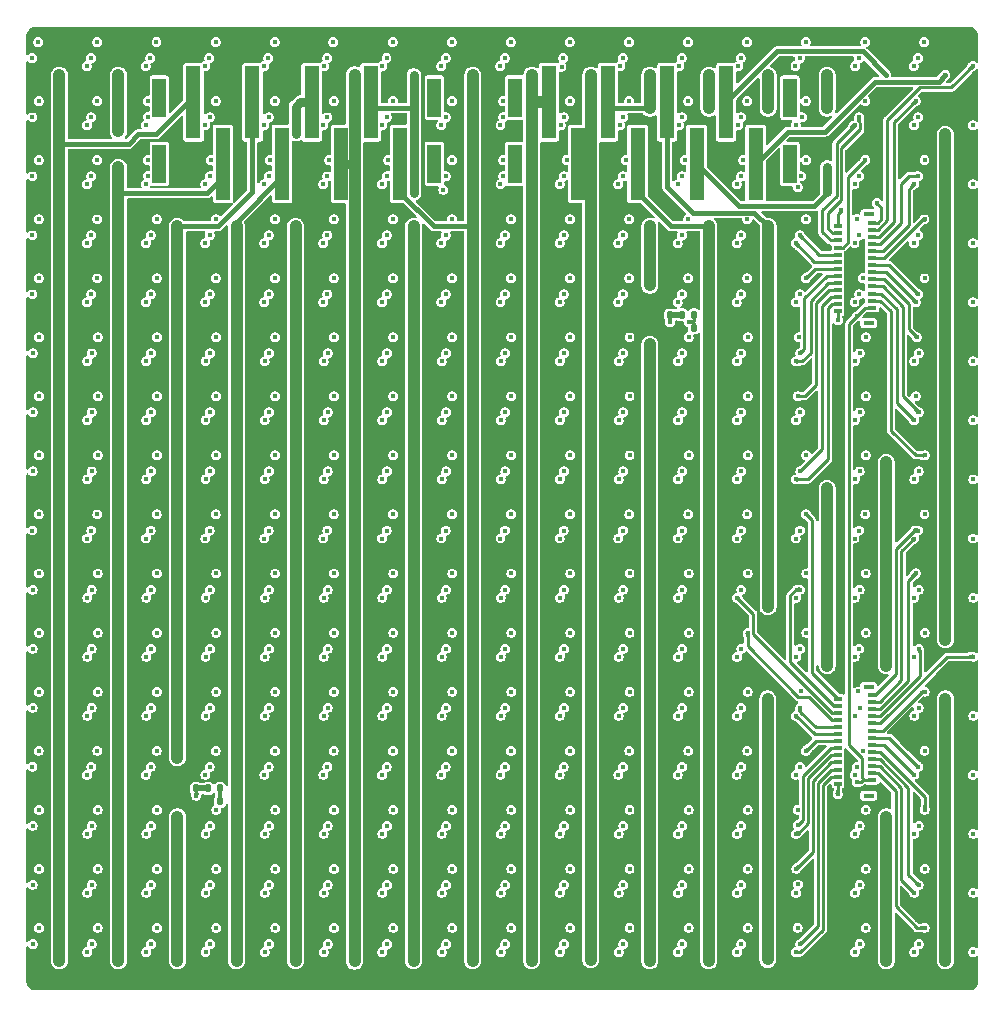
<source format=gbr>
%TF.GenerationSoftware,KiCad,Pcbnew,9.0.7*%
%TF.CreationDate,2026-02-20T11:37:07-08:00*%
%TF.ProjectId,rgb-plate,7267622d-706c-4617-9465-2e6b69636164,rev?*%
%TF.SameCoordinates,Original*%
%TF.FileFunction,Copper,L1,Top*%
%TF.FilePolarity,Positive*%
%FSLAX46Y46*%
G04 Gerber Fmt 4.6, Leading zero omitted, Abs format (unit mm)*
G04 Created by KiCad (PCBNEW 9.0.7) date 2026-02-20 11:37:07*
%MOMM*%
%LPD*%
G01*
G04 APERTURE LIST*
G04 Aperture macros list*
%AMRoundRect*
0 Rectangle with rounded corners*
0 $1 Rounding radius*
0 $2 $3 $4 $5 $6 $7 $8 $9 X,Y pos of 4 corners*
0 Add a 4 corners polygon primitive as box body*
4,1,4,$2,$3,$4,$5,$6,$7,$8,$9,$2,$3,0*
0 Add four circle primitives for the rounded corners*
1,1,$1+$1,$2,$3*
1,1,$1+$1,$4,$5*
1,1,$1+$1,$6,$7*
1,1,$1+$1,$8,$9*
0 Add four rect primitives between the rounded corners*
20,1,$1+$1,$2,$3,$4,$5,0*
20,1,$1+$1,$4,$5,$6,$7,0*
20,1,$1+$1,$6,$7,$8,$9,0*
20,1,$1+$1,$8,$9,$2,$3,0*%
G04 Aperture macros list end*
%TA.AperFunction,SMDPad,CuDef*%
%ADD10RoundRect,0.135000X-0.135000X-0.185000X0.135000X-0.185000X0.135000X0.185000X-0.135000X0.185000X0*%
%TD*%
%TA.AperFunction,SMDPad,CuDef*%
%ADD11RoundRect,0.140000X0.140000X0.170000X-0.140000X0.170000X-0.140000X-0.170000X0.140000X-0.170000X0*%
%TD*%
%TA.AperFunction,SMDPad,CuDef*%
%ADD12R,1.295400X6.197600*%
%TD*%
%TA.AperFunction,SMDPad,CuDef*%
%ADD13R,1.193800X3.302000*%
%TD*%
%TA.AperFunction,SMDPad,CuDef*%
%ADD14RoundRect,0.135000X0.135000X0.185000X-0.135000X0.185000X-0.135000X-0.185000X0.135000X-0.185000X0*%
%TD*%
%TA.AperFunction,SMDPad,CuDef*%
%ADD15R,0.800000X0.300000*%
%TD*%
%TA.AperFunction,SMDPad,CuDef*%
%ADD16R,0.650000X0.300000*%
%TD*%
%TA.AperFunction,SMDPad,CuDef*%
%ADD17R,0.950000X0.400000*%
%TD*%
%TA.AperFunction,ViaPad*%
%ADD18C,0.400000*%
%TD*%
%TA.AperFunction,Conductor*%
%ADD19C,0.250000*%
%TD*%
%TA.AperFunction,Conductor*%
%ADD20C,0.500000*%
%TD*%
%TA.AperFunction,Conductor*%
%ADD21C,0.400000*%
%TD*%
%TA.AperFunction,Conductor*%
%ADD22C,1.000000*%
%TD*%
%TA.AperFunction,Conductor*%
%ADD23C,0.750000*%
%TD*%
%TA.AperFunction,Conductor*%
%ADD24C,1.050000*%
%TD*%
G04 APERTURE END LIST*
D10*
%TO.P,TH2,1*%
%TO.N,+3.3V*%
X116090000Y-124700000D03*
%TO.P,TH2,2*%
%TO.N,/matrix_driver_conn/TH2*%
X117110000Y-124700000D03*
%TD*%
D11*
%TO.P,C2,1*%
%TO.N,+3.3V*%
X115080000Y-124700000D03*
%TO.P,C2,2*%
%TO.N,GND*%
X114120000Y-124700000D03*
%TD*%
D10*
%TO.P,TH1,1*%
%TO.N,+3.3V*%
X156200000Y-84600000D03*
%TO.P,TH1,2*%
%TO.N,/matrix_driver_conn/TH1*%
X157220000Y-84600000D03*
%TD*%
D12*
%TO.P,J2,1,Pin_1*%
%TO.N,/LINE0*%
X114850000Y-66605700D03*
%TO.P,J2,2,Pin_2*%
%TO.N,/LINE1*%
X117350000Y-71805700D03*
%TO.P,J2,3,Pin_3*%
%TO.N,/LINE2*%
X119850000Y-66605700D03*
%TO.P,J2,4,Pin_4*%
%TO.N,/LINE3*%
X122350000Y-71805700D03*
%TO.P,J2,5,Pin_5*%
%TO.N,/LINE4*%
X124850000Y-66605700D03*
%TO.P,J2,6,Pin_6*%
%TO.N,/LINE5*%
X127350000Y-71805700D03*
%TO.P,J2,7,Pin_7*%
%TO.N,/LINE6*%
X129850000Y-66605700D03*
%TO.P,J2,8,Pin_8*%
%TO.N,/LINE7*%
X132350000Y-71805700D03*
D13*
%TO.P,J2,9*%
%TO.N,N/C*%
X111950000Y-66205701D03*
%TO.P,J2,10*%
X135250000Y-66205701D03*
%TO.P,J2,11*%
X111950000Y-71805700D03*
%TO.P,J2,12*%
X135250000Y-71805700D03*
%TD*%
D14*
%TO.P,R1,1*%
%TO.N,/matrix_driver_conn/TH1*%
X157220000Y-85700000D03*
%TO.P,R1,2*%
%TO.N,GND*%
X156200000Y-85700000D03*
%TD*%
D12*
%TO.P,J3,1,Pin_1*%
%TO.N,/LINE8*%
X144950000Y-66605700D03*
%TO.P,J3,2,Pin_2*%
%TO.N,/LINE9*%
X147450000Y-71805700D03*
%TO.P,J3,3,Pin_3*%
%TO.N,/LINE10*%
X149950000Y-66605700D03*
%TO.P,J3,4,Pin_4*%
%TO.N,/LINE11*%
X152450000Y-71805700D03*
%TO.P,J3,5,Pin_5*%
%TO.N,/LINE12*%
X154950000Y-66605700D03*
%TO.P,J3,6,Pin_6*%
%TO.N,/LINE13*%
X157450000Y-71805700D03*
%TO.P,J3,7,Pin_7*%
%TO.N,/LINE14*%
X159950000Y-66605700D03*
%TO.P,J3,8,Pin_8*%
%TO.N,/LINE15*%
X162450000Y-71805700D03*
D13*
%TO.P,J3,9*%
%TO.N,N/C*%
X142050000Y-66205701D03*
%TO.P,J3,10*%
X165350000Y-66205701D03*
%TO.P,J3,11*%
X142050000Y-71805700D03*
%TO.P,J3,12*%
X165350000Y-71805700D03*
%TD*%
D11*
%TO.P,C1,1*%
%TO.N,+3.3V*%
X155190000Y-84600000D03*
%TO.P,C1,2*%
%TO.N,GND*%
X154230000Y-84600000D03*
%TD*%
D15*
%TO.P,J5,1,Pin_1*%
%TO.N,GND*%
X172300000Y-84600000D03*
D16*
%TO.P,J5,2,Pin_2*%
%TO.N,/matrix_driver_conn/TH1*%
X169425000Y-84300000D03*
D15*
%TO.P,J5,3,Pin_3*%
%TO.N,+3.3V*%
X172300000Y-84000000D03*
D16*
%TO.P,J5,4,Pin_4*%
%TO.N,/B7*%
X169425000Y-83700000D03*
D15*
%TO.P,J5,5,Pin_5*%
%TO.N,/G7*%
X172300000Y-83400000D03*
D16*
%TO.P,J5,6,Pin_6*%
%TO.N,/R7*%
X169425000Y-83100000D03*
D15*
%TO.P,J5,7,Pin_7*%
%TO.N,/B6*%
X172300000Y-82800000D03*
D16*
%TO.P,J5,8,Pin_8*%
%TO.N,/G6*%
X169425000Y-82500000D03*
D15*
%TO.P,J5,9,Pin_9*%
%TO.N,/R6*%
X172300000Y-82200000D03*
D16*
%TO.P,J5,10,Pin_10*%
%TO.N,/B5*%
X169425000Y-81900000D03*
D15*
%TO.P,J5,11,Pin_11*%
%TO.N,/G5*%
X172300000Y-81600000D03*
D16*
%TO.P,J5,12,Pin_12*%
%TO.N,/R5*%
X169425000Y-81300000D03*
D15*
%TO.P,J5,13,Pin_13*%
%TO.N,/B4*%
X172300000Y-81000000D03*
D16*
%TO.P,J5,14,Pin_14*%
%TO.N,/G4*%
X169425000Y-80700000D03*
D15*
%TO.P,J5,15,Pin_15*%
%TO.N,/R4*%
X172300000Y-80400000D03*
D16*
%TO.P,J5,16,Pin_16*%
%TO.N,/B3*%
X169425000Y-80100000D03*
D15*
%TO.P,J5,17,Pin_17*%
%TO.N,/G3*%
X172300000Y-79800000D03*
D16*
%TO.P,J5,18,Pin_18*%
%TO.N,/R3*%
X169425000Y-79500000D03*
D15*
%TO.P,J5,19,Pin_19*%
%TO.N,/B2*%
X172300000Y-79200000D03*
D16*
%TO.P,J5,20,Pin_20*%
%TO.N,/G2*%
X169425000Y-78900000D03*
D15*
%TO.P,J5,21,Pin_21*%
%TO.N,/R2*%
X172300000Y-78600000D03*
D16*
%TO.P,J5,22,Pin_22*%
%TO.N,/B1*%
X169425000Y-78300000D03*
D15*
%TO.P,J5,23,Pin_23*%
%TO.N,/G1*%
X172300000Y-78000000D03*
D16*
%TO.P,J5,24,Pin_24*%
%TO.N,/R1*%
X169425000Y-77700000D03*
D15*
%TO.P,J5,25,Pin_25*%
%TO.N,/B0*%
X172300000Y-77400000D03*
D16*
%TO.P,J5,26,Pin_26*%
%TO.N,/G0*%
X169425000Y-77100000D03*
D15*
%TO.P,J5,27,Pin_27*%
%TO.N,/R0*%
X172300000Y-76800000D03*
D17*
%TO.P,J5,MP*%
%TO.N,N/C*%
X172025000Y-85300000D03*
X172025000Y-76100000D03*
%TD*%
D15*
%TO.P,J1,1,Pin_1*%
%TO.N,GND*%
X172300000Y-124600000D03*
D16*
%TO.P,J1,2,Pin_2*%
%TO.N,/matrix_driver_conn/TH2*%
X169425000Y-124300000D03*
D15*
%TO.P,J1,3,Pin_3*%
%TO.N,+3.3V*%
X172300000Y-124000000D03*
D16*
%TO.P,J1,4,Pin_4*%
%TO.N,/B15*%
X169425000Y-123700000D03*
D15*
%TO.P,J1,5,Pin_5*%
%TO.N,/G15*%
X172300000Y-123400000D03*
D16*
%TO.P,J1,6,Pin_6*%
%TO.N,/R15*%
X169425000Y-123100000D03*
D15*
%TO.P,J1,7,Pin_7*%
%TO.N,/B14*%
X172300000Y-122800000D03*
D16*
%TO.P,J1,8,Pin_8*%
%TO.N,/G14*%
X169425000Y-122500000D03*
D15*
%TO.P,J1,9,Pin_9*%
%TO.N,/R14*%
X172300000Y-122200000D03*
D16*
%TO.P,J1,10,Pin_10*%
%TO.N,/B13*%
X169425000Y-121900000D03*
D15*
%TO.P,J1,11,Pin_11*%
%TO.N,/G13*%
X172300000Y-121600000D03*
D16*
%TO.P,J1,12,Pin_12*%
%TO.N,/R13*%
X169425000Y-121300000D03*
D15*
%TO.P,J1,13,Pin_13*%
%TO.N,/B12*%
X172300000Y-121000000D03*
D16*
%TO.P,J1,14,Pin_14*%
%TO.N,/G12*%
X169425000Y-120700000D03*
D15*
%TO.P,J1,15,Pin_15*%
%TO.N,/R12*%
X172300000Y-120400000D03*
D16*
%TO.P,J1,16,Pin_16*%
%TO.N,/B11*%
X169425000Y-120100000D03*
D15*
%TO.P,J1,17,Pin_17*%
%TO.N,/G11*%
X172300000Y-119800000D03*
D16*
%TO.P,J1,18,Pin_18*%
%TO.N,/R11*%
X169425000Y-119500000D03*
D15*
%TO.P,J1,19,Pin_19*%
%TO.N,/B10*%
X172300000Y-119200000D03*
D16*
%TO.P,J1,20,Pin_20*%
%TO.N,/G10*%
X169425000Y-118900000D03*
D15*
%TO.P,J1,21,Pin_21*%
%TO.N,/R10*%
X172300000Y-118600000D03*
D16*
%TO.P,J1,22,Pin_22*%
%TO.N,/B9*%
X169425000Y-118300000D03*
D15*
%TO.P,J1,23,Pin_23*%
%TO.N,/G9*%
X172300000Y-118000000D03*
D16*
%TO.P,J1,24,Pin_24*%
%TO.N,/R9*%
X169425000Y-117700000D03*
D15*
%TO.P,J1,25,Pin_25*%
%TO.N,/B8*%
X172300000Y-117400000D03*
D16*
%TO.P,J1,26,Pin_26*%
%TO.N,/G8*%
X169425000Y-117100000D03*
D15*
%TO.P,J1,27,Pin_27*%
%TO.N,/R8*%
X172300000Y-116800000D03*
D17*
%TO.P,J1,MP*%
%TO.N,N/C*%
X172025000Y-125300000D03*
X172025000Y-116100000D03*
%TD*%
D14*
%TO.P,R2,1*%
%TO.N,/matrix_driver_conn/TH2*%
X117110000Y-125800000D03*
%TO.P,R2,2*%
%TO.N,GND*%
X116090000Y-125800000D03*
%TD*%
D18*
%TO.N,+3.3V*%
X171014998Y-124149000D03*
X171020805Y-84714399D03*
X155200000Y-85200000D03*
X115100000Y-125300000D03*
%TO.N,/matrix_driver_conn/TH2*%
X169400000Y-125200000D03*
X117110000Y-125200000D03*
%TO.N,GND*%
X176100000Y-105000000D03*
X102300000Y-95035000D03*
X177300000Y-90700000D03*
X177300000Y-80600000D03*
X141100000Y-140800000D03*
X151700000Y-95600000D03*
X176700000Y-80600000D03*
X176100000Y-100600000D03*
X141700000Y-105500000D03*
X111100000Y-90600000D03*
X131700000Y-85800000D03*
X131700000Y-140800000D03*
X177300000Y-95035000D03*
X101700000Y-125700000D03*
X176100000Y-105600000D03*
X161100000Y-110500000D03*
X141100000Y-100700000D03*
X121700000Y-140200000D03*
X131700000Y-80700000D03*
X121700000Y-80700000D03*
X121100000Y-120100000D03*
X141700000Y-110010002D03*
X151700000Y-140700000D03*
X131100000Y-115700000D03*
X176100000Y-80000000D03*
X152300000Y-140700000D03*
X111100000Y-115000000D03*
X122300000Y-110035000D03*
X132300000Y-135200000D03*
X151100000Y-100000000D03*
X111100000Y-100100000D03*
X101700000Y-100600000D03*
X111700000Y-85010002D03*
X152300000Y-80600000D03*
X141700000Y-80700000D03*
X141700000Y-90600000D03*
X121700000Y-115100000D03*
X132300000Y-100700000D03*
X151100000Y-115600000D03*
X142300000Y-90035000D03*
X122300000Y-110600000D03*
X121700000Y-105200000D03*
X131700000Y-125800000D03*
X151700000Y-105700000D03*
X132300000Y-130100000D03*
X112300000Y-130700000D03*
X176700000Y-80010002D03*
X152300000Y-100035000D03*
X111100000Y-105500000D03*
X151100000Y-110000000D03*
X111100000Y-130700000D03*
X112300000Y-135100000D03*
X122300000Y-130100000D03*
X141700000Y-75600000D03*
X161700000Y-120010002D03*
X131700000Y-90100000D03*
X101100000Y-95500000D03*
X151700000Y-120600000D03*
X111700000Y-105010002D03*
X151700000Y-80600000D03*
X176700000Y-100600000D03*
X101100000Y-85600000D03*
X177300000Y-95500000D03*
X131100000Y-100700000D03*
X131700000Y-105800000D03*
X102300000Y-80600000D03*
X176700000Y-140300000D03*
X131100000Y-110000000D03*
X122300000Y-115700000D03*
X141700000Y-140200000D03*
X176700000Y-135200000D03*
X121100000Y-95700000D03*
X141100000Y-120700000D03*
X122300000Y-100700000D03*
X102300000Y-105600000D03*
X141700000Y-140800000D03*
X121700000Y-110010002D03*
X161700000Y-90010002D03*
X152300000Y-80035000D03*
X121100000Y-130100000D03*
X112300000Y-120100000D03*
X141700000Y-80100000D03*
X102300000Y-70700000D03*
X151100000Y-95600000D03*
X142300000Y-110600000D03*
X112300000Y-80700000D03*
X102300000Y-100600000D03*
X161100000Y-100600000D03*
X177300000Y-100035000D03*
X151100000Y-90000000D03*
X101100000Y-65000000D03*
X111100000Y-115600000D03*
X141700000Y-100100000D03*
X162300000Y-140100000D03*
X121100000Y-85200000D03*
X122300000Y-90700000D03*
X122300000Y-115100000D03*
X131100000Y-105800000D03*
X111700000Y-115010002D03*
X112300000Y-100700000D03*
X131100000Y-110600000D03*
X162300000Y-95600000D03*
X111100000Y-105000000D03*
X177300000Y-140300000D03*
X141100000Y-130700000D03*
X132300000Y-80100000D03*
X161100000Y-85700000D03*
X176700000Y-135800000D03*
X111100000Y-110600000D03*
X101100000Y-70100000D03*
X151100000Y-80000000D03*
X102300000Y-130200000D03*
X112300000Y-110600000D03*
X102300000Y-85600000D03*
X177300000Y-70100000D03*
X131100000Y-85200000D03*
X111700000Y-140800000D03*
X112300000Y-95035000D03*
X121700000Y-115700000D03*
X111700000Y-100100000D03*
X141700000Y-75010002D03*
X121100000Y-135800000D03*
X111100000Y-120700000D03*
X111100000Y-135100000D03*
X121100000Y-80700000D03*
X101700000Y-135800000D03*
X152300000Y-140100000D03*
X152300000Y-105100000D03*
X101100000Y-70700000D03*
X121100000Y-100700000D03*
X131100000Y-130700000D03*
X101100000Y-130200000D03*
X111700000Y-95010002D03*
X132300000Y-95700000D03*
X141100000Y-105500000D03*
X121700000Y-130700000D03*
X176700000Y-70100000D03*
X141700000Y-120700000D03*
X101100000Y-115000000D03*
X131100000Y-90700000D03*
X122300000Y-105800000D03*
X112300000Y-115035000D03*
X161700000Y-80600000D03*
X101700000Y-110100000D03*
X142300000Y-95035000D03*
X101700000Y-90100000D03*
X111100000Y-95600000D03*
X152300000Y-120035000D03*
X151100000Y-90600000D03*
X142300000Y-130100000D03*
X161100000Y-115600000D03*
X111700000Y-85600000D03*
X176700000Y-75600000D03*
X101100000Y-80000000D03*
X131100000Y-120100000D03*
X162300000Y-90035000D03*
X177300000Y-70700000D03*
X111100000Y-80100000D03*
X101100000Y-130800000D03*
X151700000Y-120010002D03*
X161100000Y-105700000D03*
X176100000Y-95000000D03*
X161100000Y-80000000D03*
X111700000Y-135100000D03*
X121700000Y-135800000D03*
X151100000Y-95000000D03*
X142300000Y-100100000D03*
X112300000Y-135700000D03*
X102300000Y-90100000D03*
X111100000Y-90000000D03*
X111100000Y-85000000D03*
X177300000Y-105035000D03*
X176700000Y-95500000D03*
X131700000Y-140200000D03*
X142300000Y-130700000D03*
X176100000Y-140900000D03*
X131700000Y-95700000D03*
X132300000Y-120100000D03*
X151700000Y-130010002D03*
X131700000Y-110010002D03*
X131100000Y-95700000D03*
X152300000Y-115600000D03*
X122300000Y-80100000D03*
X161700000Y-85700000D03*
X151100000Y-120000000D03*
X162300000Y-120035000D03*
X102300000Y-65600000D03*
X176100000Y-80600000D03*
X131700000Y-80100000D03*
X161700000Y-135700000D03*
X101100000Y-100000000D03*
X111100000Y-140200000D03*
X111700000Y-135700000D03*
X111100000Y-95000000D03*
X122300000Y-95700000D03*
X121100000Y-80100000D03*
X101100000Y-120100000D03*
X121100000Y-140200000D03*
X101100000Y-120700000D03*
X161100000Y-95600000D03*
X112300000Y-125035000D03*
X132300000Y-115700000D03*
X141100000Y-130100000D03*
X102300000Y-105035000D03*
X161100000Y-130000000D03*
X122300000Y-90100000D03*
X112300000Y-105035000D03*
X176700000Y-95010002D03*
X101100000Y-105600000D03*
X162300000Y-140700000D03*
X141700000Y-130100000D03*
X102300000Y-120100000D03*
X101700000Y-95010002D03*
X131100000Y-135800000D03*
X131100000Y-80700000D03*
X162300000Y-80035000D03*
X101100000Y-135200000D03*
X131100000Y-85800000D03*
X102300000Y-125100000D03*
X101100000Y-110700000D03*
X141100000Y-90600000D03*
X101100000Y-75000000D03*
X111700000Y-130100000D03*
X142300000Y-115035000D03*
X101700000Y-75600000D03*
X177300000Y-135200000D03*
X132300000Y-85200000D03*
X142300000Y-105500000D03*
X161100000Y-90000000D03*
X141700000Y-110600000D03*
X121100000Y-110000000D03*
X111700000Y-120100000D03*
X161100000Y-105100000D03*
X151100000Y-85700000D03*
X121700000Y-85200000D03*
X152300000Y-85100000D03*
X101100000Y-65600000D03*
X151700000Y-95010002D03*
X131700000Y-120700000D03*
X102300000Y-75035000D03*
X151700000Y-80010002D03*
X161100000Y-120000000D03*
X101700000Y-105600000D03*
X141100000Y-95600000D03*
X122300000Y-135800000D03*
X102300000Y-125700000D03*
X151700000Y-110010002D03*
X177300000Y-85035000D03*
X131100000Y-125800000D03*
X161100000Y-109900000D03*
X151100000Y-130000000D03*
X152300000Y-120600000D03*
X101100000Y-110100000D03*
X101700000Y-85010002D03*
X121700000Y-135200000D03*
X102300000Y-115600000D03*
X101700000Y-135200000D03*
X142300000Y-110035000D03*
X102300000Y-135200000D03*
X141100000Y-75000000D03*
X102300000Y-85035000D03*
X141700000Y-85010002D03*
X172700000Y-65879000D03*
X131100000Y-90100000D03*
X111100000Y-80700000D03*
X131700000Y-115100000D03*
X122300000Y-85800000D03*
X161100000Y-130600000D03*
X131100000Y-120700000D03*
X152300000Y-90035000D03*
X141700000Y-90010002D03*
X121700000Y-140800000D03*
X121100000Y-130700000D03*
X121100000Y-115700000D03*
X101100000Y-90700000D03*
X102300000Y-135800000D03*
X101100000Y-125700000D03*
X132300000Y-135800000D03*
X151700000Y-110500000D03*
X121700000Y-100100000D03*
X142300000Y-80700000D03*
X176100000Y-140300000D03*
X111700000Y-110010002D03*
X122300000Y-120700000D03*
X121100000Y-95100000D03*
X151700000Y-100010002D03*
X111700000Y-75010002D03*
X102300000Y-115035000D03*
X121100000Y-115100000D03*
X161700000Y-130010002D03*
X131700000Y-135200000D03*
X152300000Y-100600000D03*
X111100000Y-75000000D03*
X176700000Y-70700000D03*
X152300000Y-95035000D03*
X121100000Y-110600000D03*
X162300000Y-100600000D03*
X132300000Y-110035000D03*
X121700000Y-130100000D03*
X111100000Y-125000000D03*
X111700000Y-140200000D03*
X102300000Y-110700000D03*
X161700000Y-95010002D03*
X141100000Y-110600000D03*
X111700000Y-75600000D03*
X151700000Y-140100000D03*
X114300000Y-125400000D03*
X141700000Y-105010002D03*
X101100000Y-140300000D03*
X132300000Y-90100000D03*
X174400000Y-65879000D03*
X141100000Y-135700000D03*
X161700000Y-95600000D03*
X101700000Y-65010002D03*
X101700000Y-70100000D03*
X152300000Y-130035000D03*
X101100000Y-90100000D03*
X131100000Y-130100000D03*
X102300000Y-95500000D03*
X141700000Y-95600000D03*
X101700000Y-90700000D03*
X111700000Y-110600000D03*
X132300000Y-80700000D03*
X142300000Y-135100000D03*
X121700000Y-100700000D03*
X176700000Y-100010002D03*
X101700000Y-105010002D03*
X132300000Y-105200000D03*
X141100000Y-140200000D03*
X121100000Y-105800000D03*
X142300000Y-90600000D03*
X111700000Y-90010002D03*
X151700000Y-85700000D03*
X151100000Y-135700000D03*
X151100000Y-80600000D03*
X131100000Y-140200000D03*
X176100000Y-135200000D03*
X141700000Y-135700000D03*
X121100000Y-135200000D03*
X176700000Y-105010002D03*
X132300000Y-105800000D03*
X121100000Y-105200000D03*
X161100000Y-140700000D03*
X162300000Y-100035000D03*
X111100000Y-140800000D03*
X101700000Y-120700000D03*
X152300000Y-90600000D03*
X121700000Y-120100000D03*
X151100000Y-110500000D03*
X151700000Y-130600000D03*
X161100000Y-120600000D03*
X132300000Y-110600000D03*
X131700000Y-115700000D03*
X112300000Y-110035000D03*
X122300000Y-140200000D03*
X131700000Y-135800000D03*
X176100000Y-135800000D03*
X131700000Y-105200000D03*
X131700000Y-90700000D03*
X152300000Y-135100000D03*
X161100000Y-95000000D03*
X161700000Y-140100000D03*
X111700000Y-95600000D03*
X141100000Y-95000000D03*
X102300000Y-130800000D03*
X161100000Y-140100000D03*
X141100000Y-135100000D03*
X132300000Y-125800000D03*
X111100000Y-75600000D03*
X151100000Y-115000000D03*
X161100000Y-90600000D03*
X122300000Y-130700000D03*
X161700000Y-90600000D03*
X102300000Y-140300000D03*
X121100000Y-100100000D03*
X177300000Y-90100000D03*
X121100000Y-120700000D03*
X111700000Y-80100000D03*
X151700000Y-115010002D03*
X121700000Y-85800000D03*
X101100000Y-80600000D03*
X152300000Y-130600000D03*
X102300000Y-120700000D03*
X131100000Y-115100000D03*
X141100000Y-115600000D03*
X112300000Y-140200000D03*
X151100000Y-135100000D03*
X177300000Y-80035000D03*
X142300000Y-140800000D03*
X152300000Y-115035000D03*
X152300000Y-95600000D03*
X101100000Y-100600000D03*
X176700000Y-140900000D03*
X111100000Y-120100000D03*
X176700000Y-75010002D03*
X101700000Y-65600000D03*
X112300000Y-100100000D03*
X142300000Y-75600000D03*
X122300000Y-100100000D03*
X132300000Y-85800000D03*
X121100000Y-90100000D03*
X122300000Y-85200000D03*
X162300000Y-135100000D03*
X121700000Y-90100000D03*
X112300000Y-140800000D03*
X121700000Y-110600000D03*
X177300000Y-100600000D03*
X111700000Y-115600000D03*
X141700000Y-85600000D03*
X111700000Y-130700000D03*
X101100000Y-105000000D03*
X101700000Y-130200000D03*
X111700000Y-90600000D03*
X101700000Y-70700000D03*
X112300000Y-120700000D03*
X111100000Y-130100000D03*
X102300000Y-140900000D03*
X101700000Y-110700000D03*
X112300000Y-125600000D03*
X151700000Y-105100000D03*
X177300000Y-105600000D03*
X142300000Y-85600000D03*
X111100000Y-135700000D03*
X151100000Y-130600000D03*
X121700000Y-105800000D03*
X131700000Y-100700000D03*
X161700000Y-105700000D03*
X176100000Y-75600000D03*
X111100000Y-85600000D03*
X101700000Y-85600000D03*
X112300000Y-75600000D03*
X131700000Y-130100000D03*
X122300000Y-140800000D03*
X142300000Y-75035000D03*
X115690000Y-125800000D03*
X101700000Y-120100000D03*
X152300000Y-105700000D03*
X131700000Y-120100000D03*
X151700000Y-85100000D03*
X176100000Y-70100000D03*
X141700000Y-115600000D03*
X141100000Y-120100000D03*
X152300000Y-110035000D03*
X142300000Y-85035000D03*
X111700000Y-105500000D03*
X161100000Y-135700000D03*
X162300000Y-130035000D03*
X141100000Y-100100000D03*
X111700000Y-80700000D03*
X175100000Y-65879000D03*
X101700000Y-115600000D03*
X142300000Y-135700000D03*
X102300000Y-75600000D03*
X101700000Y-75010002D03*
X101700000Y-95500000D03*
X169235000Y-130700000D03*
X121100000Y-140800000D03*
X111100000Y-110000000D03*
X161100000Y-100000000D03*
X176100000Y-85600000D03*
X101100000Y-125100000D03*
X102300000Y-80035000D03*
X151100000Y-140100000D03*
X162300000Y-135700000D03*
X141700000Y-95010002D03*
X102300000Y-90700000D03*
X161700000Y-120600000D03*
X177300000Y-85600000D03*
X154300000Y-85200000D03*
X112300000Y-90600000D03*
X142300000Y-120700000D03*
X162300000Y-90600000D03*
X101100000Y-135800000D03*
X177300000Y-140900000D03*
X121700000Y-95700000D03*
X131100000Y-140800000D03*
X162300000Y-85700000D03*
X111100000Y-125600000D03*
X177300000Y-75035000D03*
X177300000Y-135800000D03*
X112300000Y-85035000D03*
X101100000Y-75600000D03*
X177300000Y-75600000D03*
X111700000Y-125600000D03*
X101100000Y-95000000D03*
X112300000Y-95600000D03*
X161700000Y-80010002D03*
X161100000Y-135100000D03*
X132300000Y-140200000D03*
X101700000Y-115010002D03*
X141700000Y-120100000D03*
X141100000Y-115000000D03*
X112300000Y-115600000D03*
X112300000Y-80100000D03*
X101700000Y-100010002D03*
X102300000Y-110100000D03*
X176700000Y-105600000D03*
X121700000Y-80100000D03*
X141100000Y-80700000D03*
X151100000Y-105100000D03*
X121700000Y-120700000D03*
X141700000Y-135100000D03*
X112300000Y-85600000D03*
X152300000Y-85700000D03*
X176100000Y-100000000D03*
X162300000Y-95035000D03*
X132300000Y-100100000D03*
X161700000Y-140700000D03*
X122300000Y-105200000D03*
X141100000Y-105000000D03*
X132300000Y-120700000D03*
X176100000Y-70700000D03*
X122300000Y-95100000D03*
X141700000Y-115010002D03*
X112300000Y-130100000D03*
X141700000Y-100700000D03*
X176100000Y-95500000D03*
X142300000Y-115600000D03*
X151100000Y-85100000D03*
X141100000Y-90000000D03*
X111100000Y-100700000D03*
X101700000Y-140300000D03*
X176700000Y-90100000D03*
X151700000Y-135100000D03*
X111700000Y-125010002D03*
X162300000Y-120600000D03*
X111700000Y-120700000D03*
X151700000Y-90600000D03*
X112300000Y-90035000D03*
X102300000Y-70100000D03*
X176100000Y-85000000D03*
X141100000Y-75600000D03*
X141100000Y-85600000D03*
X112300000Y-105500000D03*
X152300000Y-110500000D03*
X176700000Y-85600000D03*
X141100000Y-80100000D03*
X151100000Y-105700000D03*
X131700000Y-130700000D03*
X176700000Y-85010002D03*
X132300000Y-115100000D03*
X141100000Y-85000000D03*
X162300000Y-130600000D03*
X142300000Y-80100000D03*
X142300000Y-100700000D03*
X151700000Y-90010002D03*
X151700000Y-135700000D03*
X101700000Y-80600000D03*
X101700000Y-80010002D03*
X151100000Y-120600000D03*
X131100000Y-100100000D03*
X131100000Y-105200000D03*
X132300000Y-95100000D03*
X122300000Y-120100000D03*
X176100000Y-75000000D03*
X101100000Y-85000000D03*
X151100000Y-140700000D03*
X162300000Y-80600000D03*
X142300000Y-95600000D03*
X151700000Y-100600000D03*
X132300000Y-140800000D03*
X101100000Y-140900000D03*
X121100000Y-90700000D03*
X152300000Y-135700000D03*
X101700000Y-130800000D03*
X121700000Y-90700000D03*
X101700000Y-140900000D03*
X102300000Y-100035000D03*
X141100000Y-110000000D03*
X151700000Y-115600000D03*
X151100000Y-100600000D03*
X161700000Y-130600000D03*
X161700000Y-100600000D03*
X131100000Y-95100000D03*
X161100000Y-80600000D03*
X131700000Y-95100000D03*
X155800000Y-85700000D03*
X121100000Y-85800000D03*
X132300000Y-90700000D03*
X142300000Y-140200000D03*
X131700000Y-100100000D03*
X131100000Y-80100000D03*
X111700000Y-100700000D03*
X141700000Y-130700000D03*
X101100000Y-115600000D03*
X132300000Y-130700000D03*
X131700000Y-85200000D03*
X161700000Y-135100000D03*
X101700000Y-125100000D03*
X112300000Y-75035000D03*
X121700000Y-95100000D03*
X131100000Y-135200000D03*
X102300000Y-65035000D03*
X131700000Y-110600000D03*
X122300000Y-80700000D03*
X122300000Y-135200000D03*
X161700000Y-100010002D03*
X142300000Y-105035000D03*
X142300000Y-120100000D03*
%TO.N,/matrix_driver_conn/TH1*%
X169425000Y-85035000D03*
X156800000Y-85200000D03*
%TO.N,/LINE0*%
X103500000Y-97100000D03*
X103500000Y-87100000D03*
X103500000Y-72100000D03*
X103500000Y-112100000D03*
X103500000Y-109300000D03*
X103500000Y-102100000D03*
X103500000Y-79300000D03*
X103500000Y-94300000D03*
X103500000Y-129300000D03*
X103500000Y-137100000D03*
X103500000Y-114300000D03*
X103500000Y-92100000D03*
X103500000Y-117100000D03*
X103475000Y-119300000D03*
X103500000Y-124300000D03*
X103500000Y-89300000D03*
X103475000Y-84300000D03*
X103500000Y-67100000D03*
X103500000Y-139300000D03*
X103500000Y-64300000D03*
X103500000Y-82100000D03*
X103525000Y-69800000D03*
X103500000Y-104300000D03*
X103500000Y-77100000D03*
X103500000Y-99300000D03*
X103500000Y-122100000D03*
X103500000Y-127100000D03*
X103500000Y-74300000D03*
X103500000Y-134300000D03*
X103525000Y-132100000D03*
X103500000Y-107100000D03*
%TO.N,/G0*%
X106700000Y-61500000D03*
X126700000Y-61500000D03*
X121725000Y-61500000D03*
X171725000Y-61500000D03*
X131725000Y-61500000D03*
X156725000Y-61500000D03*
X169711658Y-75715658D03*
X151725000Y-61500000D03*
X136725000Y-61500000D03*
X161725000Y-61500000D03*
X176725000Y-61500000D03*
X166700000Y-61500000D03*
X146700000Y-61500000D03*
X101725000Y-61500000D03*
X111725000Y-61500000D03*
X116725000Y-61500000D03*
X141725000Y-61500000D03*
%TO.N,/B0*%
X105825000Y-63539000D03*
X165825000Y-63539000D03*
X140825000Y-63539000D03*
X161000000Y-63539000D03*
X175825000Y-63539000D03*
X170900000Y-63539000D03*
X156000000Y-63539000D03*
X151000000Y-63539000D03*
X125900000Y-63539000D03*
X180825000Y-63539000D03*
X130857702Y-63539000D03*
X115857702Y-63539000D03*
X135825000Y-63539000D03*
X120857702Y-63539000D03*
X110800000Y-63539000D03*
X146017362Y-63591182D03*
%TO.N,/R0*%
X161200000Y-62861000D03*
X146175000Y-62861000D03*
X172690000Y-75135000D03*
X116200000Y-62861000D03*
X101200000Y-62861000D03*
X131200000Y-62861000D03*
X166175000Y-62861000D03*
X126175000Y-62861000D03*
X106175000Y-62861000D03*
X121200000Y-62861000D03*
X171200000Y-62861000D03*
X176200000Y-62861000D03*
X111200000Y-62861000D03*
X136200000Y-62861000D03*
X141200000Y-62861000D03*
X156200000Y-62861000D03*
X151200000Y-62861000D03*
%TO.N,/B1*%
X120857702Y-68539000D03*
X135850000Y-68539000D03*
X175850000Y-68539000D03*
X180850000Y-68539000D03*
X105850000Y-68539000D03*
X130857702Y-68539000D03*
X145957702Y-68539000D03*
X150957702Y-68539000D03*
X110825000Y-68539000D03*
X140850000Y-68539000D03*
X125857702Y-68539000D03*
X115857702Y-68539000D03*
X165850000Y-68539000D03*
X160957702Y-68539000D03*
X170825000Y-68539000D03*
X155957702Y-68539000D03*
%TO.N,/R1*%
X161225000Y-67861000D03*
X171225000Y-67861000D03*
X116225000Y-67861000D03*
X176225000Y-67861000D03*
X126200000Y-67861000D03*
X101225000Y-67861000D03*
X146200000Y-67861000D03*
X106200000Y-67861000D03*
X156225000Y-67861000D03*
X131225000Y-67861000D03*
X136225000Y-67861000D03*
X151225000Y-67861000D03*
X121225000Y-67861000D03*
X166406760Y-67866806D03*
X110993101Y-67844429D03*
X141093126Y-67861084D03*
%TO.N,/G1*%
X116750000Y-66500000D03*
X146725000Y-66500000D03*
X166700000Y-66489000D03*
X161750000Y-66500000D03*
X101750000Y-66500000D03*
X171750000Y-66500000D03*
X131750000Y-66500000D03*
X141093098Y-66489000D03*
X106725000Y-66500000D03*
X110993098Y-66489000D03*
X121750000Y-66500000D03*
X156750000Y-66500000D03*
X126725000Y-66500000D03*
X176000000Y-66489000D03*
X136750000Y-66500000D03*
X151750000Y-66500000D03*
%TO.N,/G2*%
X151442298Y-71500000D03*
X176750000Y-71500000D03*
X131342298Y-71489000D03*
X136750000Y-71500000D03*
X171750000Y-71500000D03*
X126342298Y-71489000D03*
X141093098Y-71489000D03*
X161400000Y-71500000D03*
X166725000Y-71500000D03*
X156442298Y-71500000D03*
X146442298Y-71500000D03*
X121342298Y-71489000D03*
X101750000Y-71500000D03*
X110993098Y-71489000D03*
X116342298Y-71489000D03*
X106725000Y-71500000D03*
%TO.N,/R2*%
X101225000Y-72861000D03*
X156225000Y-72861000D03*
X146200000Y-72861000D03*
X166306902Y-72861000D03*
X110993100Y-72844429D03*
X136225000Y-72861000D03*
X121225000Y-72861000D03*
X151225000Y-72861000D03*
X131225000Y-72861000D03*
X106200000Y-72861000D03*
X176225000Y-72861000D03*
X161225000Y-72861000D03*
X116225000Y-72861000D03*
X126200000Y-72861000D03*
X141093098Y-72861000D03*
X171225000Y-72861000D03*
%TO.N,/B2*%
X166009768Y-73811170D03*
X130825000Y-73539000D03*
X136000000Y-74000000D03*
X105850000Y-73539000D03*
X120850000Y-73539000D03*
X140850000Y-73539000D03*
X125850000Y-73539000D03*
X155850000Y-73539000D03*
X160850000Y-73539000D03*
X145850000Y-73539000D03*
X170825000Y-73539000D03*
X150825000Y-73539000D03*
X115850000Y-73539000D03*
X175850000Y-73539000D03*
X110825000Y-73539000D03*
X180850000Y-73539000D03*
%TO.N,/G3*%
X131750000Y-76500000D03*
X171000000Y-76489000D03*
X101750000Y-76500000D03*
X111750000Y-76500000D03*
X176750000Y-76500000D03*
X136750000Y-76500000D03*
X151750000Y-76500000D03*
X166725000Y-76500000D03*
X106725000Y-76500000D03*
X146725000Y-76500000D03*
X116750000Y-76500000D03*
X156750000Y-76500000D03*
X126725000Y-76500000D03*
X141750000Y-76500000D03*
X161750000Y-76500000D03*
X121750000Y-76500000D03*
%TO.N,/B3*%
X170825000Y-78539000D03*
X175850000Y-78539000D03*
X105850000Y-78539000D03*
X145850000Y-78539000D03*
X120850000Y-78539000D03*
X155850000Y-78539000D03*
X130825000Y-78539000D03*
X110825000Y-78539000D03*
X135850000Y-78539000D03*
X140850000Y-78539000D03*
X150825000Y-78539000D03*
X160850000Y-78539000D03*
X125850000Y-78539000D03*
X165850000Y-78539000D03*
X115850000Y-78539000D03*
X180850000Y-78539000D03*
%TO.N,/R3*%
X101225000Y-77861000D03*
X136225000Y-77861000D03*
X116225000Y-77861000D03*
X131225000Y-77861000D03*
X161225000Y-77861000D03*
X121225000Y-77861000D03*
X111225000Y-77861000D03*
X156225000Y-77861000D03*
X166200000Y-77861000D03*
X126200000Y-77861000D03*
X171225000Y-77861000D03*
X151225000Y-77861000D03*
X176225000Y-77861000D03*
X106200000Y-77861000D03*
X146200000Y-77861000D03*
X141225000Y-77861000D03*
%TO.N,/B4*%
X145850000Y-83539000D03*
X130825000Y-83539000D03*
X170825000Y-83539000D03*
X135850000Y-83539000D03*
X125850000Y-83539000D03*
X176014998Y-83539000D03*
X165850000Y-83539000D03*
X160850000Y-83539000D03*
X110825000Y-83539000D03*
X180850000Y-83539000D03*
X140850000Y-83539000D03*
X150825000Y-83539000D03*
X155850000Y-83539000D03*
X120850000Y-83539000D03*
X115850000Y-83539000D03*
X105850000Y-83539000D03*
%TO.N,/G4*%
X101750000Y-81500000D03*
X151750000Y-81500000D03*
X121750000Y-81500000D03*
X156750000Y-81500000D03*
X141750000Y-81500000D03*
X106725000Y-81500000D03*
X131750000Y-81500000D03*
X116750000Y-81500000D03*
X111750000Y-81500000D03*
X136750000Y-81500000D03*
X171539998Y-81489000D03*
X126725000Y-81500000D03*
X176750000Y-81500000D03*
X161750000Y-81500000D03*
X146725000Y-81500000D03*
X166725000Y-81500000D03*
%TO.N,/R4*%
X176225000Y-82861000D03*
X136225000Y-82861000D03*
X126200000Y-82861000D03*
X166200000Y-82861000D03*
X121225000Y-82861000D03*
X151225000Y-82861000D03*
X131225000Y-82861000D03*
X146200000Y-82861000D03*
X141225000Y-82861000D03*
X106200000Y-82861000D03*
X111225000Y-82861000D03*
X161225000Y-82861000D03*
X156225000Y-82861000D03*
X101225000Y-82861000D03*
X116225000Y-82861000D03*
X171225000Y-82861000D03*
%TO.N,/G5*%
X156775000Y-86500000D03*
X126750000Y-86500000D03*
X111775000Y-86500000D03*
X161775000Y-86500000D03*
X171775000Y-86500000D03*
X106750000Y-86500000D03*
X121775000Y-86500000D03*
X136775000Y-86500000D03*
X116775000Y-86500000D03*
X166100000Y-86500000D03*
X141775000Y-86500000D03*
X101775000Y-86500000D03*
X176100000Y-86489000D03*
X146750000Y-86500000D03*
X131775000Y-86500000D03*
X151775000Y-86500000D03*
%TO.N,/B5*%
X170850000Y-88539000D03*
X115875000Y-88539000D03*
X150850000Y-88539000D03*
X165875000Y-88539000D03*
X110850000Y-88539000D03*
X105875000Y-88539000D03*
X160875000Y-88539000D03*
X175875000Y-88539000D03*
X135875000Y-88539000D03*
X130850000Y-88539000D03*
X125875000Y-88539000D03*
X155875000Y-88539000D03*
X145875000Y-88539000D03*
X180875000Y-88539000D03*
X120875000Y-88539000D03*
X140875000Y-88539000D03*
%TO.N,/R5*%
X121250000Y-87861000D03*
X156250000Y-87861000D03*
X131250000Y-87861000D03*
X146225000Y-87861000D03*
X151250000Y-87861000D03*
X161250000Y-87861000D03*
X116250000Y-87861000D03*
X171250000Y-87861000D03*
X141250000Y-87861000D03*
X111250000Y-87861000D03*
X176250000Y-87861000D03*
X101250000Y-87861000D03*
X136250000Y-87861000D03*
X126225000Y-87861000D03*
X166225000Y-87861000D03*
X106225000Y-87861000D03*
%TO.N,/B6*%
X155875000Y-93539000D03*
X110850000Y-93539000D03*
X105875000Y-93539000D03*
X140875000Y-93539000D03*
X125875000Y-93539000D03*
X145875000Y-93539000D03*
X180875000Y-93539000D03*
X165875000Y-93539000D03*
X135875000Y-93539000D03*
X170850000Y-93539000D03*
X160875000Y-93539000D03*
X120875000Y-93539000D03*
X150850000Y-93539000D03*
X175875000Y-93539000D03*
X115875000Y-93539000D03*
X130850000Y-93539000D03*
%TO.N,/G6*%
X121775000Y-91500000D03*
X101775000Y-91500000D03*
X136775000Y-91500000D03*
X141775000Y-91500000D03*
X106750000Y-91500000D03*
X131775000Y-91500000D03*
X151775000Y-91500000D03*
X171775000Y-91500000D03*
X111775000Y-91500000D03*
X156775000Y-91500000D03*
X176000000Y-91489000D03*
X116775000Y-91500000D03*
X161775000Y-91500000D03*
X146750000Y-91500000D03*
X126750000Y-91500000D03*
X166000000Y-91489000D03*
%TO.N,/R6*%
X136250000Y-92861000D03*
X176250000Y-92861000D03*
X111250000Y-92861000D03*
X116250000Y-92861000D03*
X121250000Y-92861000D03*
X151250000Y-92861000D03*
X146225000Y-92861000D03*
X101250000Y-92861000D03*
X171250000Y-92861000D03*
X156250000Y-92861000D03*
X166225000Y-92861000D03*
X131250000Y-92861000D03*
X106225000Y-92861000D03*
X126225000Y-92861000D03*
X141250000Y-92861000D03*
X161250000Y-92861000D03*
%TO.N,/G7*%
X156775000Y-96500000D03*
X141775000Y-96500000D03*
X176775000Y-96500000D03*
X136775000Y-96500000D03*
X166750000Y-96500000D03*
X106750000Y-96500000D03*
X151775000Y-96500000D03*
X121775000Y-96500000D03*
X116775000Y-96500000D03*
X131775000Y-96500000D03*
X146750000Y-96500000D03*
X111775000Y-96500000D03*
X126750000Y-96500000D03*
X171775000Y-96500000D03*
X161775000Y-96500000D03*
X101775000Y-96500000D03*
%TO.N,/B7*%
X170850000Y-98539000D03*
X165875000Y-98539000D03*
X150850000Y-98539000D03*
X160875000Y-98539000D03*
X120875000Y-98539000D03*
X135875000Y-98539000D03*
X145875000Y-98539000D03*
X130850000Y-98539000D03*
X115875000Y-98539000D03*
X125875000Y-98539000D03*
X180875000Y-98539000D03*
X140875000Y-98539000D03*
X175875000Y-98539000D03*
X110850000Y-98539000D03*
X105875000Y-98539000D03*
X155875000Y-98539000D03*
%TO.N,/R7*%
X176250000Y-97861000D03*
X131250000Y-97861000D03*
X151250000Y-97861000D03*
X171250000Y-97861000D03*
X116250000Y-97861000D03*
X121250000Y-97861000D03*
X141250000Y-97861000D03*
X136250000Y-97861000D03*
X111250000Y-97861000D03*
X156250000Y-97861000D03*
X101250000Y-97861000D03*
X166225000Y-97861000D03*
X161250000Y-97861000D03*
X126225000Y-97861000D03*
X146225000Y-97861000D03*
X106225000Y-97861000D03*
%TO.N,/B8*%
X110825000Y-103539000D03*
X150825000Y-103539000D03*
X175850000Y-103539000D03*
X155850000Y-103539000D03*
X170825000Y-103539000D03*
X115850000Y-103539000D03*
X160850000Y-103539000D03*
X180850000Y-103539000D03*
X130825000Y-103539000D03*
X125850000Y-103539000D03*
X105850000Y-103539000D03*
X165850000Y-103539000D03*
X120850000Y-103539000D03*
X135850000Y-103539000D03*
X140850000Y-103539000D03*
X145850000Y-103539000D03*
%TO.N,/R8*%
X166200000Y-102861000D03*
X111225000Y-102861000D03*
X161225000Y-102861000D03*
X171225000Y-102861000D03*
X156225000Y-102861000D03*
X146200000Y-102861000D03*
X151225000Y-102861000D03*
X106200000Y-102861000D03*
X126200000Y-102861000D03*
X176225000Y-102861000D03*
X141225000Y-102861000D03*
X136225000Y-102861000D03*
X101225000Y-102861000D03*
X131225000Y-102861000D03*
X121225000Y-102861000D03*
X116225000Y-102861000D03*
%TO.N,/G8*%
X176750000Y-101500000D03*
X166725000Y-101500000D03*
X141750000Y-101500000D03*
X126725000Y-101500000D03*
X106725000Y-101500000D03*
X136750000Y-101500000D03*
X101750000Y-101500000D03*
X156750000Y-101500000D03*
X116750000Y-101500000D03*
X111750000Y-101500000D03*
X151750000Y-101500000D03*
X131750000Y-101500000D03*
X121750000Y-101500000D03*
X146725000Y-101500000D03*
X171750000Y-101500000D03*
X161750000Y-101500000D03*
%TO.N,/G9*%
X151775000Y-106500000D03*
X166750000Y-106500000D03*
X121775000Y-106500000D03*
X111775000Y-106500000D03*
X131775000Y-106500000D03*
X176000000Y-106489000D03*
X136775000Y-106500000D03*
X126750000Y-106500000D03*
X116775000Y-106500000D03*
X146750000Y-106500000D03*
X141775000Y-106500000D03*
X156775000Y-106500000D03*
X101775000Y-106500000D03*
X106750000Y-106500000D03*
X171775000Y-106500000D03*
X161775000Y-106500000D03*
%TO.N,/B9*%
X165875000Y-108539000D03*
X140875000Y-108539000D03*
X125875000Y-108539000D03*
X145875000Y-108539000D03*
X110850000Y-108539000D03*
X175875000Y-108539000D03*
X105875000Y-108539000D03*
X120875000Y-108539000D03*
X115875000Y-108539000D03*
X180875000Y-108539000D03*
X155875000Y-108539000D03*
X130850000Y-108539000D03*
X170850000Y-108539000D03*
X135875000Y-108539000D03*
X160875000Y-108539000D03*
X150850000Y-108539000D03*
%TO.N,/R9*%
X161250000Y-107861000D03*
X151250000Y-107861000D03*
X111250000Y-107861000D03*
X121250000Y-107861000D03*
X116250000Y-107861000D03*
X101250000Y-107861000D03*
X146225000Y-107861000D03*
X106225000Y-107861000D03*
X136250000Y-107861000D03*
X166225000Y-107861000D03*
X126225000Y-107861000D03*
X131250000Y-107861000D03*
X176250000Y-107861000D03*
X141250000Y-107861000D03*
X171250000Y-107861000D03*
X156250000Y-107861000D03*
%TO.N,/B10*%
X160875000Y-113539000D03*
X125875000Y-113539000D03*
X170850000Y-113539000D03*
X130850000Y-113539000D03*
X110850000Y-113539000D03*
X120875000Y-113539000D03*
X150850000Y-113539000D03*
X140875000Y-113539000D03*
X115875000Y-113539000D03*
X145875000Y-113539000D03*
X165875000Y-113539000D03*
X155875000Y-113539000D03*
X105875000Y-113539000D03*
X180875000Y-113539000D03*
X175875000Y-113539000D03*
X135875000Y-113539000D03*
%TO.N,/G10*%
X171775000Y-111500000D03*
X141775000Y-111500000D03*
X131775000Y-111500000D03*
X116775000Y-111500000D03*
X101775000Y-111500000D03*
X111775000Y-111500000D03*
X136775000Y-111500000D03*
X151775000Y-111500000D03*
X161775000Y-111500000D03*
X121775000Y-111500000D03*
X156775000Y-111500000D03*
X146750000Y-111500000D03*
X106750000Y-111500000D03*
X126750000Y-111500000D03*
X176775000Y-111500000D03*
X166750000Y-111500000D03*
%TO.N,/R10*%
X151250000Y-112861000D03*
X126225000Y-112861000D03*
X116250000Y-112861000D03*
X136250000Y-112861000D03*
X176250000Y-112861000D03*
X111250000Y-112861000D03*
X166225000Y-112861000D03*
X141250000Y-112861000D03*
X101250000Y-112861000D03*
X171200000Y-112861000D03*
X161250000Y-112861000D03*
X146225000Y-112861000D03*
X156250000Y-112861000D03*
X131250000Y-112861000D03*
X121250000Y-112861000D03*
X106225000Y-112861000D03*
%TO.N,/R11*%
X121250000Y-117861000D03*
X161250000Y-117861000D03*
X111250000Y-117861000D03*
X101250000Y-117861000D03*
X136250000Y-117861000D03*
X171250000Y-117861000D03*
X156250000Y-117861000D03*
X116250000Y-117861000D03*
X126225000Y-117861000D03*
X146225000Y-117861000D03*
X166225000Y-117861000D03*
X176250000Y-117861000D03*
X131250000Y-117861000D03*
X141250000Y-117861000D03*
X151250000Y-117861000D03*
X106225000Y-117861000D03*
%TO.N,/B11*%
X125875000Y-118539000D03*
X135875000Y-118539000D03*
X175875000Y-118539000D03*
X155875000Y-118539000D03*
X110850000Y-118539000D03*
X165875000Y-118539000D03*
X115875000Y-118539000D03*
X170850000Y-118539000D03*
X150850000Y-118539000D03*
X160875000Y-118539000D03*
X105875000Y-118539000D03*
X130850000Y-118539000D03*
X140875000Y-118539000D03*
X120875000Y-118539000D03*
X180875000Y-118539000D03*
X145875000Y-118539000D03*
%TO.N,/G11*%
X166300000Y-116489000D03*
X101775000Y-116500000D03*
X146750000Y-116500000D03*
X111775000Y-116500000D03*
X156775000Y-116500000D03*
X141775000Y-116500000D03*
X176775000Y-116500000D03*
X136775000Y-116500000D03*
X131775000Y-116500000D03*
X126750000Y-116500000D03*
X106750000Y-116500000D03*
X151775000Y-116500000D03*
X171100000Y-116489000D03*
X116775000Y-116500000D03*
X161775000Y-116500000D03*
X121775000Y-116500000D03*
%TO.N,/B12*%
X150825000Y-123539000D03*
X180850000Y-123539000D03*
X125850000Y-123539000D03*
X135850000Y-123539000D03*
X140850000Y-123539000D03*
X170825000Y-123539000D03*
X105850000Y-123539000D03*
X175850000Y-123539000D03*
X155850000Y-123539000D03*
X160850000Y-123539000D03*
X165850000Y-123539000D03*
X130825000Y-123539000D03*
X110825000Y-123539000D03*
X120850000Y-123539000D03*
X145850000Y-123539000D03*
X115850000Y-123539000D03*
%TO.N,/G12*%
X156750000Y-121500000D03*
X101750000Y-121500000D03*
X146725000Y-121500000D03*
X116750000Y-121500000D03*
X111750000Y-121500000D03*
X106725000Y-121500000D03*
X161750000Y-121500000D03*
X151750000Y-121500000D03*
X126725000Y-121500000D03*
X176750000Y-121500000D03*
X131750000Y-121500000D03*
X121750000Y-121500000D03*
X141750000Y-121500000D03*
X166725000Y-121500000D03*
X136750000Y-121500000D03*
X171539998Y-121509184D03*
%TO.N,/R12*%
X146200000Y-122861000D03*
X156225000Y-122861000D03*
X166200000Y-122861000D03*
X106200000Y-122861000D03*
X171004836Y-122856164D03*
X136225000Y-122861000D03*
X116225000Y-122861000D03*
X101225000Y-122861000D03*
X141225000Y-122861000D03*
X176225000Y-122861000D03*
X121225000Y-122861000D03*
X161225000Y-122861000D03*
X111225000Y-122861000D03*
X126200000Y-122861000D03*
X151225000Y-122861000D03*
X131225000Y-122861000D03*
%TO.N,/B13*%
X135875000Y-128539000D03*
X180875000Y-128539000D03*
X120875000Y-128539000D03*
X150850000Y-128539000D03*
X130850000Y-128539000D03*
X170850000Y-128539000D03*
X105875000Y-128539000D03*
X140875000Y-128539000D03*
X155875000Y-128539000D03*
X165875000Y-128539000D03*
X160875000Y-128539000D03*
X115875000Y-128539000D03*
X175875000Y-128539000D03*
X125875000Y-128539000D03*
X110850000Y-128539000D03*
X145875000Y-128539000D03*
%TO.N,/G13*%
X116775000Y-126500000D03*
X176775000Y-126500000D03*
X101775000Y-126500000D03*
X146750000Y-126500000D03*
X171775000Y-126500000D03*
X151775000Y-126500000D03*
X156775000Y-126500000D03*
X136775000Y-126500000D03*
X121775000Y-126500000D03*
X106750000Y-126500000D03*
X131775000Y-126500000D03*
X141775000Y-126500000D03*
X126750000Y-126500000D03*
X111775000Y-126500000D03*
X166000000Y-126489000D03*
X161775000Y-126500000D03*
%TO.N,/R13*%
X136250000Y-127861000D03*
X101250000Y-127861000D03*
X121250000Y-127861000D03*
X176250000Y-127861000D03*
X126225000Y-127861000D03*
X161250000Y-127861000D03*
X131250000Y-127861000D03*
X106225000Y-127861000D03*
X166029836Y-127831164D03*
X116250000Y-127861000D03*
X171250000Y-127861000D03*
X111250000Y-127861000D03*
X156250000Y-127861000D03*
X141250000Y-127861000D03*
X146225000Y-127861000D03*
X151250000Y-127861000D03*
%TO.N,/R14*%
X126225000Y-132861000D03*
X111250000Y-132861000D03*
X171250000Y-132861000D03*
X146225000Y-132861000D03*
X166029836Y-132831164D03*
X156250000Y-132861000D03*
X101250000Y-132861000D03*
X116250000Y-132861000D03*
X141250000Y-132861000D03*
X121250000Y-132861000D03*
X136250000Y-132861000D03*
X161250000Y-132861000D03*
X176250000Y-132861000D03*
X131250000Y-132861000D03*
X106225000Y-132861000D03*
X151250000Y-132861000D03*
%TO.N,/G14*%
X111775000Y-131500000D03*
X141775000Y-131500000D03*
X176775000Y-131500000D03*
X131775000Y-131500000D03*
X146750000Y-131500000D03*
X121775000Y-131500000D03*
X151775000Y-131500000D03*
X171775000Y-131500000D03*
X161775000Y-131500000D03*
X101775000Y-131500000D03*
X106750000Y-131500000D03*
X126750000Y-131500000D03*
X116775000Y-131500000D03*
X156775000Y-131500000D03*
X136775000Y-131500000D03*
X165900000Y-131489000D03*
%TO.N,/B14*%
X160875000Y-133539000D03*
X125875000Y-133539000D03*
X180875000Y-133539000D03*
X130850000Y-133539000D03*
X135875000Y-133539000D03*
X115875000Y-133539000D03*
X170850000Y-133539000D03*
X110850000Y-133539000D03*
X175875000Y-133539000D03*
X150850000Y-133539000D03*
X105875000Y-133539000D03*
X145875000Y-133539000D03*
X155875000Y-133539000D03*
X165875000Y-133539000D03*
X140875000Y-133539000D03*
X120875000Y-133539000D03*
%TO.N,/G15*%
X121775000Y-136500000D03*
X111775000Y-136500000D03*
X131775000Y-136500000D03*
X161775000Y-136500000D03*
X126750000Y-136500000D03*
X106750000Y-136500000D03*
X116775000Y-136500000D03*
X166000000Y-136489000D03*
X176775000Y-136500000D03*
X156775000Y-136500000D03*
X151775000Y-136500000D03*
X146750000Y-136500000D03*
X171775000Y-136500000D03*
X136775000Y-136500000D03*
X141775000Y-136500000D03*
X101775000Y-136500000D03*
%TO.N,/R15*%
X156250000Y-137861000D03*
X151250000Y-137861000D03*
X136250000Y-137861000D03*
X121250000Y-137861000D03*
X166225000Y-137861000D03*
X131250000Y-137861000D03*
X161250000Y-137861000D03*
X111250000Y-137861000D03*
X176250000Y-137861000D03*
X101250000Y-137861000D03*
X116250000Y-137861000D03*
X141250000Y-137861000D03*
X146225000Y-137861000D03*
X106225000Y-137861000D03*
X171250000Y-137861000D03*
X126225000Y-137861000D03*
%TO.N,/B15*%
X150850000Y-138539000D03*
X130850000Y-138539000D03*
X110850000Y-138539000D03*
X155875000Y-138539000D03*
X165875000Y-138539000D03*
X105875000Y-138539000D03*
X115875000Y-138539000D03*
X135875000Y-138539000D03*
X180875000Y-138539000D03*
X120875000Y-138539000D03*
X160875000Y-138539000D03*
X125875000Y-138539000D03*
X145875000Y-138539000D03*
X170850000Y-138539000D03*
X140875000Y-138539000D03*
X175875000Y-138539000D03*
%TO.N,/LINE1*%
X108500000Y-79300000D03*
X108500000Y-137100000D03*
X108500000Y-67100000D03*
X108500000Y-127100000D03*
X108500000Y-99300000D03*
X108500000Y-114300000D03*
X108500000Y-107100000D03*
X108500000Y-97100000D03*
X108500000Y-104300000D03*
X108500000Y-87100000D03*
X108475000Y-84300000D03*
X108500000Y-109300000D03*
X108500000Y-122100000D03*
X108500000Y-124300000D03*
X108500000Y-92100000D03*
X108500000Y-77100000D03*
X108500000Y-94300000D03*
X108500000Y-89300000D03*
X108500000Y-132100000D03*
X108500000Y-134300000D03*
X108500000Y-82100000D03*
X108475000Y-119300000D03*
X108500000Y-117100000D03*
X108500000Y-112100000D03*
X108500000Y-74300000D03*
X108500000Y-129300000D03*
X108500000Y-64300000D03*
X108500000Y-69149000D03*
X108500000Y-72100000D03*
X108500000Y-102100000D03*
X108500000Y-139300000D03*
%TO.N,/LINE2*%
X113500000Y-94300000D03*
X113500000Y-137100000D03*
X113475000Y-84300000D03*
X113500000Y-102100000D03*
X113500000Y-87100000D03*
X113500000Y-122100000D03*
X113500000Y-117100000D03*
X113500000Y-114300000D03*
X113525000Y-132100000D03*
X113500000Y-129300000D03*
X113500000Y-99300000D03*
X113500000Y-109300000D03*
X113500000Y-92100000D03*
X113500000Y-134300000D03*
X113500000Y-82100000D03*
X113500000Y-127100000D03*
X113500000Y-104300000D03*
X113475000Y-119300000D03*
X113500000Y-89300000D03*
X113500000Y-77100000D03*
X113500000Y-107100000D03*
X113500000Y-112100000D03*
X113500000Y-97100000D03*
X113500000Y-139300000D03*
X113500000Y-79300000D03*
%TO.N,/LINE3*%
X118500000Y-89300000D03*
X118500000Y-114300000D03*
X118500000Y-79300000D03*
X118500000Y-87100000D03*
X118500000Y-117100000D03*
X118500000Y-109300000D03*
X118500000Y-112100000D03*
X118500000Y-77100000D03*
X118500000Y-139300000D03*
X118500000Y-122100000D03*
X118500000Y-134300000D03*
X118500000Y-129300000D03*
X118500000Y-124300000D03*
X118500000Y-97100000D03*
X118500000Y-127100000D03*
X118500000Y-104300000D03*
X118500000Y-137100000D03*
X118500000Y-82100000D03*
X118500000Y-102100000D03*
X118500000Y-99300000D03*
X118500000Y-94300000D03*
X118475000Y-84300000D03*
X118500000Y-107100000D03*
X118500000Y-92100000D03*
X118475000Y-119300000D03*
%TO.N,/LINE4*%
X123500000Y-114300000D03*
X123500000Y-134300000D03*
X123475000Y-119300000D03*
X123500000Y-107100000D03*
X123500000Y-112100000D03*
X123500000Y-97100000D03*
X123500000Y-137100000D03*
X123500000Y-117100000D03*
X123500000Y-127100000D03*
X123475000Y-84300000D03*
X123525000Y-132100000D03*
X123500000Y-122100000D03*
X123500000Y-89300000D03*
X123500000Y-92100000D03*
X123500000Y-94300000D03*
X123500000Y-109300000D03*
X123500000Y-104300000D03*
X123500000Y-139300000D03*
X123500000Y-124300000D03*
X123500000Y-82100000D03*
X123500000Y-99300000D03*
X123500000Y-129300000D03*
X123500000Y-87100000D03*
X123500000Y-77100000D03*
X123500000Y-102100000D03*
X123475000Y-69300000D03*
X123500000Y-79300000D03*
%TO.N,/LINE5*%
X128500000Y-107100000D03*
X128500000Y-109300000D03*
X128500000Y-99300000D03*
X128500000Y-64300000D03*
X128475000Y-69300000D03*
X128500000Y-122100000D03*
X128500000Y-132100000D03*
X128500000Y-77100000D03*
X128500000Y-79300000D03*
X128500000Y-112100000D03*
X128500000Y-117100000D03*
X128500000Y-94300000D03*
X128500000Y-139300000D03*
X128500000Y-87100000D03*
X128500000Y-72100000D03*
X128500000Y-137100000D03*
X128500000Y-114300000D03*
X128500000Y-89300000D03*
X128500000Y-92100000D03*
X128500000Y-102100000D03*
X128500000Y-134300000D03*
X128475000Y-119300000D03*
X128500000Y-129300000D03*
X128500000Y-127100000D03*
X128475000Y-84300000D03*
X128500000Y-74300000D03*
X128500000Y-97100000D03*
X128500000Y-124300000D03*
X128500000Y-67100000D03*
X128500000Y-82100000D03*
X128500000Y-104300000D03*
%TO.N,/LINE6*%
X133500000Y-107100000D03*
X133500000Y-77100000D03*
X133500000Y-124300000D03*
X133500000Y-72100000D03*
X133500000Y-134300000D03*
X133500000Y-139300000D03*
X133500000Y-129300000D03*
X133500000Y-64300000D03*
X133475000Y-69300000D03*
X133475000Y-119300000D03*
X133500000Y-102100000D03*
X133500000Y-109300000D03*
X133500000Y-79300000D03*
X133500000Y-82100000D03*
X133475000Y-84300000D03*
X133500000Y-117100000D03*
X133500000Y-87100000D03*
X133500000Y-97100000D03*
X133500000Y-99300000D03*
X133500000Y-137100000D03*
X133500000Y-67100000D03*
X133500000Y-74300000D03*
X133525000Y-132100000D03*
X133500000Y-114300000D03*
X133500000Y-104300000D03*
X133500000Y-127100000D03*
X133500000Y-94300000D03*
X133500000Y-112100000D03*
X133500000Y-122100000D03*
X133500000Y-89300000D03*
X133500000Y-92100000D03*
%TO.N,/LINE7*%
X138525000Y-132100000D03*
X138475000Y-119300000D03*
X138500000Y-67100000D03*
X138500000Y-137100000D03*
X138500000Y-139300000D03*
X138500000Y-114300000D03*
X138500000Y-94300000D03*
X138500000Y-79300000D03*
X138500000Y-127100000D03*
X138500000Y-129300000D03*
X138500000Y-109300000D03*
X138500000Y-124300000D03*
X138500000Y-72100000D03*
X138500000Y-99300000D03*
X138500000Y-82100000D03*
X138500000Y-77100000D03*
X138500000Y-97100000D03*
X138500000Y-102100000D03*
X138475000Y-69300000D03*
X138500000Y-87100000D03*
X138500000Y-64300000D03*
X138500000Y-134300000D03*
X138500000Y-92100000D03*
X138500000Y-74300000D03*
X138500000Y-112100000D03*
X138475000Y-84300000D03*
X138500000Y-104300000D03*
X138500000Y-122100000D03*
X138500000Y-89300000D03*
X138500000Y-107100000D03*
X138500000Y-117100000D03*
%TO.N,/LINE8*%
X143475000Y-84300000D03*
X143500000Y-104300000D03*
X143500000Y-129300000D03*
X143500000Y-139300000D03*
X143500000Y-102100000D03*
X143500000Y-79300000D03*
X143500000Y-74300000D03*
X143500000Y-99300000D03*
X143500000Y-97100000D03*
X143500000Y-109300000D03*
X143500000Y-117100000D03*
X143525000Y-132100000D03*
X143500000Y-134300000D03*
X143500000Y-137100000D03*
X143475000Y-69300000D03*
X143500000Y-122100000D03*
X143500000Y-127100000D03*
X143500000Y-64300000D03*
X143500000Y-67100000D03*
X143500000Y-87100000D03*
X143475000Y-119300000D03*
X143500000Y-94300000D03*
X143500000Y-72100000D03*
X143500000Y-124300000D03*
X143500000Y-112100000D03*
X143500000Y-107100000D03*
X143500000Y-92100000D03*
X143500000Y-82100000D03*
X143500000Y-89300000D03*
X143500000Y-77100000D03*
X143500000Y-114300000D03*
%TO.N,/LINE9*%
X148500000Y-104300000D03*
X148500000Y-122100000D03*
X148475000Y-84300000D03*
X148500000Y-139300000D03*
X148500000Y-99300000D03*
X148500000Y-77100000D03*
X148500000Y-72100000D03*
X148500000Y-79300000D03*
X148500000Y-89300000D03*
X148500000Y-64300000D03*
X148500000Y-92100000D03*
X148500000Y-129300000D03*
X148500000Y-94300000D03*
X148500000Y-67100000D03*
X148475000Y-119300000D03*
X148500000Y-114300000D03*
X148475000Y-69300000D03*
X148500000Y-124300000D03*
X148500000Y-132100000D03*
X148500000Y-97100000D03*
X148500000Y-134300000D03*
X148500000Y-112100000D03*
X148500000Y-107100000D03*
X148500000Y-127100000D03*
X148500000Y-74300000D03*
X148500000Y-109300000D03*
X148500000Y-137100000D03*
X148500000Y-117100000D03*
X148500000Y-82100000D03*
X148500000Y-87100000D03*
X148500000Y-102100000D03*
%TO.N,/LINE10*%
X153500000Y-104300000D03*
X153500000Y-114300000D03*
X153500000Y-94300000D03*
X153500000Y-77100000D03*
X153525000Y-132100000D03*
X153500000Y-127100000D03*
X153500000Y-67100000D03*
X153500000Y-97100000D03*
X153500000Y-99300000D03*
X153500000Y-87100000D03*
X153500000Y-137100000D03*
X153500000Y-79300000D03*
X153500000Y-107100000D03*
X153500000Y-134300000D03*
X153500000Y-109300000D03*
X153500000Y-82100000D03*
X153500000Y-102100000D03*
X153500000Y-124300000D03*
X153500000Y-64300000D03*
X153500000Y-122100000D03*
X153500000Y-112100000D03*
X153475000Y-119300000D03*
X153500000Y-89300000D03*
X153500000Y-117100000D03*
X153500000Y-92100000D03*
X153500000Y-129300000D03*
X153500000Y-139300000D03*
%TO.N,/LINE11*%
X158500000Y-117100000D03*
X158500000Y-124300000D03*
X158500000Y-92100000D03*
X158500000Y-127100000D03*
X158500000Y-97099000D03*
X158475000Y-84300000D03*
X158500000Y-137100000D03*
X158500000Y-89300000D03*
X158500000Y-132200000D03*
X158500000Y-102100000D03*
X158500000Y-139300000D03*
X158500000Y-114300000D03*
X158500000Y-82100000D03*
X158500000Y-67100000D03*
X158500000Y-129300000D03*
X158500000Y-122100000D03*
X158500000Y-112100000D03*
X158500000Y-79300000D03*
X158500000Y-77100000D03*
X158500000Y-134300000D03*
X158500000Y-107100000D03*
X158500000Y-99300000D03*
X158500000Y-94300000D03*
X158500000Y-64300000D03*
X158500000Y-104300000D03*
X158475000Y-119300000D03*
X158500000Y-87100000D03*
X158500000Y-109300000D03*
%TO.N,/LINE12*%
X163500000Y-137100000D03*
X163475000Y-117125000D03*
X163500000Y-129300000D03*
X163500000Y-122100000D03*
X163500000Y-77100000D03*
X163500000Y-107100000D03*
X163500000Y-87100000D03*
X163500000Y-139300000D03*
X163475000Y-119300000D03*
X163500000Y-99300000D03*
X163525000Y-132100000D03*
X163500000Y-124300000D03*
X163500000Y-97100000D03*
X163500000Y-127100000D03*
X163500000Y-109300000D03*
X163500000Y-89300000D03*
X163500000Y-102100000D03*
X163500000Y-79300000D03*
X163500000Y-82100000D03*
X163500000Y-64300000D03*
X163500000Y-67100000D03*
X163500000Y-94300000D03*
X163475000Y-84300000D03*
X163500000Y-92100000D03*
X163500000Y-104300000D03*
X163500000Y-134300000D03*
%TO.N,/LINE13*%
X168500000Y-109300000D03*
X168500000Y-72100000D03*
X168500000Y-74165204D03*
X168500000Y-99300000D03*
X168500000Y-102100000D03*
X168500000Y-107100000D03*
X168500000Y-114300000D03*
X168500000Y-67100000D03*
X168500000Y-104300000D03*
X168500000Y-64300000D03*
X168500000Y-112100000D03*
%TO.N,/LINE14*%
X173500000Y-114300000D03*
X173500000Y-104300000D03*
X173500000Y-109300000D03*
X173500000Y-127100000D03*
X173500000Y-97100000D03*
X173500000Y-112100000D03*
X173500000Y-64300000D03*
X173500000Y-107100000D03*
X173500000Y-99300000D03*
X173500000Y-139300000D03*
X173525000Y-132100000D03*
X173500000Y-134300000D03*
X173500000Y-102100000D03*
X173500000Y-129300000D03*
X173500000Y-137100000D03*
%TO.N,/LINE15*%
X178525000Y-94300000D03*
X178525000Y-79300000D03*
X178525000Y-124300000D03*
X178525000Y-122100000D03*
X178525000Y-134300000D03*
X178525000Y-72100000D03*
X178525000Y-139300000D03*
X178525000Y-97100000D03*
X178525000Y-87100000D03*
X178525000Y-99300000D03*
X178500000Y-109300000D03*
X178525000Y-117100000D03*
X178525000Y-102100000D03*
X178500000Y-69300000D03*
X178525000Y-92100000D03*
X178500000Y-119300000D03*
X178500000Y-84300000D03*
X178500000Y-104300000D03*
X178525000Y-132000000D03*
X178525000Y-127100000D03*
X178525000Y-129300000D03*
X178500000Y-107100000D03*
X178525000Y-137100000D03*
X178525000Y-112100000D03*
X178525000Y-82100000D03*
X178525000Y-77100000D03*
X178525000Y-74300000D03*
X178525000Y-89300000D03*
X178525000Y-64300000D03*
%TD*%
D19*
%TO.N,+3.3V*%
X115100000Y-124720000D02*
X115080000Y-124700000D01*
X170339000Y-120995494D02*
X170339000Y-85396204D01*
X155200000Y-84610000D02*
X155190000Y-84600000D01*
X171650000Y-124000000D02*
X171490836Y-123840836D01*
X171490836Y-123840836D02*
X171490836Y-122147330D01*
D20*
X115080000Y-124700000D02*
X116090000Y-124700000D01*
D19*
X155200000Y-85200000D02*
X155200000Y-84610000D01*
X172300000Y-84000000D02*
X171735204Y-84000000D01*
X171014998Y-124149000D02*
X171365998Y-124149000D01*
D20*
X155190000Y-84600000D02*
X156200000Y-84600000D01*
D19*
X115100000Y-125300000D02*
X115100000Y-124720000D01*
X171365998Y-124149000D02*
X171514998Y-124000000D01*
X171514998Y-124000000D02*
X172300000Y-124000000D01*
X171735204Y-84000000D02*
X171020805Y-84714399D01*
X171490836Y-122147330D02*
X170339000Y-120995494D01*
X172300000Y-124000000D02*
X171650000Y-124000000D01*
X170339000Y-85396204D02*
X171020805Y-84714399D01*
%TO.N,/matrix_driver_conn/TH2*%
X169400000Y-125200000D02*
X169400000Y-124325000D01*
X117110000Y-125200000D02*
X117110000Y-125800000D01*
X117110000Y-124700000D02*
X117110000Y-125200000D01*
X169400000Y-124325000D02*
X169425000Y-124300000D01*
%TO.N,GND*%
X154230000Y-84600000D02*
X154230000Y-85130000D01*
X114120000Y-124700000D02*
X114120000Y-125220000D01*
X114120000Y-125220000D02*
X114300000Y-125400000D01*
X154230000Y-85130000D02*
X154300000Y-85200000D01*
X156200000Y-85700000D02*
X155800000Y-85700000D01*
X116090000Y-125800000D02*
X115690000Y-125800000D01*
%TO.N,/matrix_driver_conn/TH1*%
X169425000Y-85035000D02*
X169425000Y-84300000D01*
X157220000Y-85700000D02*
X157220000Y-85307540D01*
X157220000Y-85307540D02*
X157112460Y-85200000D01*
X157220000Y-85092460D02*
X157220000Y-84600000D01*
X156800000Y-85200000D02*
X157112460Y-85200000D01*
X157112460Y-85200000D02*
X157220000Y-85092460D01*
D21*
%TO.N,/LINE0*%
X110200000Y-69300000D02*
X111700000Y-69300000D01*
X103825000Y-70100000D02*
X109400000Y-70100000D01*
X114394300Y-66605700D02*
X114850000Y-66605700D01*
D22*
X103500000Y-64300000D02*
X103500000Y-139300000D01*
D21*
X109400000Y-70100000D02*
X110200000Y-69300000D01*
X103525000Y-69800000D02*
X103825000Y-70100000D01*
X111700000Y-69300000D02*
X114394300Y-66605700D01*
D19*
%TO.N,/G0*%
X169711658Y-75846342D02*
X169425000Y-76133000D01*
X169711658Y-75715658D02*
X169711658Y-75846342D01*
X169425000Y-76133000D02*
X169425000Y-77100000D01*
%TO.N,/B0*%
X179017000Y-65347000D02*
X180825000Y-63539000D01*
X172300000Y-77400000D02*
X172800000Y-77400000D01*
X176353000Y-65347000D02*
X179017000Y-65347000D01*
X173600000Y-68100000D02*
X176353000Y-65347000D01*
X172800000Y-77400000D02*
X173600000Y-76600000D01*
X173600000Y-76600000D02*
X173600000Y-68100000D01*
%TO.N,/R0*%
X173100000Y-75545000D02*
X172690000Y-75135000D01*
X172300000Y-76800000D02*
X172800000Y-76800000D01*
X173100000Y-76500000D02*
X173100000Y-75545000D01*
X172800000Y-76800000D02*
X173100000Y-76500000D01*
%TO.N,/B1*%
X168100000Y-77600000D02*
X168800000Y-78300000D01*
X170825000Y-68539000D02*
X169300000Y-70064000D01*
X169300000Y-70064000D02*
X169300000Y-74500000D01*
X168100000Y-75700000D02*
X168100000Y-77600000D01*
X168800000Y-78300000D02*
X169425000Y-78300000D01*
X169300000Y-74500000D02*
X168100000Y-75700000D01*
%TO.N,/R1*%
X169700000Y-74681242D02*
X169700000Y-74900000D01*
X171225000Y-68251692D02*
X171311000Y-68337692D01*
X168600000Y-76000000D02*
X168600000Y-77300000D01*
X171311000Y-68337692D02*
X171311000Y-68889000D01*
X169711000Y-70489000D02*
X169711000Y-74670242D01*
X168600000Y-77300000D02*
X169000000Y-77700000D01*
X169711000Y-74670242D02*
X169700000Y-74681242D01*
X169700000Y-74900000D02*
X168600000Y-76000000D01*
X171311000Y-68889000D02*
X169711000Y-70489000D01*
X171225000Y-67861000D02*
X171225000Y-68251692D01*
X169000000Y-77700000D02*
X169425000Y-77700000D01*
%TO.N,/G1*%
X172300000Y-78000000D02*
X172900000Y-78000000D01*
X172900000Y-78000000D02*
X174200000Y-76700000D01*
X174200000Y-68289000D02*
X176000000Y-66489000D01*
X174200000Y-76700000D02*
X174200000Y-68289000D01*
%TO.N,/G2*%
X170300000Y-78412047D02*
X170300000Y-72950000D01*
X169425000Y-78900000D02*
X169812047Y-78900000D01*
X170300000Y-72950000D02*
X171750000Y-71500000D01*
X169812047Y-78900000D02*
X170300000Y-78412047D01*
%TO.N,/R2*%
X174800000Y-73500000D02*
X175439000Y-72861000D01*
X172300000Y-78600000D02*
X173000000Y-78600000D01*
X174800000Y-76800000D02*
X174800000Y-73500000D01*
X173000000Y-78600000D02*
X174800000Y-76800000D01*
X175439000Y-72861000D02*
X176225000Y-72861000D01*
%TO.N,/B2*%
X173200000Y-79200000D02*
X175400000Y-77000000D01*
X172300000Y-79200000D02*
X173200000Y-79200000D01*
X175400000Y-77000000D02*
X175400000Y-73989000D01*
X175400000Y-73989000D02*
X175850000Y-73539000D01*
%TO.N,/G3*%
X176662500Y-76500000D02*
X176750000Y-76500000D01*
X172300000Y-79800000D02*
X173362500Y-79800000D01*
X173362500Y-79800000D02*
X176662500Y-76500000D01*
%TO.N,/B3*%
X167411000Y-80100000D02*
X165850000Y-78539000D01*
X169425000Y-80100000D02*
X167411000Y-80100000D01*
%TO.N,/R3*%
X169425000Y-79500000D02*
X167839000Y-79500000D01*
X167839000Y-79500000D02*
X166200000Y-77861000D01*
%TO.N,/B4*%
X173475998Y-81000000D02*
X176014998Y-83539000D01*
X172300000Y-81000000D02*
X173475998Y-81000000D01*
%TO.N,/G4*%
X167500000Y-80700000D02*
X166725000Y-81475000D01*
X166725000Y-81475000D02*
X166725000Y-81500000D01*
X169425000Y-80700000D02*
X167500000Y-80700000D01*
%TO.N,/R4*%
X173764000Y-80400000D02*
X176225000Y-82861000D01*
X172300000Y-80400000D02*
X173764000Y-80400000D01*
%TO.N,/G5*%
X173300000Y-81600000D02*
X175400000Y-83700000D01*
X172300000Y-81600000D02*
X173300000Y-81600000D01*
X175400000Y-83700000D02*
X175400000Y-85789000D01*
X175400000Y-85789000D02*
X176100000Y-86489000D01*
%TO.N,/B5*%
X167100000Y-83400000D02*
X167100000Y-87800000D01*
X167100000Y-87800000D02*
X166361000Y-88539000D01*
X169425000Y-81900000D02*
X168600000Y-81900000D01*
X166361000Y-88539000D02*
X165875000Y-88539000D01*
X168600000Y-81900000D02*
X167100000Y-83400000D01*
%TO.N,/R5*%
X166589000Y-83211000D02*
X166589000Y-87497000D01*
X166589000Y-87497000D02*
X166225000Y-87861000D01*
X168500000Y-81300000D02*
X166589000Y-83211000D01*
X169425000Y-81300000D02*
X168500000Y-81300000D01*
%TO.N,/B6*%
X173100000Y-82800000D02*
X174400000Y-84100000D01*
X174400000Y-92064000D02*
X175875000Y-93539000D01*
X174400000Y-84100000D02*
X174400000Y-92064000D01*
X172300000Y-82800000D02*
X173100000Y-82800000D01*
%TO.N,/G6*%
X166611000Y-91489000D02*
X166000000Y-91489000D01*
X169425000Y-82500000D02*
X168700000Y-82500000D01*
X167600000Y-83600000D02*
X167600000Y-90500000D01*
X167600000Y-90500000D02*
X166611000Y-91489000D01*
X168700000Y-82500000D02*
X167600000Y-83600000D01*
%TO.N,/R6*%
X173200000Y-82200000D02*
X174900000Y-83900000D01*
X174900000Y-91511000D02*
X176250000Y-92861000D01*
X172300000Y-82200000D02*
X173200000Y-82200000D01*
X174900000Y-83900000D02*
X174900000Y-91511000D01*
%TO.N,/G7*%
X173900000Y-94400000D02*
X176000000Y-96500000D01*
X176000000Y-96500000D02*
X176775000Y-96500000D01*
X173900000Y-84300000D02*
X173900000Y-94400000D01*
X173000000Y-83400000D02*
X173900000Y-84300000D01*
X172300000Y-83400000D02*
X173000000Y-83400000D01*
%TO.N,/B7*%
X168600000Y-96800000D02*
X168600000Y-84000000D01*
X165875000Y-98539000D02*
X166861000Y-98539000D01*
X168600000Y-84000000D02*
X168900000Y-83700000D01*
X168900000Y-83700000D02*
X169425000Y-83700000D01*
X166861000Y-98539000D02*
X168600000Y-96800000D01*
%TO.N,/R7*%
X168800000Y-83100000D02*
X168089000Y-83811000D01*
X168089000Y-95997000D02*
X166225000Y-97861000D01*
X169425000Y-83100000D02*
X168800000Y-83100000D01*
X168089000Y-83811000D02*
X168089000Y-95997000D01*
%TO.N,/B8*%
X172300000Y-117400000D02*
X172950000Y-117400000D01*
X174800000Y-115550000D02*
X174800000Y-104589000D01*
X172950000Y-117400000D02*
X174800000Y-115550000D01*
X174800000Y-104589000D02*
X175850000Y-103539000D01*
%TO.N,/R8*%
X172300000Y-116800000D02*
X172550000Y-116800000D01*
X175840692Y-102861000D02*
X176225000Y-102861000D01*
X174300000Y-115050000D02*
X174300000Y-104401692D01*
X172550000Y-116800000D02*
X174300000Y-115050000D01*
X174300000Y-104401692D02*
X175840692Y-102861000D01*
%TO.N,/G8*%
X167236000Y-114911000D02*
X167236000Y-102011000D01*
X169425000Y-117100000D02*
X167236000Y-114911000D01*
X167236000Y-102011000D02*
X166725000Y-101500000D01*
%TO.N,/G9*%
X175389000Y-107100000D02*
X176000000Y-106489000D01*
X172950000Y-118000000D02*
X175389000Y-115561000D01*
X175389000Y-115561000D02*
X175389000Y-107100000D01*
X172300000Y-118000000D02*
X172950000Y-118000000D01*
%TO.N,/B9*%
X169425000Y-118300000D02*
X168900000Y-118300000D01*
X162261000Y-111661000D02*
X162261000Y-109925000D01*
X168900000Y-118300000D02*
X162261000Y-111661000D01*
X162261000Y-109925000D02*
X160875000Y-108539000D01*
%TO.N,/R9*%
X165865692Y-107861000D02*
X166225000Y-107861000D01*
X165389000Y-114000000D02*
X165389000Y-108337692D01*
X169089000Y-117700000D02*
X165389000Y-114000000D01*
X165389000Y-108337692D02*
X165865692Y-107861000D01*
X169425000Y-117700000D02*
X169089000Y-117700000D01*
%TO.N,/B10*%
X172300000Y-119200000D02*
X173000000Y-119200000D01*
X173000000Y-119200000D02*
X178661000Y-113539000D01*
X178661000Y-113539000D02*
X180875000Y-113539000D01*
%TO.N,/G10*%
X166975000Y-116975000D02*
X166075000Y-116975000D01*
X168900000Y-118900000D02*
X166975000Y-116975000D01*
X169425000Y-118900000D02*
X168900000Y-118900000D01*
X161775000Y-112675000D02*
X161775000Y-111500000D01*
X166075000Y-116975000D02*
X161775000Y-112675000D01*
%TO.N,/R10*%
X176361000Y-115189000D02*
X176361000Y-112972000D01*
X172300000Y-118600000D02*
X172950000Y-118600000D01*
X176361000Y-112972000D02*
X176250000Y-112861000D01*
X172950000Y-118600000D02*
X176361000Y-115189000D01*
%TO.N,/R11*%
X167523308Y-119500000D02*
X166225000Y-118201692D01*
X169425000Y-119500000D02*
X167523308Y-119500000D01*
X166225000Y-118201692D02*
X166225000Y-117861000D01*
%TO.N,/B11*%
X169425000Y-120100000D02*
X167436000Y-120100000D01*
X167436000Y-120100000D02*
X165875000Y-118539000D01*
%TO.N,/G11*%
X176500000Y-116500000D02*
X176775000Y-116500000D01*
X173200000Y-119800000D02*
X176500000Y-116500000D01*
X172300000Y-119800000D02*
X173200000Y-119800000D01*
%TO.N,/B12*%
X173311000Y-121000000D02*
X175850000Y-123539000D01*
X172300000Y-121000000D02*
X173311000Y-121000000D01*
%TO.N,/G12*%
X167525000Y-120700000D02*
X166725000Y-121500000D01*
X169425000Y-120700000D02*
X167525000Y-120700000D01*
%TO.N,/R12*%
X172300000Y-120400000D02*
X173764000Y-120400000D01*
X173764000Y-120400000D02*
X176225000Y-122861000D01*
%TO.N,/B13*%
X168850000Y-121900000D02*
X166897000Y-123853000D01*
X166897000Y-127651308D02*
X166009308Y-128539000D01*
X166897000Y-123853000D02*
X166897000Y-127651308D01*
X166009308Y-128539000D02*
X165875000Y-128539000D01*
X169425000Y-121900000D02*
X168850000Y-121900000D01*
%TO.N,/G13*%
X172300000Y-121600000D02*
X172950000Y-121600000D01*
X172950000Y-121600000D02*
X176775000Y-125425000D01*
X176775000Y-125425000D02*
X176775000Y-126500000D01*
%TO.N,/R13*%
X166486000Y-123664000D02*
X166486000Y-127375000D01*
X166486000Y-127375000D02*
X166029836Y-127831164D01*
X169425000Y-121300000D02*
X168850000Y-121300000D01*
X168850000Y-121300000D02*
X166486000Y-123664000D01*
%TO.N,/R14*%
X172300000Y-122200000D02*
X172950000Y-122200000D01*
X175389000Y-132000000D02*
X176250000Y-132861000D01*
X175389000Y-124639000D02*
X175389000Y-132000000D01*
X172950000Y-122200000D02*
X175389000Y-124639000D01*
%TO.N,/G14*%
X168850000Y-122500000D02*
X167308000Y-124042000D01*
X167308000Y-130081000D02*
X165900000Y-131489000D01*
X167308000Y-124042000D02*
X167308000Y-130081000D01*
X169425000Y-122500000D02*
X168850000Y-122500000D01*
%TO.N,/B14*%
X172300000Y-122800000D02*
X172950000Y-122800000D01*
X174800000Y-132464000D02*
X175875000Y-133539000D01*
X172950000Y-122800000D02*
X174800000Y-124650000D01*
X174800000Y-124650000D02*
X174800000Y-132464000D01*
%TO.N,/G15*%
X174300000Y-124878000D02*
X174300000Y-134687308D01*
X172300000Y-123400000D02*
X172822000Y-123400000D01*
X172822000Y-123400000D02*
X174300000Y-124878000D01*
X174300000Y-134687308D02*
X176112692Y-136500000D01*
X176112692Y-136500000D02*
X176775000Y-136500000D01*
%TO.N,/R15*%
X167719000Y-136367000D02*
X166225000Y-137861000D01*
X169425000Y-123100000D02*
X168850000Y-123100000D01*
X168850000Y-123100000D02*
X167719000Y-124231000D01*
X167719000Y-124231000D02*
X167719000Y-136367000D01*
%TO.N,/B15*%
X168130000Y-136643308D02*
X166234308Y-138539000D01*
X168850000Y-123700000D02*
X168130000Y-124420000D01*
X166234308Y-138539000D02*
X165875000Y-138539000D01*
X169425000Y-123700000D02*
X168850000Y-123700000D01*
X168130000Y-124420000D02*
X168130000Y-136643308D01*
D22*
%TO.N,/LINE1*%
X108500000Y-64300000D02*
X108500000Y-69064000D01*
D21*
X117350000Y-71805700D02*
X117350000Y-72950000D01*
X116000000Y-74300000D02*
X108500000Y-74300000D01*
X117350000Y-72950000D02*
X116000000Y-74300000D01*
D22*
X108500000Y-139300000D02*
X108500000Y-72100000D01*
%TO.N,/LINE2*%
X113500000Y-122100000D02*
X113500000Y-77100000D01*
X113500000Y-139300000D02*
X113500000Y-127100000D01*
D21*
X119850000Y-66605700D02*
X119850000Y-74193374D01*
X119850000Y-74193374D02*
X116943374Y-77100000D01*
X116943374Y-77100000D02*
X113500000Y-77100000D01*
D22*
%TO.N,/LINE3*%
X118500000Y-139300000D02*
X118500000Y-77100000D01*
D21*
X122350000Y-71805700D02*
X122350000Y-72850000D01*
X122350000Y-72850000D02*
X118500000Y-76700000D01*
X118500000Y-76700000D02*
X118500000Y-77100000D01*
D23*
%TO.N,/LINE4*%
X123533700Y-66966300D02*
X123533700Y-69300000D01*
D22*
X123500000Y-77100000D02*
X123500000Y-139300000D01*
D23*
X123894300Y-66605700D02*
X123533700Y-66966300D01*
X124850000Y-66605700D02*
X123894300Y-66605700D01*
D24*
%TO.N,/LINE5*%
X128500000Y-64300000D02*
X128500000Y-71800000D01*
X128500000Y-71800000D02*
X128500000Y-139300000D01*
D23*
X128494300Y-71805700D02*
X128500000Y-71800000D01*
X127350000Y-71805700D02*
X128494300Y-71805700D01*
D22*
%TO.N,/LINE6*%
X133500000Y-77100000D02*
X133500000Y-139300000D01*
D21*
X130344300Y-67100000D02*
X129850000Y-66605700D01*
X133500000Y-67100000D02*
X130344300Y-67100000D01*
D23*
X133533700Y-64333700D02*
X133533700Y-74300000D01*
X133500000Y-64300000D02*
X133533700Y-64333700D01*
D21*
%TO.N,/LINE7*%
X132350000Y-74256800D02*
X135193200Y-77100000D01*
D22*
X138500000Y-64300000D02*
X138500000Y-139300000D01*
D21*
X132350000Y-71805700D02*
X132350000Y-74256800D01*
X135193200Y-77100000D02*
X138500000Y-77100000D01*
D22*
%TO.N,/LINE8*%
X144950000Y-66605700D02*
X143505700Y-66605700D01*
X143505700Y-66605700D02*
X143500000Y-66600000D01*
X143500000Y-64300000D02*
X143500000Y-66600000D01*
X143500000Y-66600000D02*
X143500000Y-139300000D01*
D21*
%TO.N,/LINE9*%
X147450000Y-71805700D02*
X147450000Y-73250000D01*
X147450000Y-73250000D02*
X148500000Y-74300000D01*
D22*
X148500000Y-64300000D02*
X148500000Y-139200000D01*
%TO.N,/LINE10*%
X153500000Y-87100000D02*
X153500000Y-139300000D01*
D21*
X150444300Y-67100000D02*
X153500000Y-67100000D01*
D22*
X153500000Y-77100000D02*
X153500000Y-82100000D01*
D21*
X149950000Y-66605700D02*
X150444300Y-67100000D01*
D22*
X153500000Y-64300000D02*
X153500000Y-67100000D01*
%TO.N,/LINE11*%
X158500000Y-139300000D02*
X158500000Y-77100000D01*
D21*
X155293200Y-77100000D02*
X158500000Y-77100000D01*
D22*
X158500000Y-64300000D02*
X158500000Y-67100000D01*
D21*
X152450000Y-71805700D02*
X152450000Y-74256800D01*
X152450000Y-74256800D02*
X155293200Y-77100000D01*
%TO.N,/LINE12*%
X157139000Y-75939000D02*
X162339000Y-75939000D01*
X154950000Y-73750000D02*
X157139000Y-75939000D01*
D22*
X163500000Y-109300000D02*
X163500000Y-77100000D01*
X163500000Y-64300000D02*
X163500000Y-67100000D01*
D21*
X162339000Y-75939000D02*
X163500000Y-77100000D01*
X154950000Y-66605700D02*
X154950000Y-73750000D01*
D22*
X163475000Y-117125000D02*
X163475000Y-139175000D01*
D21*
%TO.N,/LINE13*%
X167422000Y-75378000D02*
X161022300Y-75378000D01*
D22*
X168500000Y-114300000D02*
X168500000Y-99300000D01*
D23*
X168500000Y-72100000D02*
X168500000Y-74165204D01*
D22*
X168500000Y-64300000D02*
X168500000Y-67100000D01*
D21*
X168500000Y-74165204D02*
X168500000Y-74300000D01*
X168500000Y-74300000D02*
X167422000Y-75378000D01*
X161022300Y-75378000D02*
X157450000Y-71805700D01*
D22*
%TO.N,/LINE14*%
X173500000Y-139300000D02*
X173500000Y-127100000D01*
X173500000Y-114300000D02*
X173500000Y-97100000D01*
D21*
X164255700Y-62300000D02*
X171500000Y-62300000D01*
X171500000Y-62300000D02*
X173500000Y-64300000D01*
X159950000Y-66605700D02*
X164255700Y-62300000D01*
%TO.N,/LINE15*%
X177964000Y-64861000D02*
X178525000Y-64300000D01*
X172539000Y-64861000D02*
X177964000Y-64861000D01*
D22*
X178525000Y-117100000D02*
X178525000Y-139300000D01*
D21*
X162450000Y-71805700D02*
X165155700Y-69100000D01*
D22*
X178525000Y-112100000D02*
X178525000Y-69325000D01*
X178525000Y-69325000D02*
X178500000Y-69300000D01*
D21*
X165155700Y-69100000D02*
X168300000Y-69100000D01*
X168300000Y-69100000D02*
X172539000Y-64861000D01*
%TD*%
%TA.AperFunction,Conductor*%
%TO.N,GND*%
G36*
X180504842Y-60200977D02*
G01*
X180564184Y-60206821D01*
X180646271Y-60214906D01*
X180665302Y-60218691D01*
X180796628Y-60258528D01*
X180814551Y-60265953D01*
X180935581Y-60330645D01*
X180951710Y-60341421D01*
X181027196Y-60403371D01*
X181057794Y-60428482D01*
X181071517Y-60442205D01*
X181151092Y-60539168D01*
X181158575Y-60548285D01*
X181169357Y-60564422D01*
X181234045Y-60685445D01*
X181241472Y-60703375D01*
X181281307Y-60834694D01*
X181285093Y-60853728D01*
X181299023Y-60995156D01*
X181299500Y-61004860D01*
X181299500Y-63179817D01*
X181280593Y-63238008D01*
X181231093Y-63273972D01*
X181169907Y-63273972D01*
X181130498Y-63249822D01*
X181083193Y-63202517D01*
X181083190Y-63202515D01*
X181083188Y-63202513D01*
X180987310Y-63147158D01*
X180987306Y-63147156D01*
X180880362Y-63118500D01*
X180880360Y-63118500D01*
X180769640Y-63118500D01*
X180769637Y-63118500D01*
X180662693Y-63147156D01*
X180662689Y-63147158D01*
X180566811Y-63202513D01*
X180488514Y-63280810D01*
X180477674Y-63299586D01*
X180466290Y-63315452D01*
X180457336Y-63325635D01*
X180388024Y-63445340D01*
X180387402Y-63446422D01*
X180359307Y-63495566D01*
X180350010Y-63509088D01*
X180349106Y-63510193D01*
X180293068Y-63574971D01*
X180284935Y-63588694D01*
X180280213Y-63594472D01*
X180278334Y-63595679D01*
X180273568Y-63601819D01*
X178902885Y-64972504D01*
X178848368Y-65000281D01*
X178832881Y-65001500D01*
X178657185Y-65001500D01*
X178598994Y-64982593D01*
X178563030Y-64933093D01*
X178563030Y-64871907D01*
X178587181Y-64832497D01*
X178724331Y-64695346D01*
X178861484Y-64558193D01*
X178912887Y-64469158D01*
X178912888Y-64469158D01*
X178914687Y-64466039D01*
X178916843Y-64462307D01*
X178945500Y-64355360D01*
X178945500Y-64244640D01*
X178916843Y-64137693D01*
X178903918Y-64115306D01*
X178861484Y-64041807D01*
X178783193Y-63963516D01*
X178687307Y-63908157D01*
X178687304Y-63908156D01*
X178687303Y-63908155D01*
X178580362Y-63879500D01*
X178580360Y-63879500D01*
X178469640Y-63879500D01*
X178416166Y-63893828D01*
X178362691Y-63908157D01*
X178362691Y-63908158D01*
X178356588Y-63911682D01*
X178356584Y-63911684D01*
X178266809Y-63963514D01*
X178266807Y-63963515D01*
X177818818Y-64411504D01*
X177764302Y-64439281D01*
X177748815Y-64440500D01*
X174019500Y-64440500D01*
X173961309Y-64421593D01*
X173925345Y-64372093D01*
X173920500Y-64341500D01*
X173920500Y-64244639D01*
X173920499Y-64244637D01*
X173918155Y-64235891D01*
X173891843Y-64137693D01*
X173878918Y-64115306D01*
X173836484Y-64041807D01*
X173278314Y-63483637D01*
X175404500Y-63483637D01*
X175404500Y-63594362D01*
X175433156Y-63701306D01*
X175433158Y-63701310D01*
X175488513Y-63797188D01*
X175488515Y-63797190D01*
X175488517Y-63797193D01*
X175566807Y-63875483D01*
X175566809Y-63875484D01*
X175566811Y-63875486D01*
X175662689Y-63930841D01*
X175662693Y-63930843D01*
X175769637Y-63959499D01*
X175769639Y-63959500D01*
X175769640Y-63959500D01*
X175880361Y-63959500D01*
X175880361Y-63959499D01*
X175987307Y-63930843D01*
X176058562Y-63889704D01*
X176083188Y-63875486D01*
X176083188Y-63875485D01*
X176083193Y-63875483D01*
X176161483Y-63797193D01*
X176216843Y-63701307D01*
X176245500Y-63594360D01*
X176245500Y-63483640D01*
X176221248Y-63393132D01*
X176224449Y-63332032D01*
X176262954Y-63284481D01*
X176291246Y-63271884D01*
X176362307Y-63252843D01*
X176362309Y-63252841D01*
X176362311Y-63252841D01*
X176458188Y-63197486D01*
X176458188Y-63197485D01*
X176458193Y-63197483D01*
X176536483Y-63119193D01*
X176591843Y-63023307D01*
X176620500Y-62916360D01*
X176620500Y-62805640D01*
X176591843Y-62698693D01*
X176591841Y-62698689D01*
X176536486Y-62602811D01*
X176536484Y-62602809D01*
X176536483Y-62602807D01*
X176458193Y-62524517D01*
X176458190Y-62524515D01*
X176458188Y-62524513D01*
X176362310Y-62469158D01*
X176362306Y-62469156D01*
X176255362Y-62440500D01*
X176255360Y-62440500D01*
X176144640Y-62440500D01*
X176144637Y-62440500D01*
X176037693Y-62469156D01*
X176037689Y-62469158D01*
X175941811Y-62524513D01*
X175863513Y-62602811D01*
X175808158Y-62698689D01*
X175808156Y-62698693D01*
X175779500Y-62805637D01*
X175779500Y-62805639D01*
X175779500Y-62805640D01*
X175779500Y-62916360D01*
X175803752Y-63006866D01*
X175800550Y-63067968D01*
X175762045Y-63115518D01*
X175733750Y-63128116D01*
X175662691Y-63147157D01*
X175662689Y-63147158D01*
X175566811Y-63202513D01*
X175488513Y-63280811D01*
X175433158Y-63376689D01*
X175433156Y-63376693D01*
X175404500Y-63483637D01*
X173278314Y-63483637D01*
X171850094Y-62055417D01*
X171822319Y-62000903D01*
X171831890Y-61940471D01*
X171875155Y-61897206D01*
X171882220Y-61893950D01*
X171887301Y-61891844D01*
X171887307Y-61891843D01*
X171954705Y-61852930D01*
X171983188Y-61836486D01*
X171983188Y-61836485D01*
X171983193Y-61836483D01*
X172061483Y-61758193D01*
X172116843Y-61662307D01*
X172145500Y-61555360D01*
X172145500Y-61444640D01*
X172145499Y-61444637D01*
X176304500Y-61444637D01*
X176304500Y-61555362D01*
X176333156Y-61662306D01*
X176333158Y-61662310D01*
X176388513Y-61758188D01*
X176388515Y-61758190D01*
X176388517Y-61758193D01*
X176466807Y-61836483D01*
X176466809Y-61836484D01*
X176466811Y-61836486D01*
X176562689Y-61891841D01*
X176562693Y-61891843D01*
X176669637Y-61920499D01*
X176669639Y-61920500D01*
X176669640Y-61920500D01*
X176780361Y-61920500D01*
X176780361Y-61920499D01*
X176887307Y-61891843D01*
X176954705Y-61852930D01*
X176983188Y-61836486D01*
X176983188Y-61836485D01*
X176983193Y-61836483D01*
X177061483Y-61758193D01*
X177116843Y-61662307D01*
X177145500Y-61555360D01*
X177145500Y-61444640D01*
X177116843Y-61337693D01*
X177116841Y-61337689D01*
X177061486Y-61241811D01*
X177061484Y-61241809D01*
X177061483Y-61241807D01*
X176983193Y-61163517D01*
X176983190Y-61163515D01*
X176983188Y-61163513D01*
X176887310Y-61108158D01*
X176887306Y-61108156D01*
X176780362Y-61079500D01*
X176780360Y-61079500D01*
X176669640Y-61079500D01*
X176669637Y-61079500D01*
X176562693Y-61108156D01*
X176562689Y-61108158D01*
X176466811Y-61163513D01*
X176388513Y-61241811D01*
X176333158Y-61337689D01*
X176333156Y-61337693D01*
X176304500Y-61444637D01*
X172145499Y-61444637D01*
X172116843Y-61337693D01*
X172116841Y-61337689D01*
X172061486Y-61241811D01*
X172061484Y-61241809D01*
X172061483Y-61241807D01*
X171983193Y-61163517D01*
X171983190Y-61163515D01*
X171983188Y-61163513D01*
X171887310Y-61108158D01*
X171887306Y-61108156D01*
X171780362Y-61079500D01*
X171780360Y-61079500D01*
X171669640Y-61079500D01*
X171669637Y-61079500D01*
X171562693Y-61108156D01*
X171562689Y-61108158D01*
X171466811Y-61163513D01*
X171388513Y-61241811D01*
X171333158Y-61337689D01*
X171333156Y-61337693D01*
X171304500Y-61444637D01*
X171304500Y-61555362D01*
X171333156Y-61662305D01*
X171372817Y-61731000D01*
X171385538Y-61790848D01*
X171360651Y-61846744D01*
X171307663Y-61877337D01*
X171287080Y-61879500D01*
X167137920Y-61879500D01*
X167079729Y-61860593D01*
X167043765Y-61811093D01*
X167043765Y-61749907D01*
X167052183Y-61731000D01*
X167054131Y-61727625D01*
X167091843Y-61662307D01*
X167120500Y-61555360D01*
X167120500Y-61444640D01*
X167091843Y-61337693D01*
X167091841Y-61337689D01*
X167036486Y-61241811D01*
X167036484Y-61241809D01*
X167036483Y-61241807D01*
X166958193Y-61163517D01*
X166958190Y-61163515D01*
X166958188Y-61163513D01*
X166862310Y-61108158D01*
X166862306Y-61108156D01*
X166755362Y-61079500D01*
X166755360Y-61079500D01*
X166644640Y-61079500D01*
X166644637Y-61079500D01*
X166537693Y-61108156D01*
X166537689Y-61108158D01*
X166441811Y-61163513D01*
X166363513Y-61241811D01*
X166308158Y-61337689D01*
X166308156Y-61337693D01*
X166279500Y-61444637D01*
X166279500Y-61555362D01*
X166308156Y-61662305D01*
X166347817Y-61731000D01*
X166360538Y-61790848D01*
X166335651Y-61846744D01*
X166282663Y-61877337D01*
X166262080Y-61879500D01*
X164200337Y-61879500D01*
X164093396Y-61908155D01*
X164093395Y-61908156D01*
X163997507Y-61963516D01*
X160987203Y-64973819D01*
X160932686Y-65001596D01*
X160872254Y-64992025D01*
X160828989Y-64948760D01*
X160818199Y-64903815D01*
X160818199Y-64054639D01*
X160837106Y-63996448D01*
X160886606Y-63960484D01*
X160938142Y-63959136D01*
X160938206Y-63958653D01*
X160941259Y-63959055D01*
X160942826Y-63959014D01*
X160944640Y-63959500D01*
X160944642Y-63959500D01*
X161055361Y-63959500D01*
X161055361Y-63959499D01*
X161162307Y-63930843D01*
X161233562Y-63889704D01*
X161258188Y-63875486D01*
X161258188Y-63875485D01*
X161258193Y-63875483D01*
X161336483Y-63797193D01*
X161391843Y-63701307D01*
X161420500Y-63594360D01*
X161420500Y-63483640D01*
X161391843Y-63376693D01*
X161380329Y-63356751D01*
X161367609Y-63296903D01*
X161392496Y-63241008D01*
X161416568Y-63221515D01*
X161458193Y-63197483D01*
X161536483Y-63119193D01*
X161591843Y-63023307D01*
X161620500Y-62916360D01*
X161620500Y-62805640D01*
X161591843Y-62698693D01*
X161591841Y-62698689D01*
X161536486Y-62602811D01*
X161536484Y-62602809D01*
X161536483Y-62602807D01*
X161458193Y-62524517D01*
X161458190Y-62524515D01*
X161458188Y-62524513D01*
X161362310Y-62469158D01*
X161362306Y-62469156D01*
X161255362Y-62440500D01*
X161255360Y-62440500D01*
X161144640Y-62440500D01*
X161144637Y-62440500D01*
X161037693Y-62469156D01*
X161037689Y-62469158D01*
X160941811Y-62524513D01*
X160863513Y-62602811D01*
X160808158Y-62698689D01*
X160808156Y-62698693D01*
X160779500Y-62805637D01*
X160779500Y-62916362D01*
X160808156Y-63023306D01*
X160808157Y-63023308D01*
X160819669Y-63043248D01*
X160832390Y-63103097D01*
X160807502Y-63158992D01*
X160796193Y-63169718D01*
X160790150Y-63174605D01*
X160741807Y-63202517D01*
X160683237Y-63261086D01*
X160679177Y-63264371D01*
X160655240Y-63273544D01*
X160632402Y-63285181D01*
X160622932Y-63285926D01*
X160622044Y-63286267D01*
X160621264Y-63286057D01*
X160616916Y-63286400D01*
X159280585Y-63286400D01*
X159280575Y-63286401D01*
X159216266Y-63299192D01*
X159216263Y-63299193D01*
X159143330Y-63347926D01*
X159143326Y-63347930D01*
X159094592Y-63420864D01*
X159081800Y-63485178D01*
X159081800Y-63636992D01*
X159062893Y-63695183D01*
X159013393Y-63731147D01*
X158952207Y-63731147D01*
X158927798Y-63719307D01*
X158841292Y-63661504D01*
X158841280Y-63661498D01*
X158710163Y-63607189D01*
X158570963Y-63579500D01*
X158429037Y-63579500D01*
X158429036Y-63579500D01*
X158289836Y-63607189D01*
X158158719Y-63661498D01*
X158158708Y-63661504D01*
X158040708Y-63740350D01*
X157940350Y-63840708D01*
X157861504Y-63958708D01*
X157861498Y-63958719D01*
X157807189Y-64089836D01*
X157779500Y-64229036D01*
X157779500Y-67170963D01*
X157807189Y-67310163D01*
X157861498Y-67441280D01*
X157861504Y-67441291D01*
X157940350Y-67559291D01*
X158040708Y-67659649D01*
X158158708Y-67738495D01*
X158158719Y-67738501D01*
X158219491Y-67763673D01*
X158289838Y-67792811D01*
X158429037Y-67820500D01*
X158429038Y-67820500D01*
X158570962Y-67820500D01*
X158570963Y-67820500D01*
X158710162Y-67792811D01*
X158841285Y-67738499D01*
X158927800Y-67680691D01*
X158986685Y-67664083D01*
X159044089Y-67685260D01*
X159078083Y-67736133D01*
X159081800Y-67763007D01*
X159081800Y-69726214D01*
X159081801Y-69726224D01*
X159094592Y-69790533D01*
X159094593Y-69790536D01*
X159124898Y-69835890D01*
X159143328Y-69863472D01*
X159146802Y-69865793D01*
X159216264Y-69912207D01*
X159231780Y-69915293D01*
X159280581Y-69925000D01*
X160619418Y-69924999D01*
X160619422Y-69924998D01*
X160619424Y-69924998D01*
X160640457Y-69920814D01*
X160683735Y-69912207D01*
X160756672Y-69863472D01*
X160805407Y-69790535D01*
X160818200Y-69726219D01*
X160818199Y-69058499D01*
X160837106Y-69000309D01*
X160886606Y-68964345D01*
X160917199Y-68959500D01*
X161013063Y-68959500D01*
X161013063Y-68959499D01*
X161120009Y-68930843D01*
X161187407Y-68891930D01*
X161215890Y-68875486D01*
X161215890Y-68875485D01*
X161215895Y-68875483D01*
X161294185Y-68797193D01*
X161349545Y-68701307D01*
X161378202Y-68594360D01*
X161378202Y-68483640D01*
X161349545Y-68376693D01*
X161349543Y-68376689D01*
X161348656Y-68374546D01*
X161348525Y-68372887D01*
X161347866Y-68370426D01*
X161348322Y-68370303D01*
X161343858Y-68313549D01*
X161375830Y-68261382D01*
X161390613Y-68250933D01*
X161483193Y-68197483D01*
X161561483Y-68119193D01*
X161616843Y-68023307D01*
X161645500Y-67916360D01*
X161645500Y-67805640D01*
X161616843Y-67698693D01*
X161616841Y-67698689D01*
X161561486Y-67602811D01*
X161561484Y-67602809D01*
X161561483Y-67602807D01*
X161483193Y-67524517D01*
X161483190Y-67524515D01*
X161483188Y-67524513D01*
X161387310Y-67469158D01*
X161387306Y-67469156D01*
X161280362Y-67440500D01*
X161280360Y-67440500D01*
X161169640Y-67440500D01*
X161169637Y-67440500D01*
X161062694Y-67469156D01*
X160966699Y-67524579D01*
X160906850Y-67537300D01*
X160850955Y-67512413D01*
X160820362Y-67459425D01*
X160818199Y-67438842D01*
X160818199Y-66444637D01*
X161329500Y-66444637D01*
X161329500Y-66555362D01*
X161358156Y-66662306D01*
X161358158Y-66662310D01*
X161413513Y-66758188D01*
X161413515Y-66758190D01*
X161413517Y-66758193D01*
X161491807Y-66836483D01*
X161491809Y-66836484D01*
X161491811Y-66836486D01*
X161587689Y-66891841D01*
X161587693Y-66891843D01*
X161694637Y-66920499D01*
X161694639Y-66920500D01*
X161694640Y-66920500D01*
X161805361Y-66920500D01*
X161805361Y-66920499D01*
X161912307Y-66891843D01*
X162008193Y-66836483D01*
X162086483Y-66758193D01*
X162092835Y-66747192D01*
X162129997Y-66682825D01*
X162141843Y-66662307D01*
X162170500Y-66555360D01*
X162170500Y-66444640D01*
X162141843Y-66337693D01*
X162141841Y-66337689D01*
X162086486Y-66241811D01*
X162086484Y-66241809D01*
X162086483Y-66241807D01*
X162008193Y-66163517D01*
X162008190Y-66163515D01*
X162008188Y-66163513D01*
X161912310Y-66108158D01*
X161912306Y-66108156D01*
X161805362Y-66079500D01*
X161805360Y-66079500D01*
X161694640Y-66079500D01*
X161694637Y-66079500D01*
X161587693Y-66108156D01*
X161587689Y-66108158D01*
X161491811Y-66163513D01*
X161413513Y-66241811D01*
X161358158Y-66337689D01*
X161358156Y-66337693D01*
X161329500Y-66444637D01*
X160818199Y-66444637D01*
X160818199Y-66373185D01*
X160837106Y-66314994D01*
X160847195Y-66303181D01*
X161739283Y-65411093D01*
X162610497Y-64539879D01*
X162665013Y-64512103D01*
X162725445Y-64521674D01*
X162768710Y-64564939D01*
X162779500Y-64609884D01*
X162779500Y-67170963D01*
X162807189Y-67310163D01*
X162861498Y-67441280D01*
X162861504Y-67441291D01*
X162940350Y-67559291D01*
X163040708Y-67659649D01*
X163158708Y-67738495D01*
X163158719Y-67738501D01*
X163219491Y-67763673D01*
X163289838Y-67792811D01*
X163429037Y-67820500D01*
X163429038Y-67820500D01*
X163570962Y-67820500D01*
X163570963Y-67820500D01*
X163710162Y-67792811D01*
X163841285Y-67738499D01*
X163959292Y-67659649D01*
X164059649Y-67559292D01*
X164138499Y-67441285D01*
X164192811Y-67310162D01*
X164220500Y-67170963D01*
X164220500Y-64229037D01*
X164192811Y-64089838D01*
X164154128Y-63996448D01*
X164138501Y-63958719D01*
X164138495Y-63958708D01*
X164059649Y-63840708D01*
X163959291Y-63740350D01*
X163841291Y-63661504D01*
X163841280Y-63661498D01*
X163728980Y-63614983D01*
X163682454Y-63575247D01*
X163668170Y-63515752D01*
X163691584Y-63459224D01*
X163696848Y-63453528D01*
X164400881Y-62749496D01*
X164455398Y-62721719D01*
X164470885Y-62720500D01*
X165655500Y-62720500D01*
X165713691Y-62739407D01*
X165749655Y-62788907D01*
X165754500Y-62819500D01*
X165754500Y-62916362D01*
X165780426Y-63013116D01*
X165777225Y-63074218D01*
X165738720Y-63121768D01*
X165710425Y-63134366D01*
X165662692Y-63147157D01*
X165662689Y-63147158D01*
X165566811Y-63202513D01*
X165488513Y-63280811D01*
X165433158Y-63376689D01*
X165433156Y-63376693D01*
X165404500Y-63483637D01*
X165404500Y-63594362D01*
X165433156Y-63701306D01*
X165433158Y-63701310D01*
X165488513Y-63797188D01*
X165488515Y-63797190D01*
X165488517Y-63797193D01*
X165566807Y-63875483D01*
X165566809Y-63875484D01*
X165566811Y-63875486D01*
X165662689Y-63930841D01*
X165662693Y-63930843D01*
X165769637Y-63959499D01*
X165769639Y-63959500D01*
X165769640Y-63959500D01*
X165880361Y-63959500D01*
X165880361Y-63959499D01*
X165987307Y-63930843D01*
X166058562Y-63889704D01*
X166083188Y-63875486D01*
X166083188Y-63875485D01*
X166083193Y-63875483D01*
X166161483Y-63797193D01*
X166216843Y-63701307D01*
X166245500Y-63594360D01*
X166245500Y-63483640D01*
X166219573Y-63386881D01*
X166222774Y-63325782D01*
X166261279Y-63278231D01*
X166289571Y-63265633D01*
X166337307Y-63252843D01*
X166337309Y-63252841D01*
X166337311Y-63252841D01*
X166433188Y-63197486D01*
X166433188Y-63197485D01*
X166433193Y-63197483D01*
X166511483Y-63119193D01*
X166566843Y-63023307D01*
X166595500Y-62916360D01*
X166595500Y-62819500D01*
X166614407Y-62761309D01*
X166663907Y-62725345D01*
X166694500Y-62720500D01*
X170680500Y-62720500D01*
X170738691Y-62739407D01*
X170774655Y-62788907D01*
X170779500Y-62819500D01*
X170779500Y-62916359D01*
X170808776Y-63025618D01*
X170805574Y-63086719D01*
X170767068Y-63134269D01*
X170738777Y-63146866D01*
X170737694Y-63147156D01*
X170737689Y-63147158D01*
X170641811Y-63202513D01*
X170563513Y-63280811D01*
X170508158Y-63376689D01*
X170508156Y-63376693D01*
X170479500Y-63483637D01*
X170479500Y-63594362D01*
X170508156Y-63701306D01*
X170508158Y-63701310D01*
X170563513Y-63797188D01*
X170563515Y-63797190D01*
X170563517Y-63797193D01*
X170641807Y-63875483D01*
X170641809Y-63875484D01*
X170641811Y-63875486D01*
X170737689Y-63930841D01*
X170737693Y-63930843D01*
X170844637Y-63959499D01*
X170844639Y-63959500D01*
X170844640Y-63959500D01*
X170955361Y-63959500D01*
X170955361Y-63959499D01*
X171062307Y-63930843D01*
X171133562Y-63889704D01*
X171158188Y-63875486D01*
X171158188Y-63875485D01*
X171158193Y-63875483D01*
X171236483Y-63797193D01*
X171291843Y-63701307D01*
X171320500Y-63594360D01*
X171320500Y-63483640D01*
X171295864Y-63391698D01*
X171291224Y-63374382D01*
X171294425Y-63313280D01*
X171332930Y-63265730D01*
X171361229Y-63253131D01*
X171362307Y-63252843D01*
X171458193Y-63197483D01*
X171536483Y-63119193D01*
X171540796Y-63111721D01*
X171586263Y-63070780D01*
X171647113Y-63064381D01*
X171696538Y-63091215D01*
X172876819Y-64271496D01*
X172904596Y-64326013D01*
X172895025Y-64386445D01*
X172851760Y-64429710D01*
X172806815Y-64440500D01*
X172483640Y-64440500D01*
X172461427Y-64446452D01*
X172378525Y-64468665D01*
X172378525Y-64468666D01*
X172378035Y-64468797D01*
X172376694Y-64469156D01*
X172376693Y-64469157D01*
X172280808Y-64524515D01*
X169330950Y-67474373D01*
X169276433Y-67502150D01*
X169216001Y-67492579D01*
X169172736Y-67449314D01*
X169163165Y-67388882D01*
X169169482Y-67366484D01*
X169179796Y-67341584D01*
X169192811Y-67310162D01*
X169220500Y-67170963D01*
X169220500Y-64229037D01*
X169192811Y-64089838D01*
X169154128Y-63996448D01*
X169138501Y-63958719D01*
X169138495Y-63958708D01*
X169059649Y-63840708D01*
X168959291Y-63740350D01*
X168841291Y-63661504D01*
X168841280Y-63661498D01*
X168710163Y-63607189D01*
X168570963Y-63579500D01*
X168429037Y-63579500D01*
X168429036Y-63579500D01*
X168289836Y-63607189D01*
X168158719Y-63661498D01*
X168158708Y-63661504D01*
X168040708Y-63740350D01*
X167940350Y-63840708D01*
X167861504Y-63958708D01*
X167861498Y-63958719D01*
X167807189Y-64089836D01*
X167779500Y-64229036D01*
X167779500Y-67170963D01*
X167807189Y-67310163D01*
X167861498Y-67441280D01*
X167861504Y-67441291D01*
X167940350Y-67559291D01*
X168040708Y-67659649D01*
X168158708Y-67738495D01*
X168158719Y-67738501D01*
X168219491Y-67763673D01*
X168289838Y-67792811D01*
X168429037Y-67820500D01*
X168429038Y-67820500D01*
X168570962Y-67820500D01*
X168570963Y-67820500D01*
X168710162Y-67792811D01*
X168766484Y-67769481D01*
X168827479Y-67764681D01*
X168879648Y-67796651D01*
X168903063Y-67853179D01*
X168888779Y-67912673D01*
X168874372Y-67930950D01*
X168154819Y-68650504D01*
X168100302Y-68678281D01*
X168084815Y-68679500D01*
X166369500Y-68679500D01*
X166359957Y-68676399D01*
X166349991Y-68677559D01*
X166331494Y-68667151D01*
X166311309Y-68660593D01*
X166305410Y-68652474D01*
X166296667Y-68647555D01*
X166290668Y-68632184D01*
X166275345Y-68611093D01*
X166271163Y-68591939D01*
X166270500Y-68586239D01*
X166270500Y-68483640D01*
X166249410Y-68404933D01*
X166248574Y-68397745D01*
X166253245Y-68374501D01*
X166254486Y-68350829D01*
X166259165Y-68345050D01*
X166260631Y-68337759D01*
X166278072Y-68321700D01*
X166292991Y-68303278D01*
X166300498Y-68301054D01*
X166305644Y-68296317D01*
X166323504Y-68294239D01*
X166346911Y-68287306D01*
X166462121Y-68287306D01*
X166462121Y-68287305D01*
X166569067Y-68258649D01*
X166664953Y-68203289D01*
X166743243Y-68124999D01*
X166745109Y-68121768D01*
X166770963Y-68076986D01*
X166798603Y-68029113D01*
X166827260Y-67922166D01*
X166827260Y-67811446D01*
X166798603Y-67704499D01*
X166798601Y-67704495D01*
X166743246Y-67608617D01*
X166743244Y-67608615D01*
X166743243Y-67608613D01*
X166664953Y-67530323D01*
X166664950Y-67530321D01*
X166664948Y-67530319D01*
X166569070Y-67474964D01*
X166569066Y-67474962D01*
X166462122Y-67446306D01*
X166462120Y-67446306D01*
X166351400Y-67446306D01*
X166351397Y-67446306D01*
X166292023Y-67462216D01*
X166230921Y-67459015D01*
X166183371Y-67420510D01*
X166167399Y-67366590D01*
X166167399Y-66776980D01*
X166186306Y-66718789D01*
X166235806Y-66682825D01*
X166296992Y-66682825D01*
X166346492Y-66718789D01*
X166352132Y-66727475D01*
X166363517Y-66747193D01*
X166441807Y-66825483D01*
X166441809Y-66825484D01*
X166441811Y-66825486D01*
X166537689Y-66880841D01*
X166537693Y-66880843D01*
X166644637Y-66909499D01*
X166644639Y-66909500D01*
X166644640Y-66909500D01*
X166755361Y-66909500D01*
X166755361Y-66909499D01*
X166862307Y-66880843D01*
X166958193Y-66825483D01*
X167036483Y-66747193D01*
X167091843Y-66651307D01*
X167120500Y-66544360D01*
X167120500Y-66433640D01*
X167091843Y-66326693D01*
X167085089Y-66314994D01*
X167036486Y-66230811D01*
X167036484Y-66230809D01*
X167036483Y-66230807D01*
X166958193Y-66152517D01*
X166958190Y-66152515D01*
X166958188Y-66152513D01*
X166862310Y-66097158D01*
X166862306Y-66097156D01*
X166755362Y-66068500D01*
X166755360Y-66068500D01*
X166644640Y-66068500D01*
X166644637Y-66068500D01*
X166537693Y-66097156D01*
X166537689Y-66097158D01*
X166441811Y-66152513D01*
X166363515Y-66230809D01*
X166352135Y-66250520D01*
X166306664Y-66291461D01*
X166245814Y-66297855D01*
X166192827Y-66267262D01*
X166167941Y-66211366D01*
X166167399Y-66201019D01*
X166167399Y-64532986D01*
X166167398Y-64532976D01*
X166154607Y-64468666D01*
X166154606Y-64468664D01*
X166116810Y-64412099D01*
X166105872Y-64395729D01*
X166079936Y-64378399D01*
X166032935Y-64346993D01*
X165968620Y-64334201D01*
X164731385Y-64334201D01*
X164731375Y-64334202D01*
X164667066Y-64346993D01*
X164667063Y-64346994D01*
X164594130Y-64395727D01*
X164594126Y-64395731D01*
X164545392Y-64468665D01*
X164532600Y-64532979D01*
X164532600Y-67878415D01*
X164532601Y-67878425D01*
X164545392Y-67942734D01*
X164545393Y-67942737D01*
X164561930Y-67967486D01*
X164594128Y-68015673D01*
X164618551Y-68031992D01*
X164667064Y-68064408D01*
X164683033Y-68067584D01*
X164731381Y-68077201D01*
X165478117Y-68077200D01*
X165536307Y-68096107D01*
X165572271Y-68145607D01*
X165572271Y-68206793D01*
X165548120Y-68246203D01*
X165513518Y-68280805D01*
X165513513Y-68280811D01*
X165458158Y-68376689D01*
X165458156Y-68376693D01*
X165429500Y-68483637D01*
X165429500Y-68580500D01*
X165410593Y-68638691D01*
X165361093Y-68674655D01*
X165330500Y-68679500D01*
X165100337Y-68679500D01*
X164993393Y-68708156D01*
X164967075Y-68723352D01*
X164967073Y-68723353D01*
X164897510Y-68763513D01*
X163487203Y-70173819D01*
X163432686Y-70201596D01*
X163372254Y-70192025D01*
X163328989Y-70148760D01*
X163318199Y-70103815D01*
X163318199Y-68685185D01*
X163318198Y-68685175D01*
X163305407Y-68620866D01*
X163305406Y-68620863D01*
X163256673Y-68547930D01*
X163256672Y-68547928D01*
X163256339Y-68547705D01*
X163183735Y-68499192D01*
X163119420Y-68486400D01*
X161780585Y-68486400D01*
X161780575Y-68486401D01*
X161716266Y-68499192D01*
X161716263Y-68499193D01*
X161643330Y-68547926D01*
X161643326Y-68547930D01*
X161594592Y-68620864D01*
X161581800Y-68685178D01*
X161581800Y-70984360D01*
X161562893Y-71042551D01*
X161513393Y-71078515D01*
X161461857Y-71079864D01*
X161461794Y-71080347D01*
X161458747Y-71079945D01*
X161457178Y-71079987D01*
X161455360Y-71079500D01*
X161344640Y-71079500D01*
X161344637Y-71079500D01*
X161237693Y-71108156D01*
X161237689Y-71108158D01*
X161141811Y-71163513D01*
X161063513Y-71241811D01*
X161008158Y-71337689D01*
X161008156Y-71337693D01*
X160979500Y-71444637D01*
X160979500Y-71555362D01*
X161008156Y-71662306D01*
X161008158Y-71662310D01*
X161063513Y-71758188D01*
X161063515Y-71758190D01*
X161063517Y-71758193D01*
X161141807Y-71836483D01*
X161141809Y-71836484D01*
X161141811Y-71836486D01*
X161237689Y-71891841D01*
X161237693Y-71891843D01*
X161344637Y-71920499D01*
X161344639Y-71920500D01*
X161344640Y-71920500D01*
X161455358Y-71920500D01*
X161455360Y-71920500D01*
X161457169Y-71920015D01*
X161458510Y-71920085D01*
X161461794Y-71919653D01*
X161461874Y-71920261D01*
X161518269Y-71923211D01*
X161565823Y-71961711D01*
X161581800Y-72015639D01*
X161581800Y-72409974D01*
X161562893Y-72468165D01*
X161513393Y-72504129D01*
X161452207Y-72504129D01*
X161433300Y-72495711D01*
X161409697Y-72482084D01*
X161387307Y-72469157D01*
X161387306Y-72469156D01*
X161387305Y-72469156D01*
X161280362Y-72440500D01*
X161280360Y-72440500D01*
X161169640Y-72440500D01*
X161169637Y-72440500D01*
X161062693Y-72469156D01*
X161062689Y-72469158D01*
X160966811Y-72524513D01*
X160888513Y-72602811D01*
X160833158Y-72698689D01*
X160833156Y-72698693D01*
X160804500Y-72805637D01*
X160804500Y-72805639D01*
X160804500Y-72805640D01*
X160804500Y-72916360D01*
X160828717Y-73006736D01*
X160828752Y-73006866D01*
X160825550Y-73067968D01*
X160787045Y-73115518D01*
X160758750Y-73128116D01*
X160687691Y-73147157D01*
X160687689Y-73147158D01*
X160591811Y-73202513D01*
X160513513Y-73280811D01*
X160458158Y-73376689D01*
X160458156Y-73376693D01*
X160429500Y-73483637D01*
X160429500Y-73594362D01*
X160458156Y-73701306D01*
X160458158Y-73701310D01*
X160513513Y-73797188D01*
X160513515Y-73797190D01*
X160513517Y-73797193D01*
X160591807Y-73875483D01*
X160591809Y-73875484D01*
X160591811Y-73875486D01*
X160687689Y-73930841D01*
X160687693Y-73930843D01*
X160794637Y-73959499D01*
X160794639Y-73959500D01*
X160794640Y-73959500D01*
X160905361Y-73959500D01*
X160905361Y-73959499D01*
X161012307Y-73930843D01*
X161094070Y-73883637D01*
X161108188Y-73875486D01*
X161108188Y-73875485D01*
X161108193Y-73875483D01*
X161186483Y-73797193D01*
X161241843Y-73701307D01*
X161270500Y-73594360D01*
X161270500Y-73483640D01*
X161246248Y-73393132D01*
X161246779Y-73382988D01*
X161243058Y-73373536D01*
X161248344Y-73353106D01*
X161249449Y-73332032D01*
X161255841Y-73324137D01*
X161258387Y-73314302D01*
X161271722Y-73304525D01*
X161287954Y-73284481D01*
X161305606Y-73275391D01*
X161310820Y-73273337D01*
X161387307Y-73252843D01*
X161439683Y-73222603D01*
X161446532Y-73219907D01*
X161470075Y-73218471D01*
X161493147Y-73213567D01*
X161500056Y-73216643D01*
X161507604Y-73216183D01*
X161527493Y-73228858D01*
X161549043Y-73238453D01*
X161552824Y-73245002D01*
X161559202Y-73249067D01*
X161567843Y-73271015D01*
X161579636Y-73291441D01*
X161581002Y-73304439D01*
X161581616Y-73305998D01*
X161581296Y-73307233D01*
X161581800Y-73312025D01*
X161581801Y-74858500D01*
X161562894Y-74916691D01*
X161513394Y-74952655D01*
X161482801Y-74957500D01*
X161237485Y-74957500D01*
X161179294Y-74938593D01*
X161167481Y-74928504D01*
X158347195Y-72108218D01*
X158319418Y-72053701D01*
X158318199Y-72038214D01*
X158318199Y-68685185D01*
X158318198Y-68685175D01*
X158305407Y-68620866D01*
X158305406Y-68620863D01*
X158256673Y-68547930D01*
X158256672Y-68547928D01*
X158256339Y-68547705D01*
X158183735Y-68499192D01*
X158119420Y-68486400D01*
X156780585Y-68486400D01*
X156780575Y-68486401D01*
X156716266Y-68499192D01*
X156716263Y-68499193D01*
X156643330Y-68547926D01*
X156643326Y-68547930D01*
X156594592Y-68620864D01*
X156581800Y-68685178D01*
X156581800Y-70980500D01*
X156562893Y-71038691D01*
X156513393Y-71074655D01*
X156482800Y-71079500D01*
X156386935Y-71079500D01*
X156279991Y-71108156D01*
X156279987Y-71108158D01*
X156184109Y-71163513D01*
X156105811Y-71241811D01*
X156050456Y-71337689D01*
X156050454Y-71337693D01*
X156021798Y-71444637D01*
X156021798Y-71555362D01*
X156050454Y-71662306D01*
X156050456Y-71662310D01*
X156105811Y-71758188D01*
X156105813Y-71758190D01*
X156105815Y-71758193D01*
X156184105Y-71836483D01*
X156184107Y-71836484D01*
X156184109Y-71836486D01*
X156279987Y-71891841D01*
X156279991Y-71891843D01*
X156386935Y-71920499D01*
X156386937Y-71920500D01*
X156482800Y-71920500D01*
X156540991Y-71939407D01*
X156576955Y-71988907D01*
X156581800Y-72019500D01*
X156581800Y-72409974D01*
X156562893Y-72468165D01*
X156513393Y-72504129D01*
X156452207Y-72504129D01*
X156433300Y-72495711D01*
X156409697Y-72482084D01*
X156387307Y-72469157D01*
X156387306Y-72469156D01*
X156387305Y-72469156D01*
X156280362Y-72440500D01*
X156280360Y-72440500D01*
X156169640Y-72440500D01*
X156169637Y-72440500D01*
X156062693Y-72469156D01*
X156062689Y-72469158D01*
X155966811Y-72524513D01*
X155888513Y-72602811D01*
X155833158Y-72698689D01*
X155833156Y-72698693D01*
X155804500Y-72805637D01*
X155804500Y-72805639D01*
X155804500Y-72805640D01*
X155804500Y-72916360D01*
X155828717Y-73006736D01*
X155828752Y-73006866D01*
X155825550Y-73067968D01*
X155787045Y-73115518D01*
X155758750Y-73128116D01*
X155687691Y-73147157D01*
X155687689Y-73147158D01*
X155591811Y-73202513D01*
X155591810Y-73202514D01*
X155591807Y-73202516D01*
X155591807Y-73202517D01*
X155539501Y-73254822D01*
X155484987Y-73282598D01*
X155424555Y-73273027D01*
X155381290Y-73229762D01*
X155370500Y-73184817D01*
X155370500Y-70023999D01*
X155389407Y-69965808D01*
X155438907Y-69929844D01*
X155469500Y-69924999D01*
X155619414Y-69924999D01*
X155619418Y-69924999D01*
X155619422Y-69924998D01*
X155619424Y-69924998D01*
X155640457Y-69920814D01*
X155683735Y-69912207D01*
X155756672Y-69863472D01*
X155805407Y-69790535D01*
X155818200Y-69726219D01*
X155818199Y-69058499D01*
X155837106Y-69000309D01*
X155886606Y-68964345D01*
X155917199Y-68959500D01*
X156013063Y-68959500D01*
X156013063Y-68959499D01*
X156120009Y-68930843D01*
X156187407Y-68891930D01*
X156215890Y-68875486D01*
X156215890Y-68875485D01*
X156215895Y-68875483D01*
X156294185Y-68797193D01*
X156349545Y-68701307D01*
X156378202Y-68594360D01*
X156378202Y-68483640D01*
X156349545Y-68376693D01*
X156349543Y-68376689D01*
X156348656Y-68374546D01*
X156348525Y-68372887D01*
X156347866Y-68370426D01*
X156348322Y-68370303D01*
X156343858Y-68313549D01*
X156375830Y-68261382D01*
X156390613Y-68250933D01*
X156483193Y-68197483D01*
X156561483Y-68119193D01*
X156616843Y-68023307D01*
X156645500Y-67916360D01*
X156645500Y-67805640D01*
X156616843Y-67698693D01*
X156616841Y-67698689D01*
X156561486Y-67602811D01*
X156561484Y-67602809D01*
X156561483Y-67602807D01*
X156483193Y-67524517D01*
X156483190Y-67524515D01*
X156483188Y-67524513D01*
X156387310Y-67469158D01*
X156387306Y-67469156D01*
X156280362Y-67440500D01*
X156280360Y-67440500D01*
X156169640Y-67440500D01*
X156169637Y-67440500D01*
X156062694Y-67469156D01*
X155966699Y-67524579D01*
X155906850Y-67537300D01*
X155850955Y-67512413D01*
X155820362Y-67459425D01*
X155818199Y-67438842D01*
X155818199Y-66444637D01*
X156329500Y-66444637D01*
X156329500Y-66555362D01*
X156358156Y-66662306D01*
X156358158Y-66662310D01*
X156413513Y-66758188D01*
X156413515Y-66758190D01*
X156413517Y-66758193D01*
X156491807Y-66836483D01*
X156491809Y-66836484D01*
X156491811Y-66836486D01*
X156587689Y-66891841D01*
X156587693Y-66891843D01*
X156694637Y-66920499D01*
X156694639Y-66920500D01*
X156694640Y-66920500D01*
X156805361Y-66920500D01*
X156805361Y-66920499D01*
X156912307Y-66891843D01*
X157008193Y-66836483D01*
X157086483Y-66758193D01*
X157092835Y-66747192D01*
X157129997Y-66682825D01*
X157141843Y-66662307D01*
X157170500Y-66555360D01*
X157170500Y-66444640D01*
X157141843Y-66337693D01*
X157141841Y-66337689D01*
X157086486Y-66241811D01*
X157086484Y-66241809D01*
X157086483Y-66241807D01*
X157008193Y-66163517D01*
X157008190Y-66163515D01*
X157008188Y-66163513D01*
X156912310Y-66108158D01*
X156912306Y-66108156D01*
X156805362Y-66079500D01*
X156805360Y-66079500D01*
X156694640Y-66079500D01*
X156694637Y-66079500D01*
X156587693Y-66108156D01*
X156587689Y-66108158D01*
X156491811Y-66163513D01*
X156413513Y-66241811D01*
X156358158Y-66337689D01*
X156358156Y-66337693D01*
X156329500Y-66444637D01*
X155818199Y-66444637D01*
X155818199Y-64054639D01*
X155837106Y-63996448D01*
X155886606Y-63960484D01*
X155938142Y-63959136D01*
X155938206Y-63958653D01*
X155941259Y-63959055D01*
X155942826Y-63959014D01*
X155944640Y-63959500D01*
X155944642Y-63959500D01*
X156055361Y-63959500D01*
X156055361Y-63959499D01*
X156162307Y-63930843D01*
X156233562Y-63889704D01*
X156258188Y-63875486D01*
X156258188Y-63875485D01*
X156258193Y-63875483D01*
X156336483Y-63797193D01*
X156391843Y-63701307D01*
X156420500Y-63594360D01*
X156420500Y-63483640D01*
X156391843Y-63376693D01*
X156380329Y-63356751D01*
X156367609Y-63296903D01*
X156392496Y-63241008D01*
X156416568Y-63221515D01*
X156458193Y-63197483D01*
X156536483Y-63119193D01*
X156591843Y-63023307D01*
X156620500Y-62916360D01*
X156620500Y-62805640D01*
X156591843Y-62698693D01*
X156591841Y-62698689D01*
X156536486Y-62602811D01*
X156536484Y-62602809D01*
X156536483Y-62602807D01*
X156458193Y-62524517D01*
X156458190Y-62524515D01*
X156458188Y-62524513D01*
X156362310Y-62469158D01*
X156362306Y-62469156D01*
X156255362Y-62440500D01*
X156255360Y-62440500D01*
X156144640Y-62440500D01*
X156144637Y-62440500D01*
X156037693Y-62469156D01*
X156037689Y-62469158D01*
X155941811Y-62524513D01*
X155863513Y-62602811D01*
X155808158Y-62698689D01*
X155808156Y-62698693D01*
X155779500Y-62805637D01*
X155779500Y-62916362D01*
X155808156Y-63023306D01*
X155808157Y-63023308D01*
X155819669Y-63043248D01*
X155832390Y-63103097D01*
X155807502Y-63158992D01*
X155796193Y-63169718D01*
X155790150Y-63174605D01*
X155741807Y-63202517D01*
X155683237Y-63261086D01*
X155679177Y-63264371D01*
X155655240Y-63273544D01*
X155632402Y-63285181D01*
X155622932Y-63285926D01*
X155622044Y-63286267D01*
X155621264Y-63286057D01*
X155616916Y-63286400D01*
X154280585Y-63286400D01*
X154280575Y-63286401D01*
X154216266Y-63299192D01*
X154216263Y-63299193D01*
X154143330Y-63347926D01*
X154143326Y-63347930D01*
X154094592Y-63420864D01*
X154081800Y-63485178D01*
X154081800Y-63636992D01*
X154062893Y-63695183D01*
X154013393Y-63731147D01*
X153952207Y-63731147D01*
X153927798Y-63719307D01*
X153841292Y-63661504D01*
X153841280Y-63661498D01*
X153710163Y-63607189D01*
X153570963Y-63579500D01*
X153429037Y-63579500D01*
X153429036Y-63579500D01*
X153289836Y-63607189D01*
X153158719Y-63661498D01*
X153158708Y-63661504D01*
X153040708Y-63740350D01*
X152940350Y-63840708D01*
X152861504Y-63958708D01*
X152861498Y-63958719D01*
X152807189Y-64089836D01*
X152779500Y-64229036D01*
X152779500Y-66580500D01*
X152760593Y-66638691D01*
X152711093Y-66674655D01*
X152680500Y-66679500D01*
X152266256Y-66679500D01*
X152208065Y-66660593D01*
X152172101Y-66611093D01*
X152170815Y-66561946D01*
X152169653Y-66561794D01*
X152170500Y-66555360D01*
X152170500Y-66444639D01*
X152170499Y-66444637D01*
X152169445Y-66440705D01*
X152141843Y-66337693D01*
X152141841Y-66337689D01*
X152086486Y-66241811D01*
X152086484Y-66241809D01*
X152086483Y-66241807D01*
X152008193Y-66163517D01*
X152008190Y-66163515D01*
X152008188Y-66163513D01*
X151912310Y-66108158D01*
X151912306Y-66108156D01*
X151805362Y-66079500D01*
X151805360Y-66079500D01*
X151694640Y-66079500D01*
X151694637Y-66079500D01*
X151587693Y-66108156D01*
X151587689Y-66108158D01*
X151491811Y-66163513D01*
X151413513Y-66241811D01*
X151358158Y-66337689D01*
X151358156Y-66337693D01*
X151329500Y-66444637D01*
X151329500Y-66555360D01*
X151330347Y-66561794D01*
X151328998Y-66561971D01*
X151326170Y-66615976D01*
X151287666Y-66663527D01*
X151233744Y-66679500D01*
X150917200Y-66679500D01*
X150859009Y-66660593D01*
X150823045Y-66611093D01*
X150818200Y-66580500D01*
X150818200Y-65349907D01*
X150818199Y-64054638D01*
X150837106Y-63996448D01*
X150886606Y-63960484D01*
X150938142Y-63959136D01*
X150938206Y-63958653D01*
X150941259Y-63959055D01*
X150942826Y-63959014D01*
X150944640Y-63959500D01*
X150944642Y-63959500D01*
X151055361Y-63959500D01*
X151055361Y-63959499D01*
X151162307Y-63930843D01*
X151233562Y-63889704D01*
X151258188Y-63875486D01*
X151258188Y-63875485D01*
X151258193Y-63875483D01*
X151336483Y-63797193D01*
X151391843Y-63701307D01*
X151420500Y-63594360D01*
X151420500Y-63483640D01*
X151391843Y-63376693D01*
X151380329Y-63356751D01*
X151367609Y-63296903D01*
X151392496Y-63241008D01*
X151416568Y-63221515D01*
X151458193Y-63197483D01*
X151536483Y-63119193D01*
X151591843Y-63023307D01*
X151620500Y-62916360D01*
X151620500Y-62805640D01*
X151591843Y-62698693D01*
X151591841Y-62698689D01*
X151536486Y-62602811D01*
X151536484Y-62602809D01*
X151536483Y-62602807D01*
X151458193Y-62524517D01*
X151458190Y-62524515D01*
X151458188Y-62524513D01*
X151362310Y-62469158D01*
X151362306Y-62469156D01*
X151255362Y-62440500D01*
X151255360Y-62440500D01*
X151144640Y-62440500D01*
X151144637Y-62440500D01*
X151037693Y-62469156D01*
X151037689Y-62469158D01*
X150941811Y-62524513D01*
X150863513Y-62602811D01*
X150808158Y-62698689D01*
X150808156Y-62698693D01*
X150779500Y-62805637D01*
X150779500Y-62916362D01*
X150808156Y-63023306D01*
X150808157Y-63023308D01*
X150819669Y-63043248D01*
X150832390Y-63103097D01*
X150807502Y-63158992D01*
X150796193Y-63169718D01*
X150790150Y-63174605D01*
X150741807Y-63202517D01*
X150683237Y-63261086D01*
X150679177Y-63264371D01*
X150655240Y-63273544D01*
X150632402Y-63285181D01*
X150622932Y-63285926D01*
X150622044Y-63286267D01*
X150621264Y-63286057D01*
X150616916Y-63286400D01*
X149280585Y-63286400D01*
X149280575Y-63286401D01*
X149216266Y-63299192D01*
X149216263Y-63299193D01*
X149143330Y-63347926D01*
X149143326Y-63347930D01*
X149094592Y-63420864D01*
X149081800Y-63485178D01*
X149081800Y-63636992D01*
X149062893Y-63695183D01*
X149013393Y-63731147D01*
X148952207Y-63731147D01*
X148927798Y-63719307D01*
X148841292Y-63661504D01*
X148841280Y-63661498D01*
X148710163Y-63607189D01*
X148570963Y-63579500D01*
X148429037Y-63579500D01*
X148429036Y-63579500D01*
X148289836Y-63607189D01*
X148158719Y-63661498D01*
X148158708Y-63661504D01*
X148040708Y-63740350D01*
X147940350Y-63840708D01*
X147861504Y-63958708D01*
X147861498Y-63958719D01*
X147807189Y-64089836D01*
X147779500Y-64229036D01*
X147779500Y-68387400D01*
X147760593Y-68445591D01*
X147711093Y-68481555D01*
X147680500Y-68486400D01*
X146780585Y-68486400D01*
X146780575Y-68486401D01*
X146716266Y-68499192D01*
X146716263Y-68499193D01*
X146643330Y-68547926D01*
X146643326Y-68547930D01*
X146594592Y-68620864D01*
X146581800Y-68685178D01*
X146581800Y-70980500D01*
X146562893Y-71038691D01*
X146513393Y-71074655D01*
X146482800Y-71079500D01*
X146386935Y-71079500D01*
X146279991Y-71108156D01*
X146279987Y-71108158D01*
X146184109Y-71163513D01*
X146105811Y-71241811D01*
X146050456Y-71337689D01*
X146050454Y-71337693D01*
X146021798Y-71444637D01*
X146021798Y-71555362D01*
X146050454Y-71662306D01*
X146050456Y-71662310D01*
X146105811Y-71758188D01*
X146105813Y-71758190D01*
X146105815Y-71758193D01*
X146184105Y-71836483D01*
X146184107Y-71836484D01*
X146184109Y-71836486D01*
X146279987Y-71891841D01*
X146279991Y-71891843D01*
X146386935Y-71920499D01*
X146386937Y-71920500D01*
X146482800Y-71920500D01*
X146540991Y-71939407D01*
X146576955Y-71988907D01*
X146581800Y-72019500D01*
X146581800Y-72424408D01*
X146562893Y-72482599D01*
X146513393Y-72518563D01*
X146452207Y-72518563D01*
X146433300Y-72510144D01*
X146362310Y-72469158D01*
X146362306Y-72469156D01*
X146255362Y-72440500D01*
X146255360Y-72440500D01*
X146144640Y-72440500D01*
X146144637Y-72440500D01*
X146037693Y-72469156D01*
X146037689Y-72469158D01*
X145941811Y-72524513D01*
X145863513Y-72602811D01*
X145808158Y-72698689D01*
X145808156Y-72698693D01*
X145779500Y-72805637D01*
X145779500Y-72916362D01*
X145805426Y-73013116D01*
X145802225Y-73074218D01*
X145763720Y-73121768D01*
X145735425Y-73134366D01*
X145687692Y-73147157D01*
X145687689Y-73147158D01*
X145591811Y-73202513D01*
X145513513Y-73280811D01*
X145458158Y-73376689D01*
X145458156Y-73376693D01*
X145429500Y-73483637D01*
X145429500Y-73594362D01*
X145458156Y-73701306D01*
X145458158Y-73701310D01*
X145513513Y-73797188D01*
X145513515Y-73797190D01*
X145513517Y-73797193D01*
X145591807Y-73875483D01*
X145591809Y-73875484D01*
X145591811Y-73875486D01*
X145687689Y-73930841D01*
X145687693Y-73930843D01*
X145794637Y-73959499D01*
X145794639Y-73959500D01*
X145794640Y-73959500D01*
X145905361Y-73959500D01*
X145905361Y-73959499D01*
X146012307Y-73930843D01*
X146094070Y-73883637D01*
X146108188Y-73875486D01*
X146108188Y-73875485D01*
X146108193Y-73875483D01*
X146186483Y-73797193D01*
X146241843Y-73701307D01*
X146270500Y-73594360D01*
X146270500Y-73483640D01*
X146244573Y-73386881D01*
X146247774Y-73325782D01*
X146286279Y-73278231D01*
X146299838Y-73270860D01*
X146306997Y-73267663D01*
X146362307Y-73252843D01*
X146437752Y-73209284D01*
X146442439Y-73207192D01*
X146468000Y-73204478D01*
X146493147Y-73199133D01*
X146498000Y-73201293D01*
X146503282Y-73200733D01*
X146525555Y-73213561D01*
X146549043Y-73224019D01*
X146551699Y-73228620D01*
X146556302Y-73231271D01*
X146566783Y-73254745D01*
X146579636Y-73277007D01*
X146580533Y-73285541D01*
X146581247Y-73287140D01*
X146580882Y-73288863D01*
X146581800Y-73297591D01*
X146581800Y-74926214D01*
X146581801Y-74926224D01*
X146594592Y-74990533D01*
X146594593Y-74990536D01*
X146628326Y-75041020D01*
X146643328Y-75063472D01*
X146667521Y-75079637D01*
X146716264Y-75112207D01*
X146732233Y-75115383D01*
X146780581Y-75125000D01*
X147680500Y-75124999D01*
X147738691Y-75143906D01*
X147774655Y-75193406D01*
X147779500Y-75223999D01*
X147779500Y-139270963D01*
X147807189Y-139410163D01*
X147861498Y-139541280D01*
X147861504Y-139541291D01*
X147940350Y-139659291D01*
X148040708Y-139759649D01*
X148158708Y-139838495D01*
X148158719Y-139838501D01*
X148246130Y-139874707D01*
X148289838Y-139892811D01*
X148429037Y-139920500D01*
X148429038Y-139920500D01*
X148570962Y-139920500D01*
X148570963Y-139920500D01*
X148710162Y-139892811D01*
X148841285Y-139838499D01*
X148959292Y-139759649D01*
X149059649Y-139659292D01*
X149138499Y-139541285D01*
X149192811Y-139410162D01*
X149220500Y-139270963D01*
X149220500Y-138483637D01*
X150429500Y-138483637D01*
X150429500Y-138594362D01*
X150458156Y-138701306D01*
X150458158Y-138701310D01*
X150513513Y-138797188D01*
X150513515Y-138797190D01*
X150513517Y-138797193D01*
X150591807Y-138875483D01*
X150591809Y-138875484D01*
X150591811Y-138875486D01*
X150687689Y-138930841D01*
X150687693Y-138930843D01*
X150794637Y-138959499D01*
X150794639Y-138959500D01*
X150794640Y-138959500D01*
X150905361Y-138959500D01*
X150905361Y-138959499D01*
X151012307Y-138930843D01*
X151108193Y-138875483D01*
X151186483Y-138797193D01*
X151241843Y-138701307D01*
X151270500Y-138594360D01*
X151270500Y-138483640D01*
X151247923Y-138399383D01*
X151251124Y-138338281D01*
X151289629Y-138290731D01*
X151317921Y-138278134D01*
X151412307Y-138252843D01*
X151412309Y-138252841D01*
X151412311Y-138252841D01*
X151508188Y-138197486D01*
X151508188Y-138197485D01*
X151508193Y-138197483D01*
X151586483Y-138119193D01*
X151641843Y-138023307D01*
X151670500Y-137916360D01*
X151670500Y-137805640D01*
X151641843Y-137698693D01*
X151641841Y-137698689D01*
X151586486Y-137602811D01*
X151586484Y-137602809D01*
X151586483Y-137602807D01*
X151508193Y-137524517D01*
X151508190Y-137524515D01*
X151508188Y-137524513D01*
X151412310Y-137469158D01*
X151412306Y-137469156D01*
X151305362Y-137440500D01*
X151305360Y-137440500D01*
X151194640Y-137440500D01*
X151194637Y-137440500D01*
X151087693Y-137469156D01*
X151087689Y-137469158D01*
X150991811Y-137524513D01*
X150913513Y-137602811D01*
X150858158Y-137698689D01*
X150858156Y-137698693D01*
X150829500Y-137805637D01*
X150829500Y-137916359D01*
X150852077Y-138000617D01*
X150848875Y-138061718D01*
X150810369Y-138109268D01*
X150782074Y-138121866D01*
X150687693Y-138147156D01*
X150687689Y-138147158D01*
X150591811Y-138202513D01*
X150513513Y-138280811D01*
X150458158Y-138376689D01*
X150458156Y-138376693D01*
X150429500Y-138483637D01*
X149220500Y-138483637D01*
X149220500Y-136444637D01*
X151354500Y-136444637D01*
X151354500Y-136555362D01*
X151383156Y-136662306D01*
X151383158Y-136662310D01*
X151438513Y-136758188D01*
X151438515Y-136758190D01*
X151438517Y-136758193D01*
X151516807Y-136836483D01*
X151516809Y-136836484D01*
X151516811Y-136836486D01*
X151612689Y-136891841D01*
X151612693Y-136891843D01*
X151719637Y-136920499D01*
X151719639Y-136920500D01*
X151719640Y-136920500D01*
X151830361Y-136920500D01*
X151830361Y-136920499D01*
X151937307Y-136891843D01*
X152033193Y-136836483D01*
X152111483Y-136758193D01*
X152166843Y-136662307D01*
X152195500Y-136555360D01*
X152195500Y-136444640D01*
X152166843Y-136337693D01*
X152160490Y-136326689D01*
X152111486Y-136241811D01*
X152111484Y-136241809D01*
X152111483Y-136241807D01*
X152033193Y-136163517D01*
X152033190Y-136163515D01*
X152033188Y-136163513D01*
X151937310Y-136108158D01*
X151937306Y-136108156D01*
X151830362Y-136079500D01*
X151830360Y-136079500D01*
X151719640Y-136079500D01*
X151719637Y-136079500D01*
X151612693Y-136108156D01*
X151612689Y-136108158D01*
X151516811Y-136163513D01*
X151438513Y-136241811D01*
X151383158Y-136337689D01*
X151383156Y-136337693D01*
X151354500Y-136444637D01*
X149220500Y-136444637D01*
X149220500Y-133483637D01*
X150429500Y-133483637D01*
X150429500Y-133594362D01*
X150458156Y-133701306D01*
X150458158Y-133701310D01*
X150513513Y-133797188D01*
X150513515Y-133797190D01*
X150513517Y-133797193D01*
X150591807Y-133875483D01*
X150591809Y-133875484D01*
X150591811Y-133875486D01*
X150687689Y-133930841D01*
X150687693Y-133930843D01*
X150794637Y-133959499D01*
X150794639Y-133959500D01*
X150794640Y-133959500D01*
X150905361Y-133959500D01*
X150905361Y-133959499D01*
X151012307Y-133930843D01*
X151108193Y-133875483D01*
X151186483Y-133797193D01*
X151241843Y-133701307D01*
X151270500Y-133594360D01*
X151270500Y-133483640D01*
X151247923Y-133399383D01*
X151251124Y-133338281D01*
X151289629Y-133290731D01*
X151317921Y-133278134D01*
X151412307Y-133252843D01*
X151412309Y-133252841D01*
X151412311Y-133252841D01*
X151508188Y-133197486D01*
X151508188Y-133197485D01*
X151508193Y-133197483D01*
X151586483Y-133119193D01*
X151588793Y-133115193D01*
X151623346Y-133055345D01*
X151641843Y-133023307D01*
X151670500Y-132916360D01*
X151670500Y-132805640D01*
X151641843Y-132698693D01*
X151641841Y-132698689D01*
X151586486Y-132602811D01*
X151586484Y-132602809D01*
X151586483Y-132602807D01*
X151508193Y-132524517D01*
X151508190Y-132524515D01*
X151508188Y-132524513D01*
X151412310Y-132469158D01*
X151412306Y-132469156D01*
X151305362Y-132440500D01*
X151305360Y-132440500D01*
X151194640Y-132440500D01*
X151194637Y-132440500D01*
X151087693Y-132469156D01*
X151087689Y-132469158D01*
X150991811Y-132524513D01*
X150913513Y-132602811D01*
X150858158Y-132698689D01*
X150858156Y-132698693D01*
X150829500Y-132805637D01*
X150829500Y-132805639D01*
X150829500Y-132805640D01*
X150829500Y-132916360D01*
X150838947Y-132951615D01*
X150852077Y-133000617D01*
X150848875Y-133061718D01*
X150810369Y-133109268D01*
X150782074Y-133121866D01*
X150687693Y-133147156D01*
X150687689Y-133147158D01*
X150591811Y-133202513D01*
X150513513Y-133280811D01*
X150458158Y-133376689D01*
X150458156Y-133376693D01*
X150429500Y-133483637D01*
X149220500Y-133483637D01*
X149220500Y-131444637D01*
X151354500Y-131444637D01*
X151354500Y-131555362D01*
X151383156Y-131662306D01*
X151383158Y-131662310D01*
X151438513Y-131758188D01*
X151438515Y-131758190D01*
X151438517Y-131758193D01*
X151516807Y-131836483D01*
X151516809Y-131836484D01*
X151516811Y-131836486D01*
X151612689Y-131891841D01*
X151612693Y-131891843D01*
X151719637Y-131920499D01*
X151719639Y-131920500D01*
X151719640Y-131920500D01*
X151830361Y-131920500D01*
X151830361Y-131920499D01*
X151937307Y-131891843D01*
X152033193Y-131836483D01*
X152111483Y-131758193D01*
X152166843Y-131662307D01*
X152195500Y-131555360D01*
X152195500Y-131444640D01*
X152166843Y-131337693D01*
X152160490Y-131326689D01*
X152111486Y-131241811D01*
X152111484Y-131241809D01*
X152111483Y-131241807D01*
X152033193Y-131163517D01*
X152033190Y-131163515D01*
X152033188Y-131163513D01*
X151937310Y-131108158D01*
X151937306Y-131108156D01*
X151830362Y-131079500D01*
X151830360Y-131079500D01*
X151719640Y-131079500D01*
X151719637Y-131079500D01*
X151612693Y-131108156D01*
X151612689Y-131108158D01*
X151516811Y-131163513D01*
X151438513Y-131241811D01*
X151383158Y-131337689D01*
X151383156Y-131337693D01*
X151354500Y-131444637D01*
X149220500Y-131444637D01*
X149220500Y-128483637D01*
X150429500Y-128483637D01*
X150429500Y-128594362D01*
X150458156Y-128701306D01*
X150458158Y-128701310D01*
X150513513Y-128797188D01*
X150513515Y-128797190D01*
X150513517Y-128797193D01*
X150591807Y-128875483D01*
X150591809Y-128875484D01*
X150591811Y-128875486D01*
X150687689Y-128930841D01*
X150687693Y-128930843D01*
X150794637Y-128959499D01*
X150794639Y-128959500D01*
X150794640Y-128959500D01*
X150905361Y-128959500D01*
X150905361Y-128959499D01*
X151012307Y-128930843D01*
X151108193Y-128875483D01*
X151186483Y-128797193D01*
X151241843Y-128701307D01*
X151270500Y-128594360D01*
X151270500Y-128483640D01*
X151247923Y-128399383D01*
X151251124Y-128338281D01*
X151289629Y-128290731D01*
X151317921Y-128278134D01*
X151412307Y-128252843D01*
X151412309Y-128252841D01*
X151412311Y-128252841D01*
X151508188Y-128197486D01*
X151508188Y-128197485D01*
X151508193Y-128197483D01*
X151586483Y-128119193D01*
X151588793Y-128115193D01*
X151641841Y-128023310D01*
X151641843Y-128023306D01*
X151670500Y-127916360D01*
X151670500Y-127805640D01*
X151641843Y-127698693D01*
X151641841Y-127698689D01*
X151586486Y-127602811D01*
X151586484Y-127602809D01*
X151586483Y-127602807D01*
X151508193Y-127524517D01*
X151508190Y-127524515D01*
X151508188Y-127524513D01*
X151412310Y-127469158D01*
X151412306Y-127469156D01*
X151305362Y-127440500D01*
X151305360Y-127440500D01*
X151194640Y-127440500D01*
X151194637Y-127440500D01*
X151087693Y-127469156D01*
X151087689Y-127469158D01*
X150991811Y-127524513D01*
X150913513Y-127602811D01*
X150858158Y-127698689D01*
X150858156Y-127698693D01*
X150829500Y-127805637D01*
X150829500Y-127916359D01*
X150852077Y-128000617D01*
X150848875Y-128061718D01*
X150810369Y-128109268D01*
X150782074Y-128121866D01*
X150687693Y-128147156D01*
X150687689Y-128147158D01*
X150591811Y-128202513D01*
X150513513Y-128280811D01*
X150458158Y-128376689D01*
X150458156Y-128376693D01*
X150429500Y-128483637D01*
X149220500Y-128483637D01*
X149220500Y-126444637D01*
X151354500Y-126444637D01*
X151354500Y-126555362D01*
X151383156Y-126662306D01*
X151383158Y-126662310D01*
X151438513Y-126758188D01*
X151438515Y-126758190D01*
X151438517Y-126758193D01*
X151516807Y-126836483D01*
X151516809Y-126836484D01*
X151516811Y-126836486D01*
X151612689Y-126891841D01*
X151612693Y-126891843D01*
X151719637Y-126920499D01*
X151719639Y-126920500D01*
X151719640Y-126920500D01*
X151830361Y-126920500D01*
X151830361Y-126920499D01*
X151937307Y-126891843D01*
X152033193Y-126836483D01*
X152111483Y-126758193D01*
X152166843Y-126662307D01*
X152195500Y-126555360D01*
X152195500Y-126444640D01*
X152166843Y-126337693D01*
X152166841Y-126337689D01*
X152111486Y-126241811D01*
X152111484Y-126241809D01*
X152111483Y-126241807D01*
X152033193Y-126163517D01*
X152033190Y-126163515D01*
X152033188Y-126163513D01*
X151937310Y-126108158D01*
X151937306Y-126108156D01*
X151830362Y-126079500D01*
X151830360Y-126079500D01*
X151719640Y-126079500D01*
X151719637Y-126079500D01*
X151612693Y-126108156D01*
X151612689Y-126108158D01*
X151516811Y-126163513D01*
X151438513Y-126241811D01*
X151383158Y-126337689D01*
X151383156Y-126337693D01*
X151354500Y-126444637D01*
X149220500Y-126444637D01*
X149220500Y-123483637D01*
X150404500Y-123483637D01*
X150404500Y-123594362D01*
X150433156Y-123701306D01*
X150433158Y-123701310D01*
X150488513Y-123797188D01*
X150488515Y-123797190D01*
X150488517Y-123797193D01*
X150566807Y-123875483D01*
X150566809Y-123875484D01*
X150566811Y-123875486D01*
X150662689Y-123930841D01*
X150662691Y-123930842D01*
X150662693Y-123930843D01*
X150769637Y-123959499D01*
X150769639Y-123959500D01*
X150769640Y-123959500D01*
X150880361Y-123959500D01*
X150880361Y-123959499D01*
X150987307Y-123930843D01*
X151083193Y-123875483D01*
X151161483Y-123797193D01*
X151216843Y-123701307D01*
X151245500Y-123594360D01*
X151245500Y-123483640D01*
X151222923Y-123399383D01*
X151226124Y-123338281D01*
X151264629Y-123290731D01*
X151292921Y-123278134D01*
X151387307Y-123252843D01*
X151387309Y-123252841D01*
X151387311Y-123252841D01*
X151483188Y-123197486D01*
X151483188Y-123197485D01*
X151483193Y-123197483D01*
X151561483Y-123119193D01*
X151616843Y-123023307D01*
X151645500Y-122916360D01*
X151645500Y-122805640D01*
X151616843Y-122698693D01*
X151601272Y-122671723D01*
X151561486Y-122602811D01*
X151561484Y-122602809D01*
X151561483Y-122602807D01*
X151483193Y-122524517D01*
X151483190Y-122524515D01*
X151483188Y-122524513D01*
X151387310Y-122469158D01*
X151387306Y-122469156D01*
X151280362Y-122440500D01*
X151280360Y-122440500D01*
X151169640Y-122440500D01*
X151169637Y-122440500D01*
X151062693Y-122469156D01*
X151062689Y-122469158D01*
X150966811Y-122524513D01*
X150888513Y-122602811D01*
X150833158Y-122698689D01*
X150833156Y-122698693D01*
X150804500Y-122805637D01*
X150804500Y-122805639D01*
X150804500Y-122805640D01*
X150804500Y-122916360D01*
X150813947Y-122951615D01*
X150827077Y-123000617D01*
X150823875Y-123061718D01*
X150785369Y-123109268D01*
X150757074Y-123121866D01*
X150662693Y-123147156D01*
X150662689Y-123147158D01*
X150566811Y-123202513D01*
X150488513Y-123280811D01*
X150433158Y-123376689D01*
X150433156Y-123376693D01*
X150404500Y-123483637D01*
X149220500Y-123483637D01*
X149220500Y-121444637D01*
X151329500Y-121444637D01*
X151329500Y-121555362D01*
X151358156Y-121662306D01*
X151358158Y-121662310D01*
X151413513Y-121758188D01*
X151413515Y-121758190D01*
X151413517Y-121758193D01*
X151491807Y-121836483D01*
X151491809Y-121836484D01*
X151491811Y-121836486D01*
X151587689Y-121891841D01*
X151587693Y-121891843D01*
X151694637Y-121920499D01*
X151694639Y-121920500D01*
X151694640Y-121920500D01*
X151805361Y-121920500D01*
X151805361Y-121920499D01*
X151912307Y-121891843D01*
X152008193Y-121836483D01*
X152086483Y-121758193D01*
X152141843Y-121662307D01*
X152170500Y-121555360D01*
X152170500Y-121444640D01*
X152141843Y-121337693D01*
X152097251Y-121260457D01*
X152086486Y-121241811D01*
X152086484Y-121241809D01*
X152086483Y-121241807D01*
X152008193Y-121163517D01*
X152008190Y-121163515D01*
X152008188Y-121163513D01*
X151912310Y-121108158D01*
X151912306Y-121108156D01*
X151805362Y-121079500D01*
X151805360Y-121079500D01*
X151694640Y-121079500D01*
X151694637Y-121079500D01*
X151587693Y-121108156D01*
X151587689Y-121108158D01*
X151491811Y-121163513D01*
X151413513Y-121241811D01*
X151358158Y-121337689D01*
X151358156Y-121337693D01*
X151329500Y-121444637D01*
X149220500Y-121444637D01*
X149220500Y-118483637D01*
X150429500Y-118483637D01*
X150429500Y-118594362D01*
X150458156Y-118701306D01*
X150458158Y-118701310D01*
X150513513Y-118797188D01*
X150513515Y-118797190D01*
X150513517Y-118797193D01*
X150591807Y-118875483D01*
X150591809Y-118875484D01*
X150591811Y-118875486D01*
X150687689Y-118930841D01*
X150687693Y-118930843D01*
X150794637Y-118959499D01*
X150794639Y-118959500D01*
X150794640Y-118959500D01*
X150905361Y-118959500D01*
X150905361Y-118959499D01*
X151012307Y-118930843D01*
X151108193Y-118875483D01*
X151186483Y-118797193D01*
X151241843Y-118701307D01*
X151270500Y-118594360D01*
X151270500Y-118483640D01*
X151247923Y-118399383D01*
X151251124Y-118338281D01*
X151289629Y-118290731D01*
X151317921Y-118278134D01*
X151412307Y-118252843D01*
X151412309Y-118252841D01*
X151412311Y-118252841D01*
X151508188Y-118197486D01*
X151508188Y-118197485D01*
X151508193Y-118197483D01*
X151586483Y-118119193D01*
X151641843Y-118023307D01*
X151670500Y-117916360D01*
X151670500Y-117805640D01*
X151641843Y-117698693D01*
X151641841Y-117698689D01*
X151586486Y-117602811D01*
X151586484Y-117602809D01*
X151586483Y-117602807D01*
X151508193Y-117524517D01*
X151508190Y-117524515D01*
X151508188Y-117524513D01*
X151412310Y-117469158D01*
X151412306Y-117469156D01*
X151305362Y-117440500D01*
X151305360Y-117440500D01*
X151194640Y-117440500D01*
X151194637Y-117440500D01*
X151087693Y-117469156D01*
X151087689Y-117469158D01*
X150991811Y-117524513D01*
X150913513Y-117602811D01*
X150858158Y-117698689D01*
X150858156Y-117698693D01*
X150829500Y-117805637D01*
X150829500Y-117805639D01*
X150829500Y-117805640D01*
X150829500Y-117916360D01*
X150840000Y-117955546D01*
X150852077Y-118000617D01*
X150848875Y-118061718D01*
X150810369Y-118109268D01*
X150782074Y-118121866D01*
X150687693Y-118147156D01*
X150687689Y-118147158D01*
X150591811Y-118202513D01*
X150513513Y-118280811D01*
X150458158Y-118376689D01*
X150458156Y-118376693D01*
X150429500Y-118483637D01*
X149220500Y-118483637D01*
X149220500Y-116444637D01*
X151354500Y-116444637D01*
X151354500Y-116555362D01*
X151383156Y-116662306D01*
X151383158Y-116662310D01*
X151438513Y-116758188D01*
X151438515Y-116758190D01*
X151438517Y-116758193D01*
X151516807Y-116836483D01*
X151516809Y-116836484D01*
X151516811Y-116836486D01*
X151612689Y-116891841D01*
X151612693Y-116891843D01*
X151719637Y-116920499D01*
X151719639Y-116920500D01*
X151719640Y-116920500D01*
X151830361Y-116920500D01*
X151830361Y-116920499D01*
X151937307Y-116891843D01*
X152033193Y-116836483D01*
X152111483Y-116758193D01*
X152120664Y-116742292D01*
X152128049Y-116729500D01*
X152166843Y-116662307D01*
X152195500Y-116555360D01*
X152195500Y-116444640D01*
X152166843Y-116337693D01*
X152122838Y-116261474D01*
X152111486Y-116241811D01*
X152111484Y-116241809D01*
X152111483Y-116241807D01*
X152033193Y-116163517D01*
X152033190Y-116163515D01*
X152033188Y-116163513D01*
X151937310Y-116108158D01*
X151937306Y-116108156D01*
X151830362Y-116079500D01*
X151830360Y-116079500D01*
X151719640Y-116079500D01*
X151719637Y-116079500D01*
X151612693Y-116108156D01*
X151612689Y-116108158D01*
X151516811Y-116163513D01*
X151438513Y-116241811D01*
X151383158Y-116337689D01*
X151383156Y-116337693D01*
X151354500Y-116444637D01*
X149220500Y-116444637D01*
X149220500Y-113483637D01*
X150429500Y-113483637D01*
X150429500Y-113594362D01*
X150458156Y-113701306D01*
X150458158Y-113701310D01*
X150513513Y-113797188D01*
X150513515Y-113797190D01*
X150513517Y-113797193D01*
X150591807Y-113875483D01*
X150591809Y-113875484D01*
X150591811Y-113875486D01*
X150687689Y-113930841D01*
X150687693Y-113930843D01*
X150794637Y-113959499D01*
X150794639Y-113959500D01*
X150794640Y-113959500D01*
X150905361Y-113959500D01*
X150905361Y-113959499D01*
X151012307Y-113930843D01*
X151108193Y-113875483D01*
X151186483Y-113797193D01*
X151241843Y-113701307D01*
X151270500Y-113594360D01*
X151270500Y-113483640D01*
X151247923Y-113399383D01*
X151251124Y-113338281D01*
X151289629Y-113290731D01*
X151317921Y-113278134D01*
X151412307Y-113252843D01*
X151412309Y-113252841D01*
X151412311Y-113252841D01*
X151508188Y-113197486D01*
X151508188Y-113197485D01*
X151508193Y-113197483D01*
X151586483Y-113119193D01*
X151641843Y-113023307D01*
X151670500Y-112916360D01*
X151670500Y-112805640D01*
X151641843Y-112698693D01*
X151641840Y-112698688D01*
X151586486Y-112602811D01*
X151586484Y-112602809D01*
X151586483Y-112602807D01*
X151508193Y-112524517D01*
X151508190Y-112524515D01*
X151508188Y-112524513D01*
X151412310Y-112469158D01*
X151412306Y-112469156D01*
X151305362Y-112440500D01*
X151305360Y-112440500D01*
X151194640Y-112440500D01*
X151194637Y-112440500D01*
X151087693Y-112469156D01*
X151087689Y-112469158D01*
X150991811Y-112524513D01*
X150913513Y-112602811D01*
X150858158Y-112698689D01*
X150858156Y-112698693D01*
X150829500Y-112805637D01*
X150829500Y-112916359D01*
X150852077Y-113000617D01*
X150848875Y-113061718D01*
X150810369Y-113109268D01*
X150782074Y-113121866D01*
X150687693Y-113147156D01*
X150687689Y-113147158D01*
X150591811Y-113202513D01*
X150513513Y-113280811D01*
X150458158Y-113376689D01*
X150458156Y-113376693D01*
X150429500Y-113483637D01*
X149220500Y-113483637D01*
X149220500Y-111444637D01*
X151354500Y-111444637D01*
X151354500Y-111555362D01*
X151383156Y-111662306D01*
X151383158Y-111662310D01*
X151438513Y-111758188D01*
X151438515Y-111758190D01*
X151438517Y-111758193D01*
X151516807Y-111836483D01*
X151516809Y-111836484D01*
X151516811Y-111836486D01*
X151612689Y-111891841D01*
X151612693Y-111891843D01*
X151719637Y-111920499D01*
X151719639Y-111920500D01*
X151719640Y-111920500D01*
X151830361Y-111920500D01*
X151830361Y-111920499D01*
X151937307Y-111891843D01*
X152033193Y-111836483D01*
X152111483Y-111758193D01*
X152166843Y-111662307D01*
X152195500Y-111555360D01*
X152195500Y-111444640D01*
X152166843Y-111337693D01*
X152166841Y-111337689D01*
X152111486Y-111241811D01*
X152111484Y-111241809D01*
X152111483Y-111241807D01*
X152033193Y-111163517D01*
X152033190Y-111163515D01*
X152033188Y-111163513D01*
X151937310Y-111108158D01*
X151937306Y-111108156D01*
X151830362Y-111079500D01*
X151830360Y-111079500D01*
X151719640Y-111079500D01*
X151719637Y-111079500D01*
X151612693Y-111108156D01*
X151612689Y-111108158D01*
X151516811Y-111163513D01*
X151438513Y-111241811D01*
X151383158Y-111337689D01*
X151383156Y-111337693D01*
X151354500Y-111444637D01*
X149220500Y-111444637D01*
X149220500Y-108483637D01*
X150429500Y-108483637D01*
X150429500Y-108594362D01*
X150458156Y-108701306D01*
X150458158Y-108701310D01*
X150513513Y-108797188D01*
X150513515Y-108797190D01*
X150513517Y-108797193D01*
X150591807Y-108875483D01*
X150591809Y-108875484D01*
X150591811Y-108875486D01*
X150687689Y-108930841D01*
X150687693Y-108930843D01*
X150794637Y-108959499D01*
X150794639Y-108959500D01*
X150794640Y-108959500D01*
X150905361Y-108959500D01*
X150905361Y-108959499D01*
X151012307Y-108930843D01*
X151108193Y-108875483D01*
X151186483Y-108797193D01*
X151241843Y-108701307D01*
X151270500Y-108594360D01*
X151270500Y-108483640D01*
X151247923Y-108399383D01*
X151251124Y-108338281D01*
X151289629Y-108290731D01*
X151317921Y-108278134D01*
X151412307Y-108252843D01*
X151412309Y-108252841D01*
X151412311Y-108252841D01*
X151508188Y-108197486D01*
X151508188Y-108197485D01*
X151508193Y-108197483D01*
X151586483Y-108119193D01*
X151641843Y-108023307D01*
X151670500Y-107916360D01*
X151670500Y-107805640D01*
X151641843Y-107698693D01*
X151641841Y-107698689D01*
X151586486Y-107602811D01*
X151586484Y-107602809D01*
X151586483Y-107602807D01*
X151508193Y-107524517D01*
X151508190Y-107524515D01*
X151508188Y-107524513D01*
X151412310Y-107469158D01*
X151412306Y-107469156D01*
X151305362Y-107440500D01*
X151305360Y-107440500D01*
X151194640Y-107440500D01*
X151194637Y-107440500D01*
X151087693Y-107469156D01*
X151087689Y-107469158D01*
X150991811Y-107524513D01*
X150913513Y-107602811D01*
X150858158Y-107698689D01*
X150858156Y-107698693D01*
X150829500Y-107805637D01*
X150829500Y-107916359D01*
X150852077Y-108000617D01*
X150848875Y-108061718D01*
X150810369Y-108109268D01*
X150782074Y-108121866D01*
X150687693Y-108147156D01*
X150687689Y-108147158D01*
X150591811Y-108202513D01*
X150513513Y-108280811D01*
X150458158Y-108376689D01*
X150458156Y-108376693D01*
X150429500Y-108483637D01*
X149220500Y-108483637D01*
X149220500Y-106444637D01*
X151354500Y-106444637D01*
X151354500Y-106555362D01*
X151383156Y-106662306D01*
X151383158Y-106662310D01*
X151438513Y-106758188D01*
X151438515Y-106758190D01*
X151438517Y-106758193D01*
X151516807Y-106836483D01*
X151516809Y-106836484D01*
X151516811Y-106836486D01*
X151612689Y-106891841D01*
X151612693Y-106891843D01*
X151719637Y-106920499D01*
X151719639Y-106920500D01*
X151719640Y-106920500D01*
X151830361Y-106920500D01*
X151830361Y-106920499D01*
X151937307Y-106891843D01*
X152033193Y-106836483D01*
X152111483Y-106758193D01*
X152166843Y-106662307D01*
X152195500Y-106555360D01*
X152195500Y-106444640D01*
X152166843Y-106337693D01*
X152131012Y-106275632D01*
X152111486Y-106241811D01*
X152111484Y-106241809D01*
X152111483Y-106241807D01*
X152033193Y-106163517D01*
X152033190Y-106163515D01*
X152033188Y-106163513D01*
X151937310Y-106108158D01*
X151937306Y-106108156D01*
X151830362Y-106079500D01*
X151830360Y-106079500D01*
X151719640Y-106079500D01*
X151719637Y-106079500D01*
X151612693Y-106108156D01*
X151612689Y-106108158D01*
X151516811Y-106163513D01*
X151438513Y-106241811D01*
X151383158Y-106337689D01*
X151383156Y-106337693D01*
X151354500Y-106444637D01*
X149220500Y-106444637D01*
X149220500Y-103483637D01*
X150404500Y-103483637D01*
X150404500Y-103594362D01*
X150433156Y-103701306D01*
X150433158Y-103701310D01*
X150488513Y-103797188D01*
X150488515Y-103797190D01*
X150488517Y-103797193D01*
X150566807Y-103875483D01*
X150566809Y-103875484D01*
X150566811Y-103875486D01*
X150662689Y-103930841D01*
X150662693Y-103930843D01*
X150769637Y-103959499D01*
X150769639Y-103959500D01*
X150769640Y-103959500D01*
X150880361Y-103959500D01*
X150880361Y-103959499D01*
X150987307Y-103930843D01*
X151083193Y-103875483D01*
X151161483Y-103797193D01*
X151216843Y-103701307D01*
X151245500Y-103594360D01*
X151245500Y-103483640D01*
X151222923Y-103399383D01*
X151226124Y-103338281D01*
X151264629Y-103290731D01*
X151292921Y-103278134D01*
X151387307Y-103252843D01*
X151387309Y-103252841D01*
X151387311Y-103252841D01*
X151483188Y-103197486D01*
X151483188Y-103197485D01*
X151483193Y-103197483D01*
X151561483Y-103119193D01*
X151616843Y-103023307D01*
X151645500Y-102916360D01*
X151645500Y-102805640D01*
X151616843Y-102698693D01*
X151616841Y-102698689D01*
X151561486Y-102602811D01*
X151561484Y-102602809D01*
X151561483Y-102602807D01*
X151483193Y-102524517D01*
X151483190Y-102524515D01*
X151483188Y-102524513D01*
X151387310Y-102469158D01*
X151387306Y-102469156D01*
X151280362Y-102440500D01*
X151280360Y-102440500D01*
X151169640Y-102440500D01*
X151169637Y-102440500D01*
X151062693Y-102469156D01*
X151062689Y-102469158D01*
X150966811Y-102524513D01*
X150888513Y-102602811D01*
X150833158Y-102698689D01*
X150833156Y-102698693D01*
X150804500Y-102805637D01*
X150804500Y-102916359D01*
X150827077Y-103000617D01*
X150823875Y-103061718D01*
X150785369Y-103109268D01*
X150757074Y-103121866D01*
X150662693Y-103147156D01*
X150662689Y-103147158D01*
X150566811Y-103202513D01*
X150488513Y-103280811D01*
X150433158Y-103376689D01*
X150433156Y-103376693D01*
X150404500Y-103483637D01*
X149220500Y-103483637D01*
X149220500Y-101444637D01*
X151329500Y-101444637D01*
X151329500Y-101555362D01*
X151358156Y-101662306D01*
X151358158Y-101662310D01*
X151413513Y-101758188D01*
X151413515Y-101758190D01*
X151413517Y-101758193D01*
X151491807Y-101836483D01*
X151491809Y-101836484D01*
X151491811Y-101836486D01*
X151587689Y-101891841D01*
X151587693Y-101891843D01*
X151694637Y-101920499D01*
X151694639Y-101920500D01*
X151694640Y-101920500D01*
X151805361Y-101920500D01*
X151805361Y-101920499D01*
X151912307Y-101891843D01*
X152008193Y-101836483D01*
X152086483Y-101758193D01*
X152141843Y-101662307D01*
X152170500Y-101555360D01*
X152170500Y-101444640D01*
X152141843Y-101337693D01*
X152141840Y-101337688D01*
X152086486Y-101241811D01*
X152086484Y-101241809D01*
X152086483Y-101241807D01*
X152008193Y-101163517D01*
X152008190Y-101163515D01*
X152008188Y-101163513D01*
X151912310Y-101108158D01*
X151912306Y-101108156D01*
X151805362Y-101079500D01*
X151805360Y-101079500D01*
X151694640Y-101079500D01*
X151694637Y-101079500D01*
X151587693Y-101108156D01*
X151587689Y-101108158D01*
X151491811Y-101163513D01*
X151413513Y-101241811D01*
X151358158Y-101337689D01*
X151358156Y-101337693D01*
X151329500Y-101444637D01*
X149220500Y-101444637D01*
X149220500Y-98483637D01*
X150429500Y-98483637D01*
X150429500Y-98594362D01*
X150458156Y-98701306D01*
X150458158Y-98701310D01*
X150513513Y-98797188D01*
X150513515Y-98797190D01*
X150513517Y-98797193D01*
X150591807Y-98875483D01*
X150591809Y-98875484D01*
X150591811Y-98875486D01*
X150687689Y-98930841D01*
X150687693Y-98930843D01*
X150794637Y-98959499D01*
X150794639Y-98959500D01*
X150794640Y-98959500D01*
X150905361Y-98959500D01*
X150905361Y-98959499D01*
X151012307Y-98930843D01*
X151108193Y-98875483D01*
X151186483Y-98797193D01*
X151241843Y-98701307D01*
X151270500Y-98594360D01*
X151270500Y-98483640D01*
X151247923Y-98399383D01*
X151251124Y-98338281D01*
X151289629Y-98290731D01*
X151317921Y-98278134D01*
X151412307Y-98252843D01*
X151412309Y-98252841D01*
X151412311Y-98252841D01*
X151508188Y-98197486D01*
X151508188Y-98197485D01*
X151508193Y-98197483D01*
X151586483Y-98119193D01*
X151641843Y-98023307D01*
X151670500Y-97916360D01*
X151670500Y-97805640D01*
X151641843Y-97698693D01*
X151641841Y-97698689D01*
X151586486Y-97602811D01*
X151586484Y-97602809D01*
X151586483Y-97602807D01*
X151508193Y-97524517D01*
X151508190Y-97524515D01*
X151508188Y-97524513D01*
X151412310Y-97469158D01*
X151412306Y-97469156D01*
X151305362Y-97440500D01*
X151305360Y-97440500D01*
X151194640Y-97440500D01*
X151194637Y-97440500D01*
X151087693Y-97469156D01*
X151087689Y-97469158D01*
X150991811Y-97524513D01*
X150913513Y-97602811D01*
X150858158Y-97698689D01*
X150858156Y-97698693D01*
X150829500Y-97805637D01*
X150829500Y-97805639D01*
X150829500Y-97805640D01*
X150829500Y-97916360D01*
X150839827Y-97954901D01*
X150852077Y-98000617D01*
X150848875Y-98061718D01*
X150810369Y-98109268D01*
X150782074Y-98121866D01*
X150687693Y-98147156D01*
X150687689Y-98147158D01*
X150591811Y-98202513D01*
X150513513Y-98280811D01*
X150458158Y-98376689D01*
X150458156Y-98376693D01*
X150429500Y-98483637D01*
X149220500Y-98483637D01*
X149220500Y-96444637D01*
X151354500Y-96444637D01*
X151354500Y-96555362D01*
X151383156Y-96662306D01*
X151383158Y-96662310D01*
X151438513Y-96758188D01*
X151438515Y-96758190D01*
X151438517Y-96758193D01*
X151516807Y-96836483D01*
X151516809Y-96836484D01*
X151516811Y-96836486D01*
X151612689Y-96891841D01*
X151612693Y-96891843D01*
X151719637Y-96920499D01*
X151719639Y-96920500D01*
X151719640Y-96920500D01*
X151830361Y-96920500D01*
X151830361Y-96920499D01*
X151937307Y-96891843D01*
X152033193Y-96836483D01*
X152111483Y-96758193D01*
X152166843Y-96662307D01*
X152195500Y-96555360D01*
X152195500Y-96444640D01*
X152166843Y-96337693D01*
X152166841Y-96337689D01*
X152111486Y-96241811D01*
X152111484Y-96241809D01*
X152111483Y-96241807D01*
X152033193Y-96163517D01*
X152033190Y-96163515D01*
X152033188Y-96163513D01*
X151937310Y-96108158D01*
X151937306Y-96108156D01*
X151830362Y-96079500D01*
X151830360Y-96079500D01*
X151719640Y-96079500D01*
X151719637Y-96079500D01*
X151612693Y-96108156D01*
X151612689Y-96108158D01*
X151516811Y-96163513D01*
X151438513Y-96241811D01*
X151383158Y-96337689D01*
X151383156Y-96337693D01*
X151354500Y-96444637D01*
X149220500Y-96444637D01*
X149220500Y-93483637D01*
X150429500Y-93483637D01*
X150429500Y-93594362D01*
X150458156Y-93701306D01*
X150458158Y-93701310D01*
X150513513Y-93797188D01*
X150513515Y-93797190D01*
X150513517Y-93797193D01*
X150591807Y-93875483D01*
X150591809Y-93875484D01*
X150591811Y-93875486D01*
X150687689Y-93930841D01*
X150687693Y-93930843D01*
X150794637Y-93959499D01*
X150794639Y-93959500D01*
X150794640Y-93959500D01*
X150905361Y-93959500D01*
X150905361Y-93959499D01*
X151012307Y-93930843D01*
X151108193Y-93875483D01*
X151186483Y-93797193D01*
X151241843Y-93701307D01*
X151270500Y-93594360D01*
X151270500Y-93483640D01*
X151247923Y-93399383D01*
X151251124Y-93338281D01*
X151289629Y-93290731D01*
X151317921Y-93278134D01*
X151412307Y-93252843D01*
X151412309Y-93252841D01*
X151412311Y-93252841D01*
X151508188Y-93197486D01*
X151508188Y-93197485D01*
X151508193Y-93197483D01*
X151586483Y-93119193D01*
X151641843Y-93023307D01*
X151670500Y-92916360D01*
X151670500Y-92805640D01*
X151641843Y-92698693D01*
X151641841Y-92698689D01*
X151586486Y-92602811D01*
X151586484Y-92602809D01*
X151586483Y-92602807D01*
X151508193Y-92524517D01*
X151508190Y-92524515D01*
X151508188Y-92524513D01*
X151412310Y-92469158D01*
X151412306Y-92469156D01*
X151305362Y-92440500D01*
X151305360Y-92440500D01*
X151194640Y-92440500D01*
X151194637Y-92440500D01*
X151087693Y-92469156D01*
X151087689Y-92469158D01*
X150991811Y-92524513D01*
X150913513Y-92602811D01*
X150858158Y-92698689D01*
X150858156Y-92698693D01*
X150829500Y-92805637D01*
X150829500Y-92805639D01*
X150829500Y-92805640D01*
X150829500Y-92916360D01*
X150838947Y-92951615D01*
X150852077Y-93000617D01*
X150848875Y-93061718D01*
X150810369Y-93109268D01*
X150782074Y-93121866D01*
X150687693Y-93147156D01*
X150687689Y-93147158D01*
X150591811Y-93202513D01*
X150513513Y-93280811D01*
X150458158Y-93376689D01*
X150458156Y-93376693D01*
X150429500Y-93483637D01*
X149220500Y-93483637D01*
X149220500Y-91444637D01*
X151354500Y-91444637D01*
X151354500Y-91555362D01*
X151383156Y-91662306D01*
X151383158Y-91662310D01*
X151438513Y-91758188D01*
X151438515Y-91758190D01*
X151438517Y-91758193D01*
X151516807Y-91836483D01*
X151516809Y-91836484D01*
X151516811Y-91836486D01*
X151612689Y-91891841D01*
X151612693Y-91891843D01*
X151719637Y-91920499D01*
X151719639Y-91920500D01*
X151719640Y-91920500D01*
X151830361Y-91920500D01*
X151830361Y-91920499D01*
X151937307Y-91891843D01*
X152033193Y-91836483D01*
X152111483Y-91758193D01*
X152166843Y-91662307D01*
X152195500Y-91555360D01*
X152195500Y-91444640D01*
X152166843Y-91337693D01*
X152160490Y-91326689D01*
X152111486Y-91241811D01*
X152111484Y-91241809D01*
X152111483Y-91241807D01*
X152033193Y-91163517D01*
X152033190Y-91163515D01*
X152033188Y-91163513D01*
X151937310Y-91108158D01*
X151937306Y-91108156D01*
X151830362Y-91079500D01*
X151830360Y-91079500D01*
X151719640Y-91079500D01*
X151719637Y-91079500D01*
X151612693Y-91108156D01*
X151612689Y-91108158D01*
X151516811Y-91163513D01*
X151438513Y-91241811D01*
X151383158Y-91337689D01*
X151383156Y-91337693D01*
X151354500Y-91444637D01*
X149220500Y-91444637D01*
X149220500Y-88483637D01*
X150429500Y-88483637D01*
X150429500Y-88594362D01*
X150458156Y-88701306D01*
X150458158Y-88701310D01*
X150513513Y-88797188D01*
X150513515Y-88797190D01*
X150513517Y-88797193D01*
X150591807Y-88875483D01*
X150591809Y-88875484D01*
X150591811Y-88875486D01*
X150687689Y-88930841D01*
X150687693Y-88930843D01*
X150794637Y-88959499D01*
X150794639Y-88959500D01*
X150794640Y-88959500D01*
X150905361Y-88959500D01*
X150905361Y-88959499D01*
X151012307Y-88930843D01*
X151108193Y-88875483D01*
X151186483Y-88797193D01*
X151241843Y-88701307D01*
X151270500Y-88594360D01*
X151270500Y-88483640D01*
X151247923Y-88399383D01*
X151251124Y-88338281D01*
X151289629Y-88290731D01*
X151317921Y-88278134D01*
X151412307Y-88252843D01*
X151412309Y-88252841D01*
X151412311Y-88252841D01*
X151508188Y-88197486D01*
X151508188Y-88197485D01*
X151508193Y-88197483D01*
X151586483Y-88119193D01*
X151641843Y-88023307D01*
X151670500Y-87916360D01*
X151670500Y-87805640D01*
X151641843Y-87698693D01*
X151641841Y-87698689D01*
X151586486Y-87602811D01*
X151586484Y-87602809D01*
X151586483Y-87602807D01*
X151508193Y-87524517D01*
X151508190Y-87524515D01*
X151508188Y-87524513D01*
X151412310Y-87469158D01*
X151412306Y-87469156D01*
X151305362Y-87440500D01*
X151305360Y-87440500D01*
X151194640Y-87440500D01*
X151194637Y-87440500D01*
X151087693Y-87469156D01*
X151087689Y-87469158D01*
X150991811Y-87524513D01*
X150913513Y-87602811D01*
X150858158Y-87698689D01*
X150858156Y-87698693D01*
X150829500Y-87805637D01*
X150829500Y-87916359D01*
X150852077Y-88000617D01*
X150848875Y-88061718D01*
X150810369Y-88109268D01*
X150782074Y-88121866D01*
X150687693Y-88147156D01*
X150687689Y-88147158D01*
X150591811Y-88202513D01*
X150513513Y-88280811D01*
X150458158Y-88376689D01*
X150458156Y-88376693D01*
X150429500Y-88483637D01*
X149220500Y-88483637D01*
X149220500Y-87029036D01*
X152779500Y-87029036D01*
X152779500Y-139370963D01*
X152807189Y-139510163D01*
X152861498Y-139641280D01*
X152861504Y-139641291D01*
X152940350Y-139759291D01*
X153040708Y-139859649D01*
X153158708Y-139938495D01*
X153158719Y-139938501D01*
X153212200Y-139960653D01*
X153289838Y-139992811D01*
X153429037Y-140020500D01*
X153429038Y-140020500D01*
X153570962Y-140020500D01*
X153570963Y-140020500D01*
X153710162Y-139992811D01*
X153841285Y-139938499D01*
X153959292Y-139859649D01*
X154059649Y-139759292D01*
X154138499Y-139641285D01*
X154192811Y-139510162D01*
X154220500Y-139370963D01*
X154220500Y-138483637D01*
X155454500Y-138483637D01*
X155454500Y-138594362D01*
X155483156Y-138701306D01*
X155483158Y-138701310D01*
X155538513Y-138797188D01*
X155538515Y-138797190D01*
X155538517Y-138797193D01*
X155616807Y-138875483D01*
X155616809Y-138875484D01*
X155616811Y-138875486D01*
X155712689Y-138930841D01*
X155712693Y-138930843D01*
X155819637Y-138959499D01*
X155819639Y-138959500D01*
X155819640Y-138959500D01*
X155930361Y-138959500D01*
X155930361Y-138959499D01*
X156037307Y-138930843D01*
X156133193Y-138875483D01*
X156211483Y-138797193D01*
X156266843Y-138701307D01*
X156295500Y-138594360D01*
X156295500Y-138483640D01*
X156271248Y-138393132D01*
X156274449Y-138332032D01*
X156312954Y-138284481D01*
X156341246Y-138271884D01*
X156412307Y-138252843D01*
X156412309Y-138252841D01*
X156412311Y-138252841D01*
X156508188Y-138197486D01*
X156508188Y-138197485D01*
X156508193Y-138197483D01*
X156586483Y-138119193D01*
X156641843Y-138023307D01*
X156670500Y-137916360D01*
X156670500Y-137805640D01*
X156641843Y-137698693D01*
X156641841Y-137698689D01*
X156586486Y-137602811D01*
X156586484Y-137602809D01*
X156586483Y-137602807D01*
X156508193Y-137524517D01*
X156508190Y-137524515D01*
X156508188Y-137524513D01*
X156412310Y-137469158D01*
X156412306Y-137469156D01*
X156305362Y-137440500D01*
X156305360Y-137440500D01*
X156194640Y-137440500D01*
X156194637Y-137440500D01*
X156087693Y-137469156D01*
X156087689Y-137469158D01*
X155991811Y-137524513D01*
X155913513Y-137602811D01*
X155858158Y-137698689D01*
X155858156Y-137698693D01*
X155829500Y-137805637D01*
X155829500Y-137805639D01*
X155829500Y-137805640D01*
X155829500Y-137916360D01*
X155853752Y-138006866D01*
X155850550Y-138067968D01*
X155812045Y-138115518D01*
X155783750Y-138128116D01*
X155712691Y-138147157D01*
X155712689Y-138147158D01*
X155616811Y-138202513D01*
X155538513Y-138280811D01*
X155483158Y-138376689D01*
X155483156Y-138376693D01*
X155454500Y-138483637D01*
X154220500Y-138483637D01*
X154220500Y-136444637D01*
X156354500Y-136444637D01*
X156354500Y-136555362D01*
X156383156Y-136662306D01*
X156383158Y-136662310D01*
X156438513Y-136758188D01*
X156438515Y-136758190D01*
X156438517Y-136758193D01*
X156516807Y-136836483D01*
X156516809Y-136836484D01*
X156516811Y-136836486D01*
X156612689Y-136891841D01*
X156612693Y-136891843D01*
X156719637Y-136920499D01*
X156719639Y-136920500D01*
X156719640Y-136920500D01*
X156830361Y-136920500D01*
X156830361Y-136920499D01*
X156937307Y-136891843D01*
X157033193Y-136836483D01*
X157111483Y-136758193D01*
X157166843Y-136662307D01*
X157195500Y-136555360D01*
X157195500Y-136444640D01*
X157166843Y-136337693D01*
X157160490Y-136326689D01*
X157111486Y-136241811D01*
X157111484Y-136241809D01*
X157111483Y-136241807D01*
X157033193Y-136163517D01*
X157033190Y-136163515D01*
X157033188Y-136163513D01*
X156937310Y-136108158D01*
X156937306Y-136108156D01*
X156830362Y-136079500D01*
X156830360Y-136079500D01*
X156719640Y-136079500D01*
X156719637Y-136079500D01*
X156612693Y-136108156D01*
X156612689Y-136108158D01*
X156516811Y-136163513D01*
X156438513Y-136241811D01*
X156383158Y-136337689D01*
X156383156Y-136337693D01*
X156354500Y-136444637D01*
X154220500Y-136444637D01*
X154220500Y-133483637D01*
X155454500Y-133483637D01*
X155454500Y-133594362D01*
X155483156Y-133701306D01*
X155483158Y-133701310D01*
X155538513Y-133797188D01*
X155538515Y-133797190D01*
X155538517Y-133797193D01*
X155616807Y-133875483D01*
X155616809Y-133875484D01*
X155616811Y-133875486D01*
X155712689Y-133930841D01*
X155712693Y-133930843D01*
X155819637Y-133959499D01*
X155819639Y-133959500D01*
X155819640Y-133959500D01*
X155930361Y-133959500D01*
X155930361Y-133959499D01*
X156037307Y-133930843D01*
X156133193Y-133875483D01*
X156211483Y-133797193D01*
X156266843Y-133701307D01*
X156295500Y-133594360D01*
X156295500Y-133483640D01*
X156271248Y-133393132D01*
X156274449Y-133332032D01*
X156312954Y-133284481D01*
X156341246Y-133271884D01*
X156412307Y-133252843D01*
X156412309Y-133252841D01*
X156412311Y-133252841D01*
X156508188Y-133197486D01*
X156508188Y-133197485D01*
X156508193Y-133197483D01*
X156586483Y-133119193D01*
X156588793Y-133115193D01*
X156623346Y-133055345D01*
X156641843Y-133023307D01*
X156670500Y-132916360D01*
X156670500Y-132805640D01*
X156641843Y-132698693D01*
X156641841Y-132698689D01*
X156586486Y-132602811D01*
X156586484Y-132602809D01*
X156586483Y-132602807D01*
X156508193Y-132524517D01*
X156508190Y-132524515D01*
X156508188Y-132524513D01*
X156412310Y-132469158D01*
X156412306Y-132469156D01*
X156305362Y-132440500D01*
X156305360Y-132440500D01*
X156194640Y-132440500D01*
X156194637Y-132440500D01*
X156087693Y-132469156D01*
X156087689Y-132469158D01*
X155991811Y-132524513D01*
X155913513Y-132602811D01*
X155858158Y-132698689D01*
X155858156Y-132698693D01*
X155829500Y-132805637D01*
X155829500Y-132805639D01*
X155829500Y-132805640D01*
X155829500Y-132916360D01*
X155853752Y-133006866D01*
X155850550Y-133067968D01*
X155812045Y-133115518D01*
X155783750Y-133128116D01*
X155712691Y-133147157D01*
X155712689Y-133147158D01*
X155616811Y-133202513D01*
X155538513Y-133280811D01*
X155483158Y-133376689D01*
X155483156Y-133376693D01*
X155454500Y-133483637D01*
X154220500Y-133483637D01*
X154220500Y-131444637D01*
X156354500Y-131444637D01*
X156354500Y-131555362D01*
X156383156Y-131662306D01*
X156383158Y-131662310D01*
X156438513Y-131758188D01*
X156438515Y-131758190D01*
X156438517Y-131758193D01*
X156516807Y-131836483D01*
X156516809Y-131836484D01*
X156516811Y-131836486D01*
X156612689Y-131891841D01*
X156612693Y-131891843D01*
X156719637Y-131920499D01*
X156719639Y-131920500D01*
X156719640Y-131920500D01*
X156830361Y-131920500D01*
X156830361Y-131920499D01*
X156937307Y-131891843D01*
X157033193Y-131836483D01*
X157111483Y-131758193D01*
X157166843Y-131662307D01*
X157195500Y-131555360D01*
X157195500Y-131444640D01*
X157166843Y-131337693D01*
X157160490Y-131326689D01*
X157111486Y-131241811D01*
X157111484Y-131241809D01*
X157111483Y-131241807D01*
X157033193Y-131163517D01*
X157033190Y-131163515D01*
X157033188Y-131163513D01*
X156937310Y-131108158D01*
X156937306Y-131108156D01*
X156830362Y-131079500D01*
X156830360Y-131079500D01*
X156719640Y-131079500D01*
X156719637Y-131079500D01*
X156612693Y-131108156D01*
X156612689Y-131108158D01*
X156516811Y-131163513D01*
X156438513Y-131241811D01*
X156383158Y-131337689D01*
X156383156Y-131337693D01*
X156354500Y-131444637D01*
X154220500Y-131444637D01*
X154220500Y-128483637D01*
X155454500Y-128483637D01*
X155454500Y-128594362D01*
X155483156Y-128701306D01*
X155483158Y-128701310D01*
X155538513Y-128797188D01*
X155538515Y-128797190D01*
X155538517Y-128797193D01*
X155616807Y-128875483D01*
X155616809Y-128875484D01*
X155616811Y-128875486D01*
X155712689Y-128930841D01*
X155712693Y-128930843D01*
X155819637Y-128959499D01*
X155819639Y-128959500D01*
X155819640Y-128959500D01*
X155930361Y-128959500D01*
X155930361Y-128959499D01*
X156037307Y-128930843D01*
X156133193Y-128875483D01*
X156211483Y-128797193D01*
X156266843Y-128701307D01*
X156295500Y-128594360D01*
X156295500Y-128483640D01*
X156271248Y-128393132D01*
X156274449Y-128332032D01*
X156312954Y-128284481D01*
X156341246Y-128271884D01*
X156412307Y-128252843D01*
X156412309Y-128252841D01*
X156412311Y-128252841D01*
X156508188Y-128197486D01*
X156508188Y-128197485D01*
X156508193Y-128197483D01*
X156586483Y-128119193D01*
X156588793Y-128115193D01*
X156641841Y-128023310D01*
X156641843Y-128023306D01*
X156670500Y-127916360D01*
X156670500Y-127805640D01*
X156641843Y-127698693D01*
X156641841Y-127698689D01*
X156586486Y-127602811D01*
X156586484Y-127602809D01*
X156586483Y-127602807D01*
X156508193Y-127524517D01*
X156508190Y-127524515D01*
X156508188Y-127524513D01*
X156412310Y-127469158D01*
X156412306Y-127469156D01*
X156305362Y-127440500D01*
X156305360Y-127440500D01*
X156194640Y-127440500D01*
X156194637Y-127440500D01*
X156087693Y-127469156D01*
X156087689Y-127469158D01*
X155991811Y-127524513D01*
X155913513Y-127602811D01*
X155858158Y-127698689D01*
X155858156Y-127698693D01*
X155829500Y-127805637D01*
X155829500Y-127805639D01*
X155829500Y-127805640D01*
X155829500Y-127916360D01*
X155853752Y-128006866D01*
X155850550Y-128067968D01*
X155812045Y-128115518D01*
X155783750Y-128128116D01*
X155712691Y-128147157D01*
X155712689Y-128147158D01*
X155616811Y-128202513D01*
X155538513Y-128280811D01*
X155483158Y-128376689D01*
X155483156Y-128376693D01*
X155454500Y-128483637D01*
X154220500Y-128483637D01*
X154220500Y-126444637D01*
X156354500Y-126444637D01*
X156354500Y-126555362D01*
X156383156Y-126662306D01*
X156383158Y-126662310D01*
X156438513Y-126758188D01*
X156438515Y-126758190D01*
X156438517Y-126758193D01*
X156516807Y-126836483D01*
X156516809Y-126836484D01*
X156516811Y-126836486D01*
X156612689Y-126891841D01*
X156612693Y-126891843D01*
X156719637Y-126920499D01*
X156719639Y-126920500D01*
X156719640Y-126920500D01*
X156830361Y-126920500D01*
X156830361Y-126920499D01*
X156937307Y-126891843D01*
X157033193Y-126836483D01*
X157111483Y-126758193D01*
X157166843Y-126662307D01*
X157195500Y-126555360D01*
X157195500Y-126444640D01*
X157166843Y-126337693D01*
X157166841Y-126337689D01*
X157111486Y-126241811D01*
X157111484Y-126241809D01*
X157111483Y-126241807D01*
X157033193Y-126163517D01*
X157033190Y-126163515D01*
X157033188Y-126163513D01*
X156937310Y-126108158D01*
X156937306Y-126108156D01*
X156830362Y-126079500D01*
X156830360Y-126079500D01*
X156719640Y-126079500D01*
X156719637Y-126079500D01*
X156612693Y-126108156D01*
X156612689Y-126108158D01*
X156516811Y-126163513D01*
X156438513Y-126241811D01*
X156383158Y-126337689D01*
X156383156Y-126337693D01*
X156354500Y-126444637D01*
X154220500Y-126444637D01*
X154220500Y-123483637D01*
X155429500Y-123483637D01*
X155429500Y-123594362D01*
X155458156Y-123701306D01*
X155458158Y-123701310D01*
X155513513Y-123797188D01*
X155513515Y-123797190D01*
X155513517Y-123797193D01*
X155591807Y-123875483D01*
X155591809Y-123875484D01*
X155591811Y-123875486D01*
X155687689Y-123930841D01*
X155687691Y-123930842D01*
X155687693Y-123930843D01*
X155794637Y-123959499D01*
X155794639Y-123959500D01*
X155794640Y-123959500D01*
X155905361Y-123959500D01*
X155905361Y-123959499D01*
X156012307Y-123930843D01*
X156108193Y-123875483D01*
X156186483Y-123797193D01*
X156241843Y-123701307D01*
X156270500Y-123594360D01*
X156270500Y-123483640D01*
X156246248Y-123393132D01*
X156249449Y-123332032D01*
X156287954Y-123284481D01*
X156316246Y-123271884D01*
X156387307Y-123252843D01*
X156387309Y-123252841D01*
X156387311Y-123252841D01*
X156483188Y-123197486D01*
X156483188Y-123197485D01*
X156483193Y-123197483D01*
X156561483Y-123119193D01*
X156616843Y-123023307D01*
X156645500Y-122916360D01*
X156645500Y-122805640D01*
X156616843Y-122698693D01*
X156601272Y-122671723D01*
X156561486Y-122602811D01*
X156561484Y-122602809D01*
X156561483Y-122602807D01*
X156483193Y-122524517D01*
X156483190Y-122524515D01*
X156483188Y-122524513D01*
X156387310Y-122469158D01*
X156387306Y-122469156D01*
X156280362Y-122440500D01*
X156280360Y-122440500D01*
X156169640Y-122440500D01*
X156169637Y-122440500D01*
X156062693Y-122469156D01*
X156062689Y-122469158D01*
X155966811Y-122524513D01*
X155888513Y-122602811D01*
X155833158Y-122698689D01*
X155833156Y-122698693D01*
X155804500Y-122805637D01*
X155804500Y-122805639D01*
X155804500Y-122805640D01*
X155804500Y-122916360D01*
X155828752Y-123006866D01*
X155825550Y-123067968D01*
X155787045Y-123115518D01*
X155758750Y-123128116D01*
X155687691Y-123147157D01*
X155687689Y-123147158D01*
X155591811Y-123202513D01*
X155513513Y-123280811D01*
X155458158Y-123376689D01*
X155458156Y-123376693D01*
X155429500Y-123483637D01*
X154220500Y-123483637D01*
X154220500Y-121444637D01*
X156329500Y-121444637D01*
X156329500Y-121555362D01*
X156358156Y-121662306D01*
X156358158Y-121662310D01*
X156413513Y-121758188D01*
X156413515Y-121758190D01*
X156413517Y-121758193D01*
X156491807Y-121836483D01*
X156491809Y-121836484D01*
X156491811Y-121836486D01*
X156587689Y-121891841D01*
X156587693Y-121891843D01*
X156694637Y-121920499D01*
X156694639Y-121920500D01*
X156694640Y-121920500D01*
X156805361Y-121920500D01*
X156805361Y-121920499D01*
X156912307Y-121891843D01*
X157008193Y-121836483D01*
X157086483Y-121758193D01*
X157141843Y-121662307D01*
X157170500Y-121555360D01*
X157170500Y-121444640D01*
X157141843Y-121337693D01*
X157097251Y-121260457D01*
X157086486Y-121241811D01*
X157086484Y-121241809D01*
X157086483Y-121241807D01*
X157008193Y-121163517D01*
X157008190Y-121163515D01*
X157008188Y-121163513D01*
X156912310Y-121108158D01*
X156912306Y-121108156D01*
X156805362Y-121079500D01*
X156805360Y-121079500D01*
X156694640Y-121079500D01*
X156694637Y-121079500D01*
X156587693Y-121108156D01*
X156587689Y-121108158D01*
X156491811Y-121163513D01*
X156413513Y-121241811D01*
X156358158Y-121337689D01*
X156358156Y-121337693D01*
X156329500Y-121444637D01*
X154220500Y-121444637D01*
X154220500Y-118483637D01*
X155454500Y-118483637D01*
X155454500Y-118594362D01*
X155483156Y-118701306D01*
X155483158Y-118701310D01*
X155538513Y-118797188D01*
X155538515Y-118797190D01*
X155538517Y-118797193D01*
X155616807Y-118875483D01*
X155616809Y-118875484D01*
X155616811Y-118875486D01*
X155712689Y-118930841D01*
X155712693Y-118930843D01*
X155819637Y-118959499D01*
X155819639Y-118959500D01*
X155819640Y-118959500D01*
X155930361Y-118959500D01*
X155930361Y-118959499D01*
X156037307Y-118930843D01*
X156133193Y-118875483D01*
X156211483Y-118797193D01*
X156266843Y-118701307D01*
X156295500Y-118594360D01*
X156295500Y-118483640D01*
X156271248Y-118393132D01*
X156274449Y-118332032D01*
X156312954Y-118284481D01*
X156341246Y-118271884D01*
X156412307Y-118252843D01*
X156412309Y-118252841D01*
X156412311Y-118252841D01*
X156508188Y-118197486D01*
X156508188Y-118197485D01*
X156508193Y-118197483D01*
X156586483Y-118119193D01*
X156641843Y-118023307D01*
X156670500Y-117916360D01*
X156670500Y-117805640D01*
X156641843Y-117698693D01*
X156641841Y-117698689D01*
X156586486Y-117602811D01*
X156586484Y-117602809D01*
X156586483Y-117602807D01*
X156508193Y-117524517D01*
X156508190Y-117524515D01*
X156508188Y-117524513D01*
X156412310Y-117469158D01*
X156412306Y-117469156D01*
X156305362Y-117440500D01*
X156305360Y-117440500D01*
X156194640Y-117440500D01*
X156194637Y-117440500D01*
X156087693Y-117469156D01*
X156087689Y-117469158D01*
X155991811Y-117524513D01*
X155913513Y-117602811D01*
X155858158Y-117698689D01*
X155858156Y-117698693D01*
X155829500Y-117805637D01*
X155829500Y-117805639D01*
X155829500Y-117805640D01*
X155829500Y-117916360D01*
X155853130Y-118004545D01*
X155853752Y-118006866D01*
X155850550Y-118067968D01*
X155812045Y-118115518D01*
X155783750Y-118128116D01*
X155712691Y-118147157D01*
X155712689Y-118147158D01*
X155616811Y-118202513D01*
X155538513Y-118280811D01*
X155483158Y-118376689D01*
X155483156Y-118376693D01*
X155454500Y-118483637D01*
X154220500Y-118483637D01*
X154220500Y-116444637D01*
X156354500Y-116444637D01*
X156354500Y-116555362D01*
X156383156Y-116662306D01*
X156383158Y-116662310D01*
X156438513Y-116758188D01*
X156438515Y-116758190D01*
X156438517Y-116758193D01*
X156516807Y-116836483D01*
X156516809Y-116836484D01*
X156516811Y-116836486D01*
X156612689Y-116891841D01*
X156612693Y-116891843D01*
X156719637Y-116920499D01*
X156719639Y-116920500D01*
X156719640Y-116920500D01*
X156830361Y-116920500D01*
X156830361Y-116920499D01*
X156937307Y-116891843D01*
X157033193Y-116836483D01*
X157111483Y-116758193D01*
X157120664Y-116742292D01*
X157128049Y-116729500D01*
X157166843Y-116662307D01*
X157195500Y-116555360D01*
X157195500Y-116444640D01*
X157166843Y-116337693D01*
X157122838Y-116261474D01*
X157111486Y-116241811D01*
X157111484Y-116241809D01*
X157111483Y-116241807D01*
X157033193Y-116163517D01*
X157033190Y-116163515D01*
X157033188Y-116163513D01*
X156937310Y-116108158D01*
X156937306Y-116108156D01*
X156830362Y-116079500D01*
X156830360Y-116079500D01*
X156719640Y-116079500D01*
X156719637Y-116079500D01*
X156612693Y-116108156D01*
X156612689Y-116108158D01*
X156516811Y-116163513D01*
X156438513Y-116241811D01*
X156383158Y-116337689D01*
X156383156Y-116337693D01*
X156354500Y-116444637D01*
X154220500Y-116444637D01*
X154220500Y-113483637D01*
X155454500Y-113483637D01*
X155454500Y-113594362D01*
X155483156Y-113701306D01*
X155483158Y-113701310D01*
X155538513Y-113797188D01*
X155538515Y-113797190D01*
X155538517Y-113797193D01*
X155616807Y-113875483D01*
X155616809Y-113875484D01*
X155616811Y-113875486D01*
X155712689Y-113930841D01*
X155712693Y-113930843D01*
X155819637Y-113959499D01*
X155819639Y-113959500D01*
X155819640Y-113959500D01*
X155930361Y-113959500D01*
X155930361Y-113959499D01*
X156037307Y-113930843D01*
X156133193Y-113875483D01*
X156211483Y-113797193D01*
X156266843Y-113701307D01*
X156295500Y-113594360D01*
X156295500Y-113483640D01*
X156271248Y-113393132D01*
X156274449Y-113332032D01*
X156312954Y-113284481D01*
X156341246Y-113271884D01*
X156412307Y-113252843D01*
X156412309Y-113252841D01*
X156412311Y-113252841D01*
X156508188Y-113197486D01*
X156508188Y-113197485D01*
X156508193Y-113197483D01*
X156586483Y-113119193D01*
X156641843Y-113023307D01*
X156670500Y-112916360D01*
X156670500Y-112805640D01*
X156641843Y-112698693D01*
X156641840Y-112698688D01*
X156586486Y-112602811D01*
X156586484Y-112602809D01*
X156586483Y-112602807D01*
X156508193Y-112524517D01*
X156508190Y-112524515D01*
X156508188Y-112524513D01*
X156412310Y-112469158D01*
X156412306Y-112469156D01*
X156305362Y-112440500D01*
X156305360Y-112440500D01*
X156194640Y-112440500D01*
X156194637Y-112440500D01*
X156087693Y-112469156D01*
X156087689Y-112469158D01*
X155991811Y-112524513D01*
X155913513Y-112602811D01*
X155858158Y-112698689D01*
X155858156Y-112698693D01*
X155829500Y-112805637D01*
X155829500Y-112805639D01*
X155829500Y-112805640D01*
X155829500Y-112916360D01*
X155853752Y-113006866D01*
X155850550Y-113067968D01*
X155812045Y-113115518D01*
X155783750Y-113128116D01*
X155712691Y-113147157D01*
X155712689Y-113147158D01*
X155616811Y-113202513D01*
X155538513Y-113280811D01*
X155483158Y-113376689D01*
X155483156Y-113376693D01*
X155454500Y-113483637D01*
X154220500Y-113483637D01*
X154220500Y-111444637D01*
X156354500Y-111444637D01*
X156354500Y-111555362D01*
X156383156Y-111662306D01*
X156383158Y-111662310D01*
X156438513Y-111758188D01*
X156438515Y-111758190D01*
X156438517Y-111758193D01*
X156516807Y-111836483D01*
X156516809Y-111836484D01*
X156516811Y-111836486D01*
X156612689Y-111891841D01*
X156612693Y-111891843D01*
X156719637Y-111920499D01*
X156719639Y-111920500D01*
X156719640Y-111920500D01*
X156830361Y-111920500D01*
X156830361Y-111920499D01*
X156937307Y-111891843D01*
X157033193Y-111836483D01*
X157111483Y-111758193D01*
X157166843Y-111662307D01*
X157195500Y-111555360D01*
X157195500Y-111444640D01*
X157166843Y-111337693D01*
X157166841Y-111337689D01*
X157111486Y-111241811D01*
X157111484Y-111241809D01*
X157111483Y-111241807D01*
X157033193Y-111163517D01*
X157033190Y-111163515D01*
X157033188Y-111163513D01*
X156937310Y-111108158D01*
X156937306Y-111108156D01*
X156830362Y-111079500D01*
X156830360Y-111079500D01*
X156719640Y-111079500D01*
X156719637Y-111079500D01*
X156612693Y-111108156D01*
X156612689Y-111108158D01*
X156516811Y-111163513D01*
X156438513Y-111241811D01*
X156383158Y-111337689D01*
X156383156Y-111337693D01*
X156354500Y-111444637D01*
X154220500Y-111444637D01*
X154220500Y-108483637D01*
X155454500Y-108483637D01*
X155454500Y-108594362D01*
X155483156Y-108701306D01*
X155483158Y-108701310D01*
X155538513Y-108797188D01*
X155538515Y-108797190D01*
X155538517Y-108797193D01*
X155616807Y-108875483D01*
X155616809Y-108875484D01*
X155616811Y-108875486D01*
X155712689Y-108930841D01*
X155712693Y-108930843D01*
X155819637Y-108959499D01*
X155819639Y-108959500D01*
X155819640Y-108959500D01*
X155930361Y-108959500D01*
X155930361Y-108959499D01*
X156037307Y-108930843D01*
X156133193Y-108875483D01*
X156211483Y-108797193D01*
X156266843Y-108701307D01*
X156295500Y-108594360D01*
X156295500Y-108483640D01*
X156271248Y-108393132D01*
X156274449Y-108332032D01*
X156312954Y-108284481D01*
X156341246Y-108271884D01*
X156412307Y-108252843D01*
X156412309Y-108252841D01*
X156412311Y-108252841D01*
X156508188Y-108197486D01*
X156508188Y-108197485D01*
X156508193Y-108197483D01*
X156586483Y-108119193D01*
X156641843Y-108023307D01*
X156670500Y-107916360D01*
X156670500Y-107805640D01*
X156641843Y-107698693D01*
X156641841Y-107698689D01*
X156586486Y-107602811D01*
X156586484Y-107602809D01*
X156586483Y-107602807D01*
X156508193Y-107524517D01*
X156508190Y-107524515D01*
X156508188Y-107524513D01*
X156412310Y-107469158D01*
X156412306Y-107469156D01*
X156305362Y-107440500D01*
X156305360Y-107440500D01*
X156194640Y-107440500D01*
X156194637Y-107440500D01*
X156087693Y-107469156D01*
X156087689Y-107469158D01*
X155991811Y-107524513D01*
X155913513Y-107602811D01*
X155858158Y-107698689D01*
X155858156Y-107698693D01*
X155829500Y-107805637D01*
X155829500Y-107805639D01*
X155829500Y-107805640D01*
X155829500Y-107916360D01*
X155853752Y-108006866D01*
X155850550Y-108067968D01*
X155812045Y-108115518D01*
X155783750Y-108128116D01*
X155712691Y-108147157D01*
X155712689Y-108147158D01*
X155616811Y-108202513D01*
X155538513Y-108280811D01*
X155483158Y-108376689D01*
X155483156Y-108376693D01*
X155454500Y-108483637D01*
X154220500Y-108483637D01*
X154220500Y-106444637D01*
X156354500Y-106444637D01*
X156354500Y-106555362D01*
X156383156Y-106662306D01*
X156383158Y-106662310D01*
X156438513Y-106758188D01*
X156438515Y-106758190D01*
X156438517Y-106758193D01*
X156516807Y-106836483D01*
X156516809Y-106836484D01*
X156516811Y-106836486D01*
X156612689Y-106891841D01*
X156612693Y-106891843D01*
X156719637Y-106920499D01*
X156719639Y-106920500D01*
X156719640Y-106920500D01*
X156830361Y-106920500D01*
X156830361Y-106920499D01*
X156937307Y-106891843D01*
X157033193Y-106836483D01*
X157111483Y-106758193D01*
X157166843Y-106662307D01*
X157195500Y-106555360D01*
X157195500Y-106444640D01*
X157166843Y-106337693D01*
X157131012Y-106275632D01*
X157111486Y-106241811D01*
X157111484Y-106241809D01*
X157111483Y-106241807D01*
X157033193Y-106163517D01*
X157033190Y-106163515D01*
X157033188Y-106163513D01*
X156937310Y-106108158D01*
X156937306Y-106108156D01*
X156830362Y-106079500D01*
X156830360Y-106079500D01*
X156719640Y-106079500D01*
X156719637Y-106079500D01*
X156612693Y-106108156D01*
X156612689Y-106108158D01*
X156516811Y-106163513D01*
X156438513Y-106241811D01*
X156383158Y-106337689D01*
X156383156Y-106337693D01*
X156354500Y-106444637D01*
X154220500Y-106444637D01*
X154220500Y-103483637D01*
X155429500Y-103483637D01*
X155429500Y-103594362D01*
X155458156Y-103701306D01*
X155458158Y-103701310D01*
X155513513Y-103797188D01*
X155513515Y-103797190D01*
X155513517Y-103797193D01*
X155591807Y-103875483D01*
X155591809Y-103875484D01*
X155591811Y-103875486D01*
X155687689Y-103930841D01*
X155687693Y-103930843D01*
X155794637Y-103959499D01*
X155794639Y-103959500D01*
X155794640Y-103959500D01*
X155905361Y-103959500D01*
X155905361Y-103959499D01*
X156012307Y-103930843D01*
X156108193Y-103875483D01*
X156186483Y-103797193D01*
X156241843Y-103701307D01*
X156270500Y-103594360D01*
X156270500Y-103483640D01*
X156246248Y-103393132D01*
X156249449Y-103332032D01*
X156287954Y-103284481D01*
X156316246Y-103271884D01*
X156387307Y-103252843D01*
X156387309Y-103252841D01*
X156387311Y-103252841D01*
X156483188Y-103197486D01*
X156483188Y-103197485D01*
X156483193Y-103197483D01*
X156561483Y-103119193D01*
X156616843Y-103023307D01*
X156645500Y-102916360D01*
X156645500Y-102805640D01*
X156616843Y-102698693D01*
X156616841Y-102698689D01*
X156561486Y-102602811D01*
X156561484Y-102602809D01*
X156561483Y-102602807D01*
X156483193Y-102524517D01*
X156483190Y-102524515D01*
X156483188Y-102524513D01*
X156387310Y-102469158D01*
X156387306Y-102469156D01*
X156280362Y-102440500D01*
X156280360Y-102440500D01*
X156169640Y-102440500D01*
X156169637Y-102440500D01*
X156062693Y-102469156D01*
X156062689Y-102469158D01*
X155966811Y-102524513D01*
X155888513Y-102602811D01*
X155833158Y-102698689D01*
X155833156Y-102698693D01*
X155804500Y-102805637D01*
X155804500Y-102805639D01*
X155804500Y-102805640D01*
X155804500Y-102916360D01*
X155828752Y-103006866D01*
X155825550Y-103067968D01*
X155787045Y-103115518D01*
X155758750Y-103128116D01*
X155687691Y-103147157D01*
X155687689Y-103147158D01*
X155591811Y-103202513D01*
X155513513Y-103280811D01*
X155458158Y-103376689D01*
X155458156Y-103376693D01*
X155429500Y-103483637D01*
X154220500Y-103483637D01*
X154220500Y-101444637D01*
X156329500Y-101444637D01*
X156329500Y-101555362D01*
X156358156Y-101662306D01*
X156358158Y-101662310D01*
X156413513Y-101758188D01*
X156413515Y-101758190D01*
X156413517Y-101758193D01*
X156491807Y-101836483D01*
X156491809Y-101836484D01*
X156491811Y-101836486D01*
X156587689Y-101891841D01*
X156587693Y-101891843D01*
X156694637Y-101920499D01*
X156694639Y-101920500D01*
X156694640Y-101920500D01*
X156805361Y-101920500D01*
X156805361Y-101920499D01*
X156912307Y-101891843D01*
X157008193Y-101836483D01*
X157086483Y-101758193D01*
X157141843Y-101662307D01*
X157170500Y-101555360D01*
X157170500Y-101444640D01*
X157141843Y-101337693D01*
X157141840Y-101337688D01*
X157086486Y-101241811D01*
X157086484Y-101241809D01*
X157086483Y-101241807D01*
X157008193Y-101163517D01*
X157008190Y-101163515D01*
X157008188Y-101163513D01*
X156912310Y-101108158D01*
X156912306Y-101108156D01*
X156805362Y-101079500D01*
X156805360Y-101079500D01*
X156694640Y-101079500D01*
X156694637Y-101079500D01*
X156587693Y-101108156D01*
X156587689Y-101108158D01*
X156491811Y-101163513D01*
X156413513Y-101241811D01*
X156358158Y-101337689D01*
X156358156Y-101337693D01*
X156329500Y-101444637D01*
X154220500Y-101444637D01*
X154220500Y-98483637D01*
X155454500Y-98483637D01*
X155454500Y-98594362D01*
X155483156Y-98701306D01*
X155483158Y-98701310D01*
X155538513Y-98797188D01*
X155538515Y-98797190D01*
X155538517Y-98797193D01*
X155616807Y-98875483D01*
X155616809Y-98875484D01*
X155616811Y-98875486D01*
X155712689Y-98930841D01*
X155712693Y-98930843D01*
X155819637Y-98959499D01*
X155819639Y-98959500D01*
X155819640Y-98959500D01*
X155930361Y-98959500D01*
X155930361Y-98959499D01*
X156037307Y-98930843D01*
X156133193Y-98875483D01*
X156211483Y-98797193D01*
X156266843Y-98701307D01*
X156295500Y-98594360D01*
X156295500Y-98483640D01*
X156271248Y-98393132D01*
X156274449Y-98332032D01*
X156312954Y-98284481D01*
X156341246Y-98271884D01*
X156412307Y-98252843D01*
X156412309Y-98252841D01*
X156412311Y-98252841D01*
X156508188Y-98197486D01*
X156508188Y-98197485D01*
X156508193Y-98197483D01*
X156586483Y-98119193D01*
X156641843Y-98023307D01*
X156670500Y-97916360D01*
X156670500Y-97805640D01*
X156641843Y-97698693D01*
X156641841Y-97698689D01*
X156586486Y-97602811D01*
X156586484Y-97602809D01*
X156586483Y-97602807D01*
X156508193Y-97524517D01*
X156508190Y-97524515D01*
X156508188Y-97524513D01*
X156412310Y-97469158D01*
X156412306Y-97469156D01*
X156305362Y-97440500D01*
X156305360Y-97440500D01*
X156194640Y-97440500D01*
X156194637Y-97440500D01*
X156087693Y-97469156D01*
X156087689Y-97469158D01*
X155991811Y-97524513D01*
X155913513Y-97602811D01*
X155858158Y-97698689D01*
X155858156Y-97698693D01*
X155829500Y-97805637D01*
X155829500Y-97805639D01*
X155829500Y-97805640D01*
X155829500Y-97916360D01*
X155853752Y-98006866D01*
X155850550Y-98067968D01*
X155812045Y-98115518D01*
X155783750Y-98128116D01*
X155712691Y-98147157D01*
X155712689Y-98147158D01*
X155616811Y-98202513D01*
X155538513Y-98280811D01*
X155483158Y-98376689D01*
X155483156Y-98376693D01*
X155454500Y-98483637D01*
X154220500Y-98483637D01*
X154220500Y-96444637D01*
X156354500Y-96444637D01*
X156354500Y-96555362D01*
X156383156Y-96662306D01*
X156383158Y-96662310D01*
X156438513Y-96758188D01*
X156438515Y-96758190D01*
X156438517Y-96758193D01*
X156516807Y-96836483D01*
X156516809Y-96836484D01*
X156516811Y-96836486D01*
X156612689Y-96891841D01*
X156612693Y-96891843D01*
X156719637Y-96920499D01*
X156719639Y-96920500D01*
X156719640Y-96920500D01*
X156830361Y-96920500D01*
X156830361Y-96920499D01*
X156937307Y-96891843D01*
X157033193Y-96836483D01*
X157111483Y-96758193D01*
X157166843Y-96662307D01*
X157195500Y-96555360D01*
X157195500Y-96444640D01*
X157166843Y-96337693D01*
X157166841Y-96337689D01*
X157111486Y-96241811D01*
X157111484Y-96241809D01*
X157111483Y-96241807D01*
X157033193Y-96163517D01*
X157033190Y-96163515D01*
X157033188Y-96163513D01*
X156937310Y-96108158D01*
X156937306Y-96108156D01*
X156830362Y-96079500D01*
X156830360Y-96079500D01*
X156719640Y-96079500D01*
X156719637Y-96079500D01*
X156612693Y-96108156D01*
X156612689Y-96108158D01*
X156516811Y-96163513D01*
X156438513Y-96241811D01*
X156383158Y-96337689D01*
X156383156Y-96337693D01*
X156354500Y-96444637D01*
X154220500Y-96444637D01*
X154220500Y-93483637D01*
X155454500Y-93483637D01*
X155454500Y-93594362D01*
X155483156Y-93701306D01*
X155483158Y-93701310D01*
X155538513Y-93797188D01*
X155538515Y-93797190D01*
X155538517Y-93797193D01*
X155616807Y-93875483D01*
X155616809Y-93875484D01*
X155616811Y-93875486D01*
X155712689Y-93930841D01*
X155712693Y-93930843D01*
X155819637Y-93959499D01*
X155819639Y-93959500D01*
X155819640Y-93959500D01*
X155930361Y-93959500D01*
X155930361Y-93959499D01*
X156037307Y-93930843D01*
X156133193Y-93875483D01*
X156211483Y-93797193D01*
X156266843Y-93701307D01*
X156295500Y-93594360D01*
X156295500Y-93483640D01*
X156271248Y-93393132D01*
X156274449Y-93332032D01*
X156312954Y-93284481D01*
X156341246Y-93271884D01*
X156412307Y-93252843D01*
X156412309Y-93252841D01*
X156412311Y-93252841D01*
X156508188Y-93197486D01*
X156508188Y-93197485D01*
X156508193Y-93197483D01*
X156586483Y-93119193D01*
X156641843Y-93023307D01*
X156670500Y-92916360D01*
X156670500Y-92805640D01*
X156641843Y-92698693D01*
X156641841Y-92698689D01*
X156586486Y-92602811D01*
X156586484Y-92602809D01*
X156586483Y-92602807D01*
X156508193Y-92524517D01*
X156508190Y-92524515D01*
X156508188Y-92524513D01*
X156412310Y-92469158D01*
X156412306Y-92469156D01*
X156305362Y-92440500D01*
X156305360Y-92440500D01*
X156194640Y-92440500D01*
X156194637Y-92440500D01*
X156087693Y-92469156D01*
X156087689Y-92469158D01*
X155991811Y-92524513D01*
X155913513Y-92602811D01*
X155858158Y-92698689D01*
X155858156Y-92698693D01*
X155829500Y-92805637D01*
X155829500Y-92805639D01*
X155829500Y-92805640D01*
X155829500Y-92916360D01*
X155853752Y-93006866D01*
X155850550Y-93067968D01*
X155812045Y-93115518D01*
X155783750Y-93128116D01*
X155712691Y-93147157D01*
X155712689Y-93147158D01*
X155616811Y-93202513D01*
X155538513Y-93280811D01*
X155483158Y-93376689D01*
X155483156Y-93376693D01*
X155454500Y-93483637D01*
X154220500Y-93483637D01*
X154220500Y-91444637D01*
X156354500Y-91444637D01*
X156354500Y-91555362D01*
X156383156Y-91662306D01*
X156383158Y-91662310D01*
X156438513Y-91758188D01*
X156438515Y-91758190D01*
X156438517Y-91758193D01*
X156516807Y-91836483D01*
X156516809Y-91836484D01*
X156516811Y-91836486D01*
X156612689Y-91891841D01*
X156612693Y-91891843D01*
X156719637Y-91920499D01*
X156719639Y-91920500D01*
X156719640Y-91920500D01*
X156830361Y-91920500D01*
X156830361Y-91920499D01*
X156937307Y-91891843D01*
X157033193Y-91836483D01*
X157111483Y-91758193D01*
X157166843Y-91662307D01*
X157195500Y-91555360D01*
X157195500Y-91444640D01*
X157166843Y-91337693D01*
X157160490Y-91326689D01*
X157111486Y-91241811D01*
X157111484Y-91241809D01*
X157111483Y-91241807D01*
X157033193Y-91163517D01*
X157033190Y-91163515D01*
X157033188Y-91163513D01*
X156937310Y-91108158D01*
X156937306Y-91108156D01*
X156830362Y-91079500D01*
X156830360Y-91079500D01*
X156719640Y-91079500D01*
X156719637Y-91079500D01*
X156612693Y-91108156D01*
X156612689Y-91108158D01*
X156516811Y-91163513D01*
X156438513Y-91241811D01*
X156383158Y-91337689D01*
X156383156Y-91337693D01*
X156354500Y-91444637D01*
X154220500Y-91444637D01*
X154220500Y-88483637D01*
X155454500Y-88483637D01*
X155454500Y-88594362D01*
X155483156Y-88701306D01*
X155483158Y-88701310D01*
X155538513Y-88797188D01*
X155538515Y-88797190D01*
X155538517Y-88797193D01*
X155616807Y-88875483D01*
X155616809Y-88875484D01*
X155616811Y-88875486D01*
X155712689Y-88930841D01*
X155712693Y-88930843D01*
X155819637Y-88959499D01*
X155819639Y-88959500D01*
X155819640Y-88959500D01*
X155930361Y-88959500D01*
X155930361Y-88959499D01*
X156037307Y-88930843D01*
X156133193Y-88875483D01*
X156211483Y-88797193D01*
X156266843Y-88701307D01*
X156295500Y-88594360D01*
X156295500Y-88483640D01*
X156271248Y-88393132D01*
X156274449Y-88332032D01*
X156312954Y-88284481D01*
X156341246Y-88271884D01*
X156412307Y-88252843D01*
X156412309Y-88252841D01*
X156412311Y-88252841D01*
X156508188Y-88197486D01*
X156508188Y-88197485D01*
X156508193Y-88197483D01*
X156586483Y-88119193D01*
X156641843Y-88023307D01*
X156670500Y-87916360D01*
X156670500Y-87805640D01*
X156641843Y-87698693D01*
X156641841Y-87698689D01*
X156586486Y-87602811D01*
X156586484Y-87602809D01*
X156586483Y-87602807D01*
X156508193Y-87524517D01*
X156508190Y-87524515D01*
X156508188Y-87524513D01*
X156412310Y-87469158D01*
X156412306Y-87469156D01*
X156305362Y-87440500D01*
X156305360Y-87440500D01*
X156194640Y-87440500D01*
X156194637Y-87440500D01*
X156087693Y-87469156D01*
X156087689Y-87469158D01*
X155991811Y-87524513D01*
X155913513Y-87602811D01*
X155858158Y-87698689D01*
X155858156Y-87698693D01*
X155829500Y-87805637D01*
X155829500Y-87805639D01*
X155829500Y-87805640D01*
X155829500Y-87916360D01*
X155853752Y-88006866D01*
X155850550Y-88067968D01*
X155812045Y-88115518D01*
X155783750Y-88128116D01*
X155712691Y-88147157D01*
X155712689Y-88147158D01*
X155616811Y-88202513D01*
X155538513Y-88280811D01*
X155483158Y-88376689D01*
X155483156Y-88376693D01*
X155454500Y-88483637D01*
X154220500Y-88483637D01*
X154220500Y-87029037D01*
X154192811Y-86889838D01*
X154138499Y-86758715D01*
X154138498Y-86758713D01*
X154138495Y-86758708D01*
X154059649Y-86640708D01*
X153959291Y-86540350D01*
X153841291Y-86461504D01*
X153841280Y-86461498D01*
X153710163Y-86407189D01*
X153570963Y-86379500D01*
X153429037Y-86379500D01*
X153429036Y-86379500D01*
X153289836Y-86407189D01*
X153158719Y-86461498D01*
X153158708Y-86461504D01*
X153040708Y-86540350D01*
X152940350Y-86640708D01*
X152861504Y-86758708D01*
X152861498Y-86758719D01*
X152807189Y-86889836D01*
X152779500Y-87029036D01*
X149220500Y-87029036D01*
X149220500Y-86444637D01*
X151354500Y-86444637D01*
X151354500Y-86555362D01*
X151383156Y-86662306D01*
X151383158Y-86662310D01*
X151438513Y-86758188D01*
X151438515Y-86758190D01*
X151438517Y-86758193D01*
X151516807Y-86836483D01*
X151516809Y-86836484D01*
X151516811Y-86836486D01*
X151612689Y-86891841D01*
X151612693Y-86891843D01*
X151719637Y-86920499D01*
X151719639Y-86920500D01*
X151719640Y-86920500D01*
X151830361Y-86920500D01*
X151830361Y-86920499D01*
X151937307Y-86891843D01*
X152033193Y-86836483D01*
X152111483Y-86758193D01*
X152166843Y-86662307D01*
X152195500Y-86555360D01*
X152195500Y-86444640D01*
X152166843Y-86337693D01*
X152147349Y-86303928D01*
X152111486Y-86241811D01*
X152111484Y-86241809D01*
X152111483Y-86241807D01*
X152033193Y-86163517D01*
X152033190Y-86163515D01*
X152033188Y-86163513D01*
X151937310Y-86108158D01*
X151937306Y-86108156D01*
X151830362Y-86079500D01*
X151830360Y-86079500D01*
X151719640Y-86079500D01*
X151719637Y-86079500D01*
X151612693Y-86108156D01*
X151612689Y-86108158D01*
X151516811Y-86163513D01*
X151438513Y-86241811D01*
X151383158Y-86337689D01*
X151383156Y-86337693D01*
X151354500Y-86444637D01*
X149220500Y-86444637D01*
X149220500Y-83483637D01*
X150404500Y-83483637D01*
X150404500Y-83594362D01*
X150433156Y-83701306D01*
X150433158Y-83701310D01*
X150488513Y-83797188D01*
X150488515Y-83797190D01*
X150488517Y-83797193D01*
X150566807Y-83875483D01*
X150566809Y-83875484D01*
X150566811Y-83875486D01*
X150662689Y-83930841D01*
X150662693Y-83930843D01*
X150769637Y-83959499D01*
X150769639Y-83959500D01*
X150769640Y-83959500D01*
X150880361Y-83959500D01*
X150880361Y-83959499D01*
X150987307Y-83930843D01*
X151070000Y-83883100D01*
X151083188Y-83875486D01*
X151083188Y-83875485D01*
X151083193Y-83875483D01*
X151161483Y-83797193D01*
X151216843Y-83701307D01*
X151245500Y-83594360D01*
X151245500Y-83483640D01*
X151222923Y-83399383D01*
X151226124Y-83338281D01*
X151264629Y-83290731D01*
X151292921Y-83278134D01*
X151387307Y-83252843D01*
X151387309Y-83252841D01*
X151387311Y-83252841D01*
X151483188Y-83197486D01*
X151483188Y-83197485D01*
X151483193Y-83197483D01*
X151561483Y-83119193D01*
X151616843Y-83023307D01*
X151645500Y-82916360D01*
X151645500Y-82805640D01*
X151616843Y-82698693D01*
X151601272Y-82671723D01*
X151561486Y-82602811D01*
X151561484Y-82602809D01*
X151561483Y-82602807D01*
X151483193Y-82524517D01*
X151483190Y-82524515D01*
X151483188Y-82524513D01*
X151387310Y-82469158D01*
X151387306Y-82469156D01*
X151280362Y-82440500D01*
X151280360Y-82440500D01*
X151169640Y-82440500D01*
X151169637Y-82440500D01*
X151062693Y-82469156D01*
X151062689Y-82469158D01*
X150966811Y-82524513D01*
X150888513Y-82602811D01*
X150833158Y-82698689D01*
X150833156Y-82698693D01*
X150804500Y-82805637D01*
X150804500Y-82805639D01*
X150804500Y-82805640D01*
X150804500Y-82916360D01*
X150819333Y-82971718D01*
X150827077Y-83000617D01*
X150823875Y-83061718D01*
X150785369Y-83109268D01*
X150757074Y-83121866D01*
X150662693Y-83147156D01*
X150662689Y-83147158D01*
X150566811Y-83202513D01*
X150488513Y-83280811D01*
X150433158Y-83376689D01*
X150433156Y-83376693D01*
X150404500Y-83483637D01*
X149220500Y-83483637D01*
X149220500Y-81444637D01*
X151329500Y-81444637D01*
X151329500Y-81555362D01*
X151358156Y-81662306D01*
X151358158Y-81662310D01*
X151413513Y-81758188D01*
X151413515Y-81758190D01*
X151413517Y-81758193D01*
X151491807Y-81836483D01*
X151491809Y-81836484D01*
X151491811Y-81836486D01*
X151587689Y-81891841D01*
X151587693Y-81891843D01*
X151694637Y-81920499D01*
X151694639Y-81920500D01*
X151694640Y-81920500D01*
X151805361Y-81920500D01*
X151805361Y-81920499D01*
X151912307Y-81891843D01*
X152008193Y-81836483D01*
X152086483Y-81758193D01*
X152141843Y-81662307D01*
X152170500Y-81555360D01*
X152170500Y-81444640D01*
X152141843Y-81337693D01*
X152135490Y-81326689D01*
X152086486Y-81241811D01*
X152086484Y-81241809D01*
X152086483Y-81241807D01*
X152008193Y-81163517D01*
X152008190Y-81163515D01*
X152008188Y-81163513D01*
X151912310Y-81108158D01*
X151912306Y-81108156D01*
X151805362Y-81079500D01*
X151805360Y-81079500D01*
X151694640Y-81079500D01*
X151694637Y-81079500D01*
X151587693Y-81108156D01*
X151587689Y-81108158D01*
X151491811Y-81163513D01*
X151413513Y-81241811D01*
X151358158Y-81337689D01*
X151358156Y-81337693D01*
X151329500Y-81444637D01*
X149220500Y-81444637D01*
X149220500Y-78483637D01*
X150404500Y-78483637D01*
X150404500Y-78594362D01*
X150433156Y-78701306D01*
X150433158Y-78701310D01*
X150488513Y-78797188D01*
X150488515Y-78797190D01*
X150488517Y-78797193D01*
X150566807Y-78875483D01*
X150566809Y-78875484D01*
X150566811Y-78875486D01*
X150662689Y-78930841D01*
X150662693Y-78930843D01*
X150769637Y-78959499D01*
X150769639Y-78959500D01*
X150769640Y-78959500D01*
X150880361Y-78959500D01*
X150880361Y-78959499D01*
X150987307Y-78930843D01*
X151083193Y-78875483D01*
X151161483Y-78797193D01*
X151216843Y-78701307D01*
X151245500Y-78594360D01*
X151245500Y-78483640D01*
X151222923Y-78399383D01*
X151226124Y-78338281D01*
X151264629Y-78290731D01*
X151292921Y-78278134D01*
X151387307Y-78252843D01*
X151387309Y-78252841D01*
X151387311Y-78252841D01*
X151483188Y-78197486D01*
X151483188Y-78197485D01*
X151483193Y-78197483D01*
X151561483Y-78119193D01*
X151616843Y-78023307D01*
X151645500Y-77916360D01*
X151645500Y-77805640D01*
X151616843Y-77698693D01*
X151616841Y-77698689D01*
X151561486Y-77602811D01*
X151561484Y-77602809D01*
X151561483Y-77602807D01*
X151483193Y-77524517D01*
X151483190Y-77524515D01*
X151483188Y-77524513D01*
X151387310Y-77469158D01*
X151387306Y-77469156D01*
X151280362Y-77440500D01*
X151280360Y-77440500D01*
X151169640Y-77440500D01*
X151169637Y-77440500D01*
X151062693Y-77469156D01*
X151062689Y-77469158D01*
X150966811Y-77524513D01*
X150888513Y-77602811D01*
X150833158Y-77698689D01*
X150833156Y-77698693D01*
X150804500Y-77805637D01*
X150804500Y-77805639D01*
X150804500Y-77805640D01*
X150804500Y-77916360D01*
X150811058Y-77940834D01*
X150827077Y-78000617D01*
X150823875Y-78061718D01*
X150785369Y-78109268D01*
X150757074Y-78121866D01*
X150662693Y-78147156D01*
X150662689Y-78147158D01*
X150566811Y-78202513D01*
X150488513Y-78280811D01*
X150433158Y-78376689D01*
X150433156Y-78376693D01*
X150404500Y-78483637D01*
X149220500Y-78483637D01*
X149220500Y-76444637D01*
X151329500Y-76444637D01*
X151329500Y-76555362D01*
X151358156Y-76662306D01*
X151358158Y-76662310D01*
X151413513Y-76758188D01*
X151413515Y-76758190D01*
X151413517Y-76758193D01*
X151491807Y-76836483D01*
X151491809Y-76836484D01*
X151491811Y-76836486D01*
X151587689Y-76891841D01*
X151587693Y-76891843D01*
X151694637Y-76920499D01*
X151694639Y-76920500D01*
X151694640Y-76920500D01*
X151805361Y-76920500D01*
X151805361Y-76920499D01*
X151912307Y-76891843D01*
X152008193Y-76836483D01*
X152086483Y-76758193D01*
X152088849Y-76754096D01*
X152110851Y-76715986D01*
X152141843Y-76662307D01*
X152170500Y-76555360D01*
X152170500Y-76444640D01*
X152141843Y-76337693D01*
X152141841Y-76337689D01*
X152086486Y-76241811D01*
X152086484Y-76241809D01*
X152086483Y-76241807D01*
X152008193Y-76163517D01*
X152008190Y-76163515D01*
X152008188Y-76163513D01*
X151912310Y-76108158D01*
X151912306Y-76108156D01*
X151805362Y-76079500D01*
X151805360Y-76079500D01*
X151694640Y-76079500D01*
X151694637Y-76079500D01*
X151587693Y-76108156D01*
X151587689Y-76108158D01*
X151491811Y-76163513D01*
X151413513Y-76241811D01*
X151358158Y-76337689D01*
X151358156Y-76337693D01*
X151329500Y-76444637D01*
X149220500Y-76444637D01*
X149220500Y-70023999D01*
X149239407Y-69965808D01*
X149288907Y-69929844D01*
X149319493Y-69924999D01*
X150619418Y-69924999D01*
X150619422Y-69924998D01*
X150619424Y-69924998D01*
X150640457Y-69920814D01*
X150683735Y-69912207D01*
X150756672Y-69863472D01*
X150805407Y-69790535D01*
X150818200Y-69726219D01*
X150818199Y-69058499D01*
X150837106Y-69000309D01*
X150886606Y-68964345D01*
X150917199Y-68959500D01*
X151013063Y-68959500D01*
X151013063Y-68959499D01*
X151120009Y-68930843D01*
X151187407Y-68891930D01*
X151215890Y-68875486D01*
X151215890Y-68875485D01*
X151215895Y-68875483D01*
X151294185Y-68797193D01*
X151349545Y-68701307D01*
X151378202Y-68594360D01*
X151378202Y-68483640D01*
X151349545Y-68376693D01*
X151349543Y-68376689D01*
X151348656Y-68374546D01*
X151348525Y-68372887D01*
X151347866Y-68370426D01*
X151348322Y-68370303D01*
X151343858Y-68313549D01*
X151375830Y-68261382D01*
X151390613Y-68250933D01*
X151483193Y-68197483D01*
X151561483Y-68119193D01*
X151616843Y-68023307D01*
X151645500Y-67916360D01*
X151645500Y-67805640D01*
X151616843Y-67698693D01*
X151599699Y-67669000D01*
X151586978Y-67609153D01*
X151611864Y-67553257D01*
X151664851Y-67522664D01*
X151685436Y-67520500D01*
X152861692Y-67520500D01*
X152919883Y-67539407D01*
X152938226Y-67556703D01*
X152940347Y-67559288D01*
X153040708Y-67659649D01*
X153158708Y-67738495D01*
X153158719Y-67738501D01*
X153219491Y-67763673D01*
X153289838Y-67792811D01*
X153429037Y-67820500D01*
X153429038Y-67820500D01*
X153570962Y-67820500D01*
X153570963Y-67820500D01*
X153710162Y-67792811D01*
X153841285Y-67738499D01*
X153927800Y-67680691D01*
X153986685Y-67664083D01*
X154044089Y-67685260D01*
X154078083Y-67736133D01*
X154081800Y-67763007D01*
X154081800Y-69726214D01*
X154081801Y-69726224D01*
X154094592Y-69790533D01*
X154094593Y-69790536D01*
X154124898Y-69835890D01*
X154143328Y-69863472D01*
X154146802Y-69865793D01*
X154216264Y-69912207D01*
X154231780Y-69915293D01*
X154280581Y-69925000D01*
X154430500Y-69924999D01*
X154488690Y-69943906D01*
X154524654Y-69993406D01*
X154529500Y-70023999D01*
X154529500Y-73805362D01*
X154558155Y-73912303D01*
X154558157Y-73912307D01*
X154568858Y-73930843D01*
X154576174Y-73943514D01*
X154613516Y-74008193D01*
X155650208Y-75044884D01*
X156576208Y-75970884D01*
X156603985Y-76025401D01*
X156594414Y-76085833D01*
X156555705Y-76126624D01*
X156491809Y-76163515D01*
X156413513Y-76241811D01*
X156358158Y-76337689D01*
X156358156Y-76337693D01*
X156329500Y-76444637D01*
X156329500Y-76555360D01*
X156330347Y-76561794D01*
X156328998Y-76561971D01*
X156326170Y-76615976D01*
X156287666Y-76663527D01*
X156233744Y-76679500D01*
X155508385Y-76679500D01*
X155450194Y-76660593D01*
X155438381Y-76650504D01*
X153347195Y-74559318D01*
X153319418Y-74504801D01*
X153318199Y-74489314D01*
X153318199Y-68685185D01*
X153318198Y-68685175D01*
X153305407Y-68620866D01*
X153305406Y-68620863D01*
X153256673Y-68547930D01*
X153256672Y-68547928D01*
X153256339Y-68547705D01*
X153183735Y-68499192D01*
X153119420Y-68486400D01*
X151780585Y-68486400D01*
X151780575Y-68486401D01*
X151716266Y-68499192D01*
X151716263Y-68499193D01*
X151643330Y-68547926D01*
X151643326Y-68547930D01*
X151594592Y-68620864D01*
X151581800Y-68685178D01*
X151581800Y-70980500D01*
X151562893Y-71038691D01*
X151513393Y-71074655D01*
X151482800Y-71079500D01*
X151386935Y-71079500D01*
X151279991Y-71108156D01*
X151279987Y-71108158D01*
X151184109Y-71163513D01*
X151105811Y-71241811D01*
X151050456Y-71337689D01*
X151050454Y-71337693D01*
X151021798Y-71444637D01*
X151021798Y-71555362D01*
X151050454Y-71662306D01*
X151050456Y-71662310D01*
X151105811Y-71758188D01*
X151105813Y-71758190D01*
X151105815Y-71758193D01*
X151184105Y-71836483D01*
X151184107Y-71836484D01*
X151184109Y-71836486D01*
X151279987Y-71891841D01*
X151279991Y-71891843D01*
X151386935Y-71920499D01*
X151386937Y-71920500D01*
X151482800Y-71920500D01*
X151540991Y-71939407D01*
X151576955Y-71988907D01*
X151581800Y-72019500D01*
X151581800Y-72409974D01*
X151562893Y-72468165D01*
X151513393Y-72504129D01*
X151452207Y-72504129D01*
X151433300Y-72495711D01*
X151409697Y-72482084D01*
X151387307Y-72469157D01*
X151387306Y-72469156D01*
X151387305Y-72469156D01*
X151280362Y-72440500D01*
X151280360Y-72440500D01*
X151169640Y-72440500D01*
X151169637Y-72440500D01*
X151062693Y-72469156D01*
X151062689Y-72469158D01*
X150966811Y-72524513D01*
X150888513Y-72602811D01*
X150833158Y-72698689D01*
X150833156Y-72698693D01*
X150804500Y-72805637D01*
X150804500Y-72916359D01*
X150827077Y-73000617D01*
X150823875Y-73061718D01*
X150785369Y-73109268D01*
X150757074Y-73121866D01*
X150662693Y-73147156D01*
X150662689Y-73147158D01*
X150566811Y-73202513D01*
X150488513Y-73280811D01*
X150433158Y-73376689D01*
X150433156Y-73376693D01*
X150404500Y-73483637D01*
X150404500Y-73594362D01*
X150433156Y-73701306D01*
X150433158Y-73701310D01*
X150488513Y-73797188D01*
X150488515Y-73797190D01*
X150488517Y-73797193D01*
X150566807Y-73875483D01*
X150566809Y-73875484D01*
X150566811Y-73875486D01*
X150662689Y-73930841D01*
X150662693Y-73930843D01*
X150769637Y-73959499D01*
X150769639Y-73959500D01*
X150769640Y-73959500D01*
X150880361Y-73959500D01*
X150880361Y-73959499D01*
X150987307Y-73930843D01*
X151069070Y-73883637D01*
X151083188Y-73875486D01*
X151083188Y-73875485D01*
X151083193Y-73875483D01*
X151161483Y-73797193D01*
X151216843Y-73701307D01*
X151245500Y-73594360D01*
X151245500Y-73483640D01*
X151222923Y-73399383D01*
X151223494Y-73388474D01*
X151219651Y-73378248D01*
X151225058Y-73358616D01*
X151226124Y-73338281D01*
X151232999Y-73329790D01*
X151235900Y-73319260D01*
X151249426Y-73309504D01*
X151264629Y-73290731D01*
X151283719Y-73281088D01*
X151288242Y-73279387D01*
X151387307Y-73252843D01*
X151440352Y-73222217D01*
X151447970Y-73219354D01*
X151470796Y-73218318D01*
X151493147Y-73213567D01*
X151500763Y-73216957D01*
X151509092Y-73216580D01*
X151528168Y-73229159D01*
X151549043Y-73238453D01*
X151553211Y-73245673D01*
X151560172Y-73250263D01*
X151568211Y-73271653D01*
X151579636Y-73291441D01*
X151581184Y-73306169D01*
X151581698Y-73307536D01*
X151581430Y-73308507D01*
X151581800Y-73312025D01*
X151581800Y-74926214D01*
X151581801Y-74926224D01*
X151594592Y-74990533D01*
X151594593Y-74990536D01*
X151628326Y-75041020D01*
X151643328Y-75063472D01*
X151667521Y-75079637D01*
X151716264Y-75112207D01*
X151732233Y-75115383D01*
X151780581Y-75125000D01*
X152682514Y-75124999D01*
X152740705Y-75143906D01*
X152752518Y-75153995D01*
X153862766Y-76264243D01*
X153890542Y-76318758D01*
X153880971Y-76379190D01*
X153837706Y-76422455D01*
X153777274Y-76432026D01*
X153754877Y-76425710D01*
X153726678Y-76414030D01*
X153710162Y-76407189D01*
X153570963Y-76379500D01*
X153429037Y-76379500D01*
X153429036Y-76379500D01*
X153289836Y-76407189D01*
X153158719Y-76461498D01*
X153158708Y-76461504D01*
X153040708Y-76540350D01*
X152940350Y-76640708D01*
X152861504Y-76758708D01*
X152861498Y-76758719D01*
X152807189Y-76889836D01*
X152779500Y-77029036D01*
X152779500Y-82170963D01*
X152807189Y-82310163D01*
X152861498Y-82441280D01*
X152861504Y-82441291D01*
X152940350Y-82559291D01*
X153040708Y-82659649D01*
X153158708Y-82738495D01*
X153158719Y-82738501D01*
X153246130Y-82774707D01*
X153289838Y-82792811D01*
X153429037Y-82820500D01*
X153429038Y-82820500D01*
X153570962Y-82820500D01*
X153570963Y-82820500D01*
X153710162Y-82792811D01*
X153841285Y-82738499D01*
X153959292Y-82659649D01*
X154059649Y-82559292D01*
X154138499Y-82441285D01*
X154192811Y-82310162D01*
X154220500Y-82170963D01*
X154220500Y-81444637D01*
X156329500Y-81444637D01*
X156329500Y-81555362D01*
X156358156Y-81662306D01*
X156358158Y-81662310D01*
X156413513Y-81758188D01*
X156413515Y-81758190D01*
X156413517Y-81758193D01*
X156491807Y-81836483D01*
X156491809Y-81836484D01*
X156491811Y-81836486D01*
X156587689Y-81891841D01*
X156587693Y-81891843D01*
X156694637Y-81920499D01*
X156694639Y-81920500D01*
X156694640Y-81920500D01*
X156805361Y-81920500D01*
X156805361Y-81920499D01*
X156912307Y-81891843D01*
X157008193Y-81836483D01*
X157086483Y-81758193D01*
X157141843Y-81662307D01*
X157170500Y-81555360D01*
X157170500Y-81444640D01*
X157141843Y-81337693D01*
X157135490Y-81326689D01*
X157086486Y-81241811D01*
X157086484Y-81241809D01*
X157086483Y-81241807D01*
X157008193Y-81163517D01*
X157008190Y-81163515D01*
X157008188Y-81163513D01*
X156912310Y-81108158D01*
X156912306Y-81108156D01*
X156805362Y-81079500D01*
X156805360Y-81079500D01*
X156694640Y-81079500D01*
X156694637Y-81079500D01*
X156587693Y-81108156D01*
X156587689Y-81108158D01*
X156491811Y-81163513D01*
X156413513Y-81241811D01*
X156358158Y-81337689D01*
X156358156Y-81337693D01*
X156329500Y-81444637D01*
X154220500Y-81444637D01*
X154220500Y-77029037D01*
X154192811Y-76889838D01*
X154181622Y-76862824D01*
X154174290Y-76845123D01*
X154169490Y-76784126D01*
X154201459Y-76731957D01*
X154257988Y-76708543D01*
X154317482Y-76722827D01*
X154335753Y-76737230D01*
X155035007Y-77436484D01*
X155091600Y-77469157D01*
X155130893Y-77491843D01*
X155237837Y-77520499D01*
X155237839Y-77520500D01*
X155237840Y-77520500D01*
X155764564Y-77520500D01*
X155822755Y-77539407D01*
X155858719Y-77588907D01*
X155858719Y-77650093D01*
X155850300Y-77669001D01*
X155833156Y-77698693D01*
X155804500Y-77805637D01*
X155804500Y-77805639D01*
X155804500Y-77805640D01*
X155804500Y-77916360D01*
X155828752Y-78006866D01*
X155825550Y-78067968D01*
X155787045Y-78115518D01*
X155758750Y-78128116D01*
X155687691Y-78147157D01*
X155687689Y-78147158D01*
X155591811Y-78202513D01*
X155513513Y-78280811D01*
X155458158Y-78376689D01*
X155458156Y-78376693D01*
X155429500Y-78483637D01*
X155429500Y-78594362D01*
X155458156Y-78701306D01*
X155458158Y-78701310D01*
X155513513Y-78797188D01*
X155513515Y-78797190D01*
X155513517Y-78797193D01*
X155591807Y-78875483D01*
X155591809Y-78875484D01*
X155591811Y-78875486D01*
X155687689Y-78930841D01*
X155687693Y-78930843D01*
X155794637Y-78959499D01*
X155794639Y-78959500D01*
X155794640Y-78959500D01*
X155905361Y-78959500D01*
X155905361Y-78959499D01*
X156012307Y-78930843D01*
X156108193Y-78875483D01*
X156186483Y-78797193D01*
X156241843Y-78701307D01*
X156270500Y-78594360D01*
X156270500Y-78483640D01*
X156246248Y-78393132D01*
X156249449Y-78332032D01*
X156287954Y-78284481D01*
X156316246Y-78271884D01*
X156387307Y-78252843D01*
X156387309Y-78252841D01*
X156387311Y-78252841D01*
X156483188Y-78197486D01*
X156483188Y-78197485D01*
X156483193Y-78197483D01*
X156561483Y-78119193D01*
X156616843Y-78023307D01*
X156645500Y-77916360D01*
X156645500Y-77805640D01*
X156616843Y-77698693D01*
X156599699Y-77669000D01*
X156586978Y-77609153D01*
X156611864Y-77553257D01*
X156664851Y-77522664D01*
X156685436Y-77520500D01*
X157680500Y-77520500D01*
X157738691Y-77539407D01*
X157774655Y-77588907D01*
X157779500Y-77619500D01*
X157779500Y-84097740D01*
X157760593Y-84155931D01*
X157711093Y-84191895D01*
X157649907Y-84191895D01*
X157610498Y-84167745D01*
X157564429Y-84121676D01*
X157564427Y-84121675D01*
X157564426Y-84121674D01*
X157508813Y-84094486D01*
X157457840Y-84069567D01*
X157388742Y-84059500D01*
X157051258Y-84059500D01*
X156982620Y-84069500D01*
X156982160Y-84069567D01*
X156875573Y-84121674D01*
X156791670Y-84205577D01*
X156790567Y-84207123D01*
X156788872Y-84208375D01*
X156785876Y-84211372D01*
X156785426Y-84210922D01*
X156741363Y-84243492D01*
X156680180Y-84243993D01*
X156634280Y-84211215D01*
X156634124Y-84211372D01*
X156633188Y-84210436D01*
X156630387Y-84208436D01*
X156629433Y-84207123D01*
X156628329Y-84205577D01*
X156628324Y-84205572D01*
X156628324Y-84205571D01*
X156544429Y-84121676D01*
X156544427Y-84121675D01*
X156544426Y-84121674D01*
X156488813Y-84094486D01*
X156437840Y-84069567D01*
X156368742Y-84059500D01*
X156158940Y-84059500D01*
X156100749Y-84040593D01*
X156064785Y-83991093D01*
X156064785Y-83929907D01*
X156100749Y-83880407D01*
X156107427Y-83876070D01*
X156108187Y-83875486D01*
X156108193Y-83875483D01*
X156186483Y-83797193D01*
X156241843Y-83701307D01*
X156270500Y-83594360D01*
X156270500Y-83483640D01*
X156246248Y-83393132D01*
X156249449Y-83332032D01*
X156287954Y-83284481D01*
X156316246Y-83271884D01*
X156387307Y-83252843D01*
X156387309Y-83252841D01*
X156387311Y-83252841D01*
X156483188Y-83197486D01*
X156483188Y-83197485D01*
X156483193Y-83197483D01*
X156561483Y-83119193D01*
X156616843Y-83023307D01*
X156645500Y-82916360D01*
X156645500Y-82805640D01*
X156616843Y-82698693D01*
X156601272Y-82671723D01*
X156561486Y-82602811D01*
X156561484Y-82602809D01*
X156561483Y-82602807D01*
X156483193Y-82524517D01*
X156483190Y-82524515D01*
X156483188Y-82524513D01*
X156387310Y-82469158D01*
X156387306Y-82469156D01*
X156280362Y-82440500D01*
X156280360Y-82440500D01*
X156169640Y-82440500D01*
X156169637Y-82440500D01*
X156062693Y-82469156D01*
X1560626
... [762015 chars truncated]
</source>
